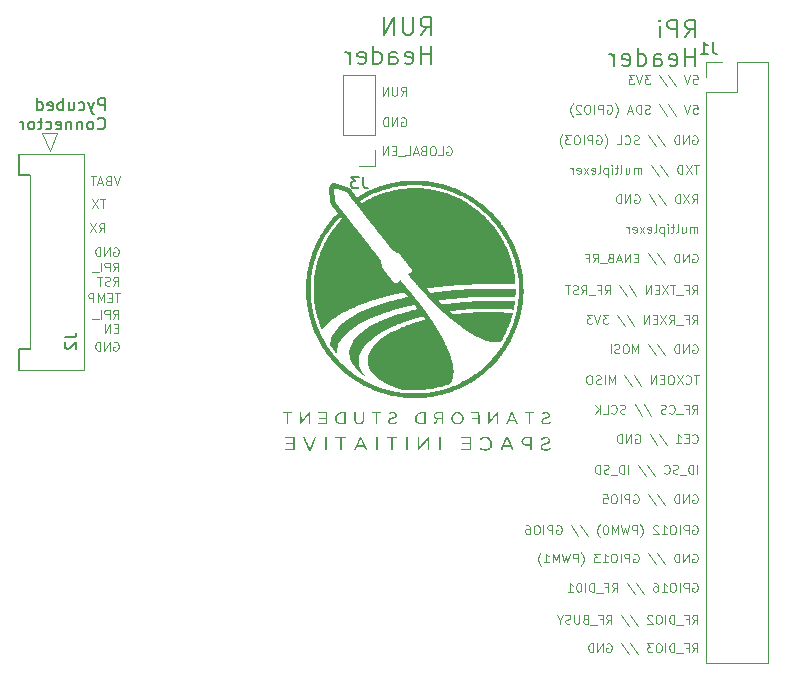
<source format=gbo>
%TF.GenerationSoftware,KiCad,Pcbnew,7.0.2-0*%
%TF.CreationDate,2023-11-14T22:29:05-08:00*%
%TF.ProjectId,RPi_interface,5250695f-696e-4746-9572-666163652e6b,1.0*%
%TF.SameCoordinates,Original*%
%TF.FileFunction,Legend,Bot*%
%TF.FilePolarity,Positive*%
%FSLAX46Y46*%
G04 Gerber Fmt 4.6, Leading zero omitted, Abs format (unit mm)*
G04 Created by KiCad (PCBNEW 7.0.2-0) date 2023-11-14 22:29:05*
%MOMM*%
%LPD*%
G01*
G04 APERTURE LIST*
%ADD10C,0.100000*%
%ADD11C,0.200000*%
%ADD12C,0.150000*%
%ADD13C,0.120000*%
%ADD14C,0.127000*%
%ADD15C,4.700000*%
%ADD16C,1.400000*%
%ADD17O,1.400000X1.400000*%
%ADD18C,2.050000*%
%ADD19C,2.250000*%
%ADD20R,1.700000X1.700000*%
%ADD21O,1.700000X1.700000*%
%ADD22R,1.308000X1.308000*%
%ADD23C,1.308000*%
G04 APERTURE END LIST*
D10*
X148146428Y-89933214D02*
X148146428Y-89183214D01*
X147789285Y-89933214D02*
X147789285Y-89183214D01*
X147789285Y-89183214D02*
X147610714Y-89183214D01*
X147610714Y-89183214D02*
X147503571Y-89218928D01*
X147503571Y-89218928D02*
X147432142Y-89290357D01*
X147432142Y-89290357D02*
X147396428Y-89361785D01*
X147396428Y-89361785D02*
X147360714Y-89504642D01*
X147360714Y-89504642D02*
X147360714Y-89611785D01*
X147360714Y-89611785D02*
X147396428Y-89754642D01*
X147396428Y-89754642D02*
X147432142Y-89826071D01*
X147432142Y-89826071D02*
X147503571Y-89897500D01*
X147503571Y-89897500D02*
X147610714Y-89933214D01*
X147610714Y-89933214D02*
X147789285Y-89933214D01*
X147217857Y-90004642D02*
X146646428Y-90004642D01*
X146503570Y-89897500D02*
X146396428Y-89933214D01*
X146396428Y-89933214D02*
X146217856Y-89933214D01*
X146217856Y-89933214D02*
X146146428Y-89897500D01*
X146146428Y-89897500D02*
X146110713Y-89861785D01*
X146110713Y-89861785D02*
X146074999Y-89790357D01*
X146074999Y-89790357D02*
X146074999Y-89718928D01*
X146074999Y-89718928D02*
X146110713Y-89647500D01*
X146110713Y-89647500D02*
X146146428Y-89611785D01*
X146146428Y-89611785D02*
X146217856Y-89576071D01*
X146217856Y-89576071D02*
X146360713Y-89540357D01*
X146360713Y-89540357D02*
X146432142Y-89504642D01*
X146432142Y-89504642D02*
X146467856Y-89468928D01*
X146467856Y-89468928D02*
X146503570Y-89397500D01*
X146503570Y-89397500D02*
X146503570Y-89326071D01*
X146503570Y-89326071D02*
X146467856Y-89254642D01*
X146467856Y-89254642D02*
X146432142Y-89218928D01*
X146432142Y-89218928D02*
X146360713Y-89183214D01*
X146360713Y-89183214D02*
X146182142Y-89183214D01*
X146182142Y-89183214D02*
X146074999Y-89218928D01*
X145324999Y-89861785D02*
X145360713Y-89897500D01*
X145360713Y-89897500D02*
X145467856Y-89933214D01*
X145467856Y-89933214D02*
X145539284Y-89933214D01*
X145539284Y-89933214D02*
X145646427Y-89897500D01*
X145646427Y-89897500D02*
X145717856Y-89826071D01*
X145717856Y-89826071D02*
X145753570Y-89754642D01*
X145753570Y-89754642D02*
X145789284Y-89611785D01*
X145789284Y-89611785D02*
X145789284Y-89504642D01*
X145789284Y-89504642D02*
X145753570Y-89361785D01*
X145753570Y-89361785D02*
X145717856Y-89290357D01*
X145717856Y-89290357D02*
X145646427Y-89218928D01*
X145646427Y-89218928D02*
X145539284Y-89183214D01*
X145539284Y-89183214D02*
X145467856Y-89183214D01*
X145467856Y-89183214D02*
X145360713Y-89218928D01*
X145360713Y-89218928D02*
X145324999Y-89254642D01*
X143896427Y-89147500D02*
X144539284Y-90111785D01*
X143110713Y-89147500D02*
X143753570Y-90111785D01*
X142289284Y-89933214D02*
X142289284Y-89183214D01*
X141932141Y-89933214D02*
X141932141Y-89183214D01*
X141932141Y-89183214D02*
X141753570Y-89183214D01*
X141753570Y-89183214D02*
X141646427Y-89218928D01*
X141646427Y-89218928D02*
X141574998Y-89290357D01*
X141574998Y-89290357D02*
X141539284Y-89361785D01*
X141539284Y-89361785D02*
X141503570Y-89504642D01*
X141503570Y-89504642D02*
X141503570Y-89611785D01*
X141503570Y-89611785D02*
X141539284Y-89754642D01*
X141539284Y-89754642D02*
X141574998Y-89826071D01*
X141574998Y-89826071D02*
X141646427Y-89897500D01*
X141646427Y-89897500D02*
X141753570Y-89933214D01*
X141753570Y-89933214D02*
X141932141Y-89933214D01*
X141360713Y-90004642D02*
X140789284Y-90004642D01*
X140646426Y-89897500D02*
X140539284Y-89933214D01*
X140539284Y-89933214D02*
X140360712Y-89933214D01*
X140360712Y-89933214D02*
X140289284Y-89897500D01*
X140289284Y-89897500D02*
X140253569Y-89861785D01*
X140253569Y-89861785D02*
X140217855Y-89790357D01*
X140217855Y-89790357D02*
X140217855Y-89718928D01*
X140217855Y-89718928D02*
X140253569Y-89647500D01*
X140253569Y-89647500D02*
X140289284Y-89611785D01*
X140289284Y-89611785D02*
X140360712Y-89576071D01*
X140360712Y-89576071D02*
X140503569Y-89540357D01*
X140503569Y-89540357D02*
X140574998Y-89504642D01*
X140574998Y-89504642D02*
X140610712Y-89468928D01*
X140610712Y-89468928D02*
X140646426Y-89397500D01*
X140646426Y-89397500D02*
X140646426Y-89326071D01*
X140646426Y-89326071D02*
X140610712Y-89254642D01*
X140610712Y-89254642D02*
X140574998Y-89218928D01*
X140574998Y-89218928D02*
X140503569Y-89183214D01*
X140503569Y-89183214D02*
X140324998Y-89183214D01*
X140324998Y-89183214D02*
X140217855Y-89218928D01*
X139896426Y-89933214D02*
X139896426Y-89183214D01*
X139896426Y-89183214D02*
X139717855Y-89183214D01*
X139717855Y-89183214D02*
X139610712Y-89218928D01*
X139610712Y-89218928D02*
X139539283Y-89290357D01*
X139539283Y-89290357D02*
X139503569Y-89361785D01*
X139503569Y-89361785D02*
X139467855Y-89504642D01*
X139467855Y-89504642D02*
X139467855Y-89611785D01*
X139467855Y-89611785D02*
X139503569Y-89754642D01*
X139503569Y-89754642D02*
X139539283Y-89826071D01*
X139539283Y-89826071D02*
X139610712Y-89897500D01*
X139610712Y-89897500D02*
X139717855Y-89933214D01*
X139717855Y-89933214D02*
X139896426Y-89933214D01*
X148253571Y-81583214D02*
X147825000Y-81583214D01*
X148039285Y-82333214D02*
X148039285Y-81583214D01*
X147146428Y-82261785D02*
X147182142Y-82297500D01*
X147182142Y-82297500D02*
X147289285Y-82333214D01*
X147289285Y-82333214D02*
X147360713Y-82333214D01*
X147360713Y-82333214D02*
X147467856Y-82297500D01*
X147467856Y-82297500D02*
X147539285Y-82226071D01*
X147539285Y-82226071D02*
X147574999Y-82154642D01*
X147574999Y-82154642D02*
X147610713Y-82011785D01*
X147610713Y-82011785D02*
X147610713Y-81904642D01*
X147610713Y-81904642D02*
X147574999Y-81761785D01*
X147574999Y-81761785D02*
X147539285Y-81690357D01*
X147539285Y-81690357D02*
X147467856Y-81618928D01*
X147467856Y-81618928D02*
X147360713Y-81583214D01*
X147360713Y-81583214D02*
X147289285Y-81583214D01*
X147289285Y-81583214D02*
X147182142Y-81618928D01*
X147182142Y-81618928D02*
X147146428Y-81654642D01*
X146896428Y-81583214D02*
X146396428Y-82333214D01*
X146396428Y-81583214D02*
X146896428Y-82333214D01*
X145967856Y-81583214D02*
X145824999Y-81583214D01*
X145824999Y-81583214D02*
X145753570Y-81618928D01*
X145753570Y-81618928D02*
X145682142Y-81690357D01*
X145682142Y-81690357D02*
X145646427Y-81833214D01*
X145646427Y-81833214D02*
X145646427Y-82083214D01*
X145646427Y-82083214D02*
X145682142Y-82226071D01*
X145682142Y-82226071D02*
X145753570Y-82297500D01*
X145753570Y-82297500D02*
X145824999Y-82333214D01*
X145824999Y-82333214D02*
X145967856Y-82333214D01*
X145967856Y-82333214D02*
X146039285Y-82297500D01*
X146039285Y-82297500D02*
X146110713Y-82226071D01*
X146110713Y-82226071D02*
X146146427Y-82083214D01*
X146146427Y-82083214D02*
X146146427Y-81833214D01*
X146146427Y-81833214D02*
X146110713Y-81690357D01*
X146110713Y-81690357D02*
X146039285Y-81618928D01*
X146039285Y-81618928D02*
X145967856Y-81583214D01*
X145324999Y-81940357D02*
X145074999Y-81940357D01*
X144967856Y-82333214D02*
X145324999Y-82333214D01*
X145324999Y-82333214D02*
X145324999Y-81583214D01*
X145324999Y-81583214D02*
X144967856Y-81583214D01*
X144646428Y-82333214D02*
X144646428Y-81583214D01*
X144646428Y-81583214D02*
X144217857Y-82333214D01*
X144217857Y-82333214D02*
X144217857Y-81583214D01*
X142753571Y-81547500D02*
X143396428Y-82511785D01*
X141967857Y-81547500D02*
X142610714Y-82511785D01*
X141146428Y-82333214D02*
X141146428Y-81583214D01*
X141146428Y-81583214D02*
X140896428Y-82118928D01*
X140896428Y-82118928D02*
X140646428Y-81583214D01*
X140646428Y-81583214D02*
X140646428Y-82333214D01*
X140289285Y-82333214D02*
X140289285Y-81583214D01*
X139967856Y-82297500D02*
X139860714Y-82333214D01*
X139860714Y-82333214D02*
X139682142Y-82333214D01*
X139682142Y-82333214D02*
X139610714Y-82297500D01*
X139610714Y-82297500D02*
X139574999Y-82261785D01*
X139574999Y-82261785D02*
X139539285Y-82190357D01*
X139539285Y-82190357D02*
X139539285Y-82118928D01*
X139539285Y-82118928D02*
X139574999Y-82047500D01*
X139574999Y-82047500D02*
X139610714Y-82011785D01*
X139610714Y-82011785D02*
X139682142Y-81976071D01*
X139682142Y-81976071D02*
X139824999Y-81940357D01*
X139824999Y-81940357D02*
X139896428Y-81904642D01*
X139896428Y-81904642D02*
X139932142Y-81868928D01*
X139932142Y-81868928D02*
X139967856Y-81797500D01*
X139967856Y-81797500D02*
X139967856Y-81726071D01*
X139967856Y-81726071D02*
X139932142Y-81654642D01*
X139932142Y-81654642D02*
X139896428Y-81618928D01*
X139896428Y-81618928D02*
X139824999Y-81583214D01*
X139824999Y-81583214D02*
X139646428Y-81583214D01*
X139646428Y-81583214D02*
X139539285Y-81618928D01*
X139074999Y-81583214D02*
X138932142Y-81583214D01*
X138932142Y-81583214D02*
X138860713Y-81618928D01*
X138860713Y-81618928D02*
X138789285Y-81690357D01*
X138789285Y-81690357D02*
X138753570Y-81833214D01*
X138753570Y-81833214D02*
X138753570Y-82083214D01*
X138753570Y-82083214D02*
X138789285Y-82226071D01*
X138789285Y-82226071D02*
X138860713Y-82297500D01*
X138860713Y-82297500D02*
X138932142Y-82333214D01*
X138932142Y-82333214D02*
X139074999Y-82333214D01*
X139074999Y-82333214D02*
X139146428Y-82297500D01*
X139146428Y-82297500D02*
X139217856Y-82226071D01*
X139217856Y-82226071D02*
X139253570Y-82083214D01*
X139253570Y-82083214D02*
X139253570Y-81833214D01*
X139253570Y-81833214D02*
X139217856Y-81690357D01*
X139217856Y-81690357D02*
X139146428Y-81618928D01*
X139146428Y-81618928D02*
X139074999Y-81583214D01*
X147717857Y-87261785D02*
X147753571Y-87297500D01*
X147753571Y-87297500D02*
X147860714Y-87333214D01*
X147860714Y-87333214D02*
X147932142Y-87333214D01*
X147932142Y-87333214D02*
X148039285Y-87297500D01*
X148039285Y-87297500D02*
X148110714Y-87226071D01*
X148110714Y-87226071D02*
X148146428Y-87154642D01*
X148146428Y-87154642D02*
X148182142Y-87011785D01*
X148182142Y-87011785D02*
X148182142Y-86904642D01*
X148182142Y-86904642D02*
X148146428Y-86761785D01*
X148146428Y-86761785D02*
X148110714Y-86690357D01*
X148110714Y-86690357D02*
X148039285Y-86618928D01*
X148039285Y-86618928D02*
X147932142Y-86583214D01*
X147932142Y-86583214D02*
X147860714Y-86583214D01*
X147860714Y-86583214D02*
X147753571Y-86618928D01*
X147753571Y-86618928D02*
X147717857Y-86654642D01*
X147396428Y-86940357D02*
X147146428Y-86940357D01*
X147039285Y-87333214D02*
X147396428Y-87333214D01*
X147396428Y-87333214D02*
X147396428Y-86583214D01*
X147396428Y-86583214D02*
X147039285Y-86583214D01*
X146325000Y-87333214D02*
X146753571Y-87333214D01*
X146539286Y-87333214D02*
X146539286Y-86583214D01*
X146539286Y-86583214D02*
X146610714Y-86690357D01*
X146610714Y-86690357D02*
X146682143Y-86761785D01*
X146682143Y-86761785D02*
X146753571Y-86797500D01*
X144896428Y-86547500D02*
X145539285Y-87511785D01*
X144110714Y-86547500D02*
X144753571Y-87511785D01*
X142896428Y-86618928D02*
X142967857Y-86583214D01*
X142967857Y-86583214D02*
X143074999Y-86583214D01*
X143074999Y-86583214D02*
X143182142Y-86618928D01*
X143182142Y-86618928D02*
X143253571Y-86690357D01*
X143253571Y-86690357D02*
X143289285Y-86761785D01*
X143289285Y-86761785D02*
X143324999Y-86904642D01*
X143324999Y-86904642D02*
X143324999Y-87011785D01*
X143324999Y-87011785D02*
X143289285Y-87154642D01*
X143289285Y-87154642D02*
X143253571Y-87226071D01*
X143253571Y-87226071D02*
X143182142Y-87297500D01*
X143182142Y-87297500D02*
X143074999Y-87333214D01*
X143074999Y-87333214D02*
X143003571Y-87333214D01*
X143003571Y-87333214D02*
X142896428Y-87297500D01*
X142896428Y-87297500D02*
X142860714Y-87261785D01*
X142860714Y-87261785D02*
X142860714Y-87011785D01*
X142860714Y-87011785D02*
X143003571Y-87011785D01*
X142539285Y-87333214D02*
X142539285Y-86583214D01*
X142539285Y-86583214D02*
X142110714Y-87333214D01*
X142110714Y-87333214D02*
X142110714Y-86583214D01*
X141753571Y-87333214D02*
X141753571Y-86583214D01*
X141753571Y-86583214D02*
X141575000Y-86583214D01*
X141575000Y-86583214D02*
X141467857Y-86618928D01*
X141467857Y-86618928D02*
X141396428Y-86690357D01*
X141396428Y-86690357D02*
X141360714Y-86761785D01*
X141360714Y-86761785D02*
X141325000Y-86904642D01*
X141325000Y-86904642D02*
X141325000Y-87011785D01*
X141325000Y-87011785D02*
X141360714Y-87154642D01*
X141360714Y-87154642D02*
X141396428Y-87226071D01*
X141396428Y-87226071D02*
X141467857Y-87297500D01*
X141467857Y-87297500D02*
X141575000Y-87333214D01*
X141575000Y-87333214D02*
X141753571Y-87333214D01*
X98692857Y-72793214D02*
X98942857Y-72436071D01*
X99121428Y-72793214D02*
X99121428Y-72043214D01*
X99121428Y-72043214D02*
X98835714Y-72043214D01*
X98835714Y-72043214D02*
X98764285Y-72078928D01*
X98764285Y-72078928D02*
X98728571Y-72114642D01*
X98728571Y-72114642D02*
X98692857Y-72186071D01*
X98692857Y-72186071D02*
X98692857Y-72293214D01*
X98692857Y-72293214D02*
X98728571Y-72364642D01*
X98728571Y-72364642D02*
X98764285Y-72400357D01*
X98764285Y-72400357D02*
X98835714Y-72436071D01*
X98835714Y-72436071D02*
X99121428Y-72436071D01*
X98371428Y-72793214D02*
X98371428Y-72043214D01*
X98371428Y-72043214D02*
X98085714Y-72043214D01*
X98085714Y-72043214D02*
X98014285Y-72078928D01*
X98014285Y-72078928D02*
X97978571Y-72114642D01*
X97978571Y-72114642D02*
X97942857Y-72186071D01*
X97942857Y-72186071D02*
X97942857Y-72293214D01*
X97942857Y-72293214D02*
X97978571Y-72364642D01*
X97978571Y-72364642D02*
X98014285Y-72400357D01*
X98014285Y-72400357D02*
X98085714Y-72436071D01*
X98085714Y-72436071D02*
X98371428Y-72436071D01*
X97621428Y-72793214D02*
X97621428Y-72043214D01*
X97442857Y-72864642D02*
X96871428Y-72864642D01*
X98692857Y-74008214D02*
X98942857Y-73651071D01*
X99121428Y-74008214D02*
X99121428Y-73258214D01*
X99121428Y-73258214D02*
X98835714Y-73258214D01*
X98835714Y-73258214D02*
X98764285Y-73293928D01*
X98764285Y-73293928D02*
X98728571Y-73329642D01*
X98728571Y-73329642D02*
X98692857Y-73401071D01*
X98692857Y-73401071D02*
X98692857Y-73508214D01*
X98692857Y-73508214D02*
X98728571Y-73579642D01*
X98728571Y-73579642D02*
X98764285Y-73615357D01*
X98764285Y-73615357D02*
X98835714Y-73651071D01*
X98835714Y-73651071D02*
X99121428Y-73651071D01*
X98407142Y-73972500D02*
X98300000Y-74008214D01*
X98300000Y-74008214D02*
X98121428Y-74008214D01*
X98121428Y-74008214D02*
X98050000Y-73972500D01*
X98050000Y-73972500D02*
X98014285Y-73936785D01*
X98014285Y-73936785D02*
X97978571Y-73865357D01*
X97978571Y-73865357D02*
X97978571Y-73793928D01*
X97978571Y-73793928D02*
X98014285Y-73722500D01*
X98014285Y-73722500D02*
X98050000Y-73686785D01*
X98050000Y-73686785D02*
X98121428Y-73651071D01*
X98121428Y-73651071D02*
X98264285Y-73615357D01*
X98264285Y-73615357D02*
X98335714Y-73579642D01*
X98335714Y-73579642D02*
X98371428Y-73543928D01*
X98371428Y-73543928D02*
X98407142Y-73472500D01*
X98407142Y-73472500D02*
X98407142Y-73401071D01*
X98407142Y-73401071D02*
X98371428Y-73329642D01*
X98371428Y-73329642D02*
X98335714Y-73293928D01*
X98335714Y-73293928D02*
X98264285Y-73258214D01*
X98264285Y-73258214D02*
X98085714Y-73258214D01*
X98085714Y-73258214D02*
X97978571Y-73293928D01*
X97764285Y-73258214D02*
X97335714Y-73258214D01*
X97549999Y-74008214D02*
X97549999Y-73258214D01*
D11*
X124710714Y-52786428D02*
X125210714Y-52072142D01*
X125567857Y-52786428D02*
X125567857Y-51286428D01*
X125567857Y-51286428D02*
X124996428Y-51286428D01*
X124996428Y-51286428D02*
X124853571Y-51357857D01*
X124853571Y-51357857D02*
X124782142Y-51429285D01*
X124782142Y-51429285D02*
X124710714Y-51572142D01*
X124710714Y-51572142D02*
X124710714Y-51786428D01*
X124710714Y-51786428D02*
X124782142Y-51929285D01*
X124782142Y-51929285D02*
X124853571Y-52000714D01*
X124853571Y-52000714D02*
X124996428Y-52072142D01*
X124996428Y-52072142D02*
X125567857Y-52072142D01*
X124067857Y-51286428D02*
X124067857Y-52500714D01*
X124067857Y-52500714D02*
X123996428Y-52643571D01*
X123996428Y-52643571D02*
X123925000Y-52715000D01*
X123925000Y-52715000D02*
X123782142Y-52786428D01*
X123782142Y-52786428D02*
X123496428Y-52786428D01*
X123496428Y-52786428D02*
X123353571Y-52715000D01*
X123353571Y-52715000D02*
X123282142Y-52643571D01*
X123282142Y-52643571D02*
X123210714Y-52500714D01*
X123210714Y-52500714D02*
X123210714Y-51286428D01*
X122496428Y-52786428D02*
X122496428Y-51286428D01*
X122496428Y-51286428D02*
X121639285Y-52786428D01*
X121639285Y-52786428D02*
X121639285Y-51286428D01*
X125567857Y-55216428D02*
X125567857Y-53716428D01*
X125567857Y-54430714D02*
X124710714Y-54430714D01*
X124710714Y-55216428D02*
X124710714Y-53716428D01*
X123424999Y-55145000D02*
X123567856Y-55216428D01*
X123567856Y-55216428D02*
X123853571Y-55216428D01*
X123853571Y-55216428D02*
X123996428Y-55145000D01*
X123996428Y-55145000D02*
X124067856Y-55002142D01*
X124067856Y-55002142D02*
X124067856Y-54430714D01*
X124067856Y-54430714D02*
X123996428Y-54287857D01*
X123996428Y-54287857D02*
X123853571Y-54216428D01*
X123853571Y-54216428D02*
X123567856Y-54216428D01*
X123567856Y-54216428D02*
X123424999Y-54287857D01*
X123424999Y-54287857D02*
X123353571Y-54430714D01*
X123353571Y-54430714D02*
X123353571Y-54573571D01*
X123353571Y-54573571D02*
X124067856Y-54716428D01*
X122067857Y-55216428D02*
X122067857Y-54430714D01*
X122067857Y-54430714D02*
X122139285Y-54287857D01*
X122139285Y-54287857D02*
X122282142Y-54216428D01*
X122282142Y-54216428D02*
X122567857Y-54216428D01*
X122567857Y-54216428D02*
X122710714Y-54287857D01*
X122067857Y-55145000D02*
X122210714Y-55216428D01*
X122210714Y-55216428D02*
X122567857Y-55216428D01*
X122567857Y-55216428D02*
X122710714Y-55145000D01*
X122710714Y-55145000D02*
X122782142Y-55002142D01*
X122782142Y-55002142D02*
X122782142Y-54859285D01*
X122782142Y-54859285D02*
X122710714Y-54716428D01*
X122710714Y-54716428D02*
X122567857Y-54645000D01*
X122567857Y-54645000D02*
X122210714Y-54645000D01*
X122210714Y-54645000D02*
X122067857Y-54573571D01*
X120710714Y-55216428D02*
X120710714Y-53716428D01*
X120710714Y-55145000D02*
X120853571Y-55216428D01*
X120853571Y-55216428D02*
X121139285Y-55216428D01*
X121139285Y-55216428D02*
X121282142Y-55145000D01*
X121282142Y-55145000D02*
X121353571Y-55073571D01*
X121353571Y-55073571D02*
X121424999Y-54930714D01*
X121424999Y-54930714D02*
X121424999Y-54502142D01*
X121424999Y-54502142D02*
X121353571Y-54359285D01*
X121353571Y-54359285D02*
X121282142Y-54287857D01*
X121282142Y-54287857D02*
X121139285Y-54216428D01*
X121139285Y-54216428D02*
X120853571Y-54216428D01*
X120853571Y-54216428D02*
X120710714Y-54287857D01*
X119424999Y-55145000D02*
X119567856Y-55216428D01*
X119567856Y-55216428D02*
X119853571Y-55216428D01*
X119853571Y-55216428D02*
X119996428Y-55145000D01*
X119996428Y-55145000D02*
X120067856Y-55002142D01*
X120067856Y-55002142D02*
X120067856Y-54430714D01*
X120067856Y-54430714D02*
X119996428Y-54287857D01*
X119996428Y-54287857D02*
X119853571Y-54216428D01*
X119853571Y-54216428D02*
X119567856Y-54216428D01*
X119567856Y-54216428D02*
X119424999Y-54287857D01*
X119424999Y-54287857D02*
X119353571Y-54430714D01*
X119353571Y-54430714D02*
X119353571Y-54573571D01*
X119353571Y-54573571D02*
X120067856Y-54716428D01*
X118710714Y-55216428D02*
X118710714Y-54216428D01*
X118710714Y-54502142D02*
X118639285Y-54359285D01*
X118639285Y-54359285D02*
X118567857Y-54287857D01*
X118567857Y-54287857D02*
X118424999Y-54216428D01*
X118424999Y-54216428D02*
X118282142Y-54216428D01*
D10*
X147753571Y-61318928D02*
X147825000Y-61283214D01*
X147825000Y-61283214D02*
X147932142Y-61283214D01*
X147932142Y-61283214D02*
X148039285Y-61318928D01*
X148039285Y-61318928D02*
X148110714Y-61390357D01*
X148110714Y-61390357D02*
X148146428Y-61461785D01*
X148146428Y-61461785D02*
X148182142Y-61604642D01*
X148182142Y-61604642D02*
X148182142Y-61711785D01*
X148182142Y-61711785D02*
X148146428Y-61854642D01*
X148146428Y-61854642D02*
X148110714Y-61926071D01*
X148110714Y-61926071D02*
X148039285Y-61997500D01*
X148039285Y-61997500D02*
X147932142Y-62033214D01*
X147932142Y-62033214D02*
X147860714Y-62033214D01*
X147860714Y-62033214D02*
X147753571Y-61997500D01*
X147753571Y-61997500D02*
X147717857Y-61961785D01*
X147717857Y-61961785D02*
X147717857Y-61711785D01*
X147717857Y-61711785D02*
X147860714Y-61711785D01*
X147396428Y-62033214D02*
X147396428Y-61283214D01*
X147396428Y-61283214D02*
X146967857Y-62033214D01*
X146967857Y-62033214D02*
X146967857Y-61283214D01*
X146610714Y-62033214D02*
X146610714Y-61283214D01*
X146610714Y-61283214D02*
X146432143Y-61283214D01*
X146432143Y-61283214D02*
X146325000Y-61318928D01*
X146325000Y-61318928D02*
X146253571Y-61390357D01*
X146253571Y-61390357D02*
X146217857Y-61461785D01*
X146217857Y-61461785D02*
X146182143Y-61604642D01*
X146182143Y-61604642D02*
X146182143Y-61711785D01*
X146182143Y-61711785D02*
X146217857Y-61854642D01*
X146217857Y-61854642D02*
X146253571Y-61926071D01*
X146253571Y-61926071D02*
X146325000Y-61997500D01*
X146325000Y-61997500D02*
X146432143Y-62033214D01*
X146432143Y-62033214D02*
X146610714Y-62033214D01*
X144753571Y-61247500D02*
X145396428Y-62211785D01*
X143967857Y-61247500D02*
X144610714Y-62211785D01*
X143182142Y-61997500D02*
X143075000Y-62033214D01*
X143075000Y-62033214D02*
X142896428Y-62033214D01*
X142896428Y-62033214D02*
X142825000Y-61997500D01*
X142825000Y-61997500D02*
X142789285Y-61961785D01*
X142789285Y-61961785D02*
X142753571Y-61890357D01*
X142753571Y-61890357D02*
X142753571Y-61818928D01*
X142753571Y-61818928D02*
X142789285Y-61747500D01*
X142789285Y-61747500D02*
X142825000Y-61711785D01*
X142825000Y-61711785D02*
X142896428Y-61676071D01*
X142896428Y-61676071D02*
X143039285Y-61640357D01*
X143039285Y-61640357D02*
X143110714Y-61604642D01*
X143110714Y-61604642D02*
X143146428Y-61568928D01*
X143146428Y-61568928D02*
X143182142Y-61497500D01*
X143182142Y-61497500D02*
X143182142Y-61426071D01*
X143182142Y-61426071D02*
X143146428Y-61354642D01*
X143146428Y-61354642D02*
X143110714Y-61318928D01*
X143110714Y-61318928D02*
X143039285Y-61283214D01*
X143039285Y-61283214D02*
X142860714Y-61283214D01*
X142860714Y-61283214D02*
X142753571Y-61318928D01*
X142003571Y-61961785D02*
X142039285Y-61997500D01*
X142039285Y-61997500D02*
X142146428Y-62033214D01*
X142146428Y-62033214D02*
X142217856Y-62033214D01*
X142217856Y-62033214D02*
X142324999Y-61997500D01*
X142324999Y-61997500D02*
X142396428Y-61926071D01*
X142396428Y-61926071D02*
X142432142Y-61854642D01*
X142432142Y-61854642D02*
X142467856Y-61711785D01*
X142467856Y-61711785D02*
X142467856Y-61604642D01*
X142467856Y-61604642D02*
X142432142Y-61461785D01*
X142432142Y-61461785D02*
X142396428Y-61390357D01*
X142396428Y-61390357D02*
X142324999Y-61318928D01*
X142324999Y-61318928D02*
X142217856Y-61283214D01*
X142217856Y-61283214D02*
X142146428Y-61283214D01*
X142146428Y-61283214D02*
X142039285Y-61318928D01*
X142039285Y-61318928D02*
X142003571Y-61354642D01*
X141324999Y-62033214D02*
X141682142Y-62033214D01*
X141682142Y-62033214D02*
X141682142Y-61283214D01*
X140289284Y-62318928D02*
X140324999Y-62283214D01*
X140324999Y-62283214D02*
X140396427Y-62176071D01*
X140396427Y-62176071D02*
X140432142Y-62104642D01*
X140432142Y-62104642D02*
X140467856Y-61997500D01*
X140467856Y-61997500D02*
X140503570Y-61818928D01*
X140503570Y-61818928D02*
X140503570Y-61676071D01*
X140503570Y-61676071D02*
X140467856Y-61497500D01*
X140467856Y-61497500D02*
X140432142Y-61390357D01*
X140432142Y-61390357D02*
X140396427Y-61318928D01*
X140396427Y-61318928D02*
X140324999Y-61211785D01*
X140324999Y-61211785D02*
X140289284Y-61176071D01*
X139610713Y-61318928D02*
X139682142Y-61283214D01*
X139682142Y-61283214D02*
X139789284Y-61283214D01*
X139789284Y-61283214D02*
X139896427Y-61318928D01*
X139896427Y-61318928D02*
X139967856Y-61390357D01*
X139967856Y-61390357D02*
X140003570Y-61461785D01*
X140003570Y-61461785D02*
X140039284Y-61604642D01*
X140039284Y-61604642D02*
X140039284Y-61711785D01*
X140039284Y-61711785D02*
X140003570Y-61854642D01*
X140003570Y-61854642D02*
X139967856Y-61926071D01*
X139967856Y-61926071D02*
X139896427Y-61997500D01*
X139896427Y-61997500D02*
X139789284Y-62033214D01*
X139789284Y-62033214D02*
X139717856Y-62033214D01*
X139717856Y-62033214D02*
X139610713Y-61997500D01*
X139610713Y-61997500D02*
X139574999Y-61961785D01*
X139574999Y-61961785D02*
X139574999Y-61711785D01*
X139574999Y-61711785D02*
X139717856Y-61711785D01*
X139253570Y-62033214D02*
X139253570Y-61283214D01*
X139253570Y-61283214D02*
X138967856Y-61283214D01*
X138967856Y-61283214D02*
X138896427Y-61318928D01*
X138896427Y-61318928D02*
X138860713Y-61354642D01*
X138860713Y-61354642D02*
X138824999Y-61426071D01*
X138824999Y-61426071D02*
X138824999Y-61533214D01*
X138824999Y-61533214D02*
X138860713Y-61604642D01*
X138860713Y-61604642D02*
X138896427Y-61640357D01*
X138896427Y-61640357D02*
X138967856Y-61676071D01*
X138967856Y-61676071D02*
X139253570Y-61676071D01*
X138503570Y-62033214D02*
X138503570Y-61283214D01*
X138003570Y-61283214D02*
X137860713Y-61283214D01*
X137860713Y-61283214D02*
X137789284Y-61318928D01*
X137789284Y-61318928D02*
X137717856Y-61390357D01*
X137717856Y-61390357D02*
X137682141Y-61533214D01*
X137682141Y-61533214D02*
X137682141Y-61783214D01*
X137682141Y-61783214D02*
X137717856Y-61926071D01*
X137717856Y-61926071D02*
X137789284Y-61997500D01*
X137789284Y-61997500D02*
X137860713Y-62033214D01*
X137860713Y-62033214D02*
X138003570Y-62033214D01*
X138003570Y-62033214D02*
X138074999Y-61997500D01*
X138074999Y-61997500D02*
X138146427Y-61926071D01*
X138146427Y-61926071D02*
X138182141Y-61783214D01*
X138182141Y-61783214D02*
X138182141Y-61533214D01*
X138182141Y-61533214D02*
X138146427Y-61390357D01*
X138146427Y-61390357D02*
X138074999Y-61318928D01*
X138074999Y-61318928D02*
X138003570Y-61283214D01*
X137432142Y-61283214D02*
X136967856Y-61283214D01*
X136967856Y-61283214D02*
X137217856Y-61568928D01*
X137217856Y-61568928D02*
X137110713Y-61568928D01*
X137110713Y-61568928D02*
X137039285Y-61604642D01*
X137039285Y-61604642D02*
X137003570Y-61640357D01*
X137003570Y-61640357D02*
X136967856Y-61711785D01*
X136967856Y-61711785D02*
X136967856Y-61890357D01*
X136967856Y-61890357D02*
X137003570Y-61961785D01*
X137003570Y-61961785D02*
X137039285Y-61997500D01*
X137039285Y-61997500D02*
X137110713Y-62033214D01*
X137110713Y-62033214D02*
X137324999Y-62033214D01*
X137324999Y-62033214D02*
X137396427Y-61997500D01*
X137396427Y-61997500D02*
X137432142Y-61961785D01*
X136717856Y-62318928D02*
X136682141Y-62283214D01*
X136682141Y-62283214D02*
X136610713Y-62176071D01*
X136610713Y-62176071D02*
X136574999Y-62104642D01*
X136574999Y-62104642D02*
X136539284Y-61997500D01*
X136539284Y-61997500D02*
X136503570Y-61818928D01*
X136503570Y-61818928D02*
X136503570Y-61676071D01*
X136503570Y-61676071D02*
X136539284Y-61497500D01*
X136539284Y-61497500D02*
X136574999Y-61390357D01*
X136574999Y-61390357D02*
X136610713Y-61318928D01*
X136610713Y-61318928D02*
X136682141Y-61211785D01*
X136682141Y-61211785D02*
X136717856Y-61176071D01*
X147753571Y-79018928D02*
X147825000Y-78983214D01*
X147825000Y-78983214D02*
X147932142Y-78983214D01*
X147932142Y-78983214D02*
X148039285Y-79018928D01*
X148039285Y-79018928D02*
X148110714Y-79090357D01*
X148110714Y-79090357D02*
X148146428Y-79161785D01*
X148146428Y-79161785D02*
X148182142Y-79304642D01*
X148182142Y-79304642D02*
X148182142Y-79411785D01*
X148182142Y-79411785D02*
X148146428Y-79554642D01*
X148146428Y-79554642D02*
X148110714Y-79626071D01*
X148110714Y-79626071D02*
X148039285Y-79697500D01*
X148039285Y-79697500D02*
X147932142Y-79733214D01*
X147932142Y-79733214D02*
X147860714Y-79733214D01*
X147860714Y-79733214D02*
X147753571Y-79697500D01*
X147753571Y-79697500D02*
X147717857Y-79661785D01*
X147717857Y-79661785D02*
X147717857Y-79411785D01*
X147717857Y-79411785D02*
X147860714Y-79411785D01*
X147396428Y-79733214D02*
X147396428Y-78983214D01*
X147396428Y-78983214D02*
X146967857Y-79733214D01*
X146967857Y-79733214D02*
X146967857Y-78983214D01*
X146610714Y-79733214D02*
X146610714Y-78983214D01*
X146610714Y-78983214D02*
X146432143Y-78983214D01*
X146432143Y-78983214D02*
X146325000Y-79018928D01*
X146325000Y-79018928D02*
X146253571Y-79090357D01*
X146253571Y-79090357D02*
X146217857Y-79161785D01*
X146217857Y-79161785D02*
X146182143Y-79304642D01*
X146182143Y-79304642D02*
X146182143Y-79411785D01*
X146182143Y-79411785D02*
X146217857Y-79554642D01*
X146217857Y-79554642D02*
X146253571Y-79626071D01*
X146253571Y-79626071D02*
X146325000Y-79697500D01*
X146325000Y-79697500D02*
X146432143Y-79733214D01*
X146432143Y-79733214D02*
X146610714Y-79733214D01*
X144753571Y-78947500D02*
X145396428Y-79911785D01*
X143967857Y-78947500D02*
X144610714Y-79911785D01*
X143146428Y-79733214D02*
X143146428Y-78983214D01*
X143146428Y-78983214D02*
X142896428Y-79518928D01*
X142896428Y-79518928D02*
X142646428Y-78983214D01*
X142646428Y-78983214D02*
X142646428Y-79733214D01*
X142146428Y-78983214D02*
X142003571Y-78983214D01*
X142003571Y-78983214D02*
X141932142Y-79018928D01*
X141932142Y-79018928D02*
X141860714Y-79090357D01*
X141860714Y-79090357D02*
X141824999Y-79233214D01*
X141824999Y-79233214D02*
X141824999Y-79483214D01*
X141824999Y-79483214D02*
X141860714Y-79626071D01*
X141860714Y-79626071D02*
X141932142Y-79697500D01*
X141932142Y-79697500D02*
X142003571Y-79733214D01*
X142003571Y-79733214D02*
X142146428Y-79733214D01*
X142146428Y-79733214D02*
X142217857Y-79697500D01*
X142217857Y-79697500D02*
X142289285Y-79626071D01*
X142289285Y-79626071D02*
X142324999Y-79483214D01*
X142324999Y-79483214D02*
X142324999Y-79233214D01*
X142324999Y-79233214D02*
X142289285Y-79090357D01*
X142289285Y-79090357D02*
X142217857Y-79018928D01*
X142217857Y-79018928D02*
X142146428Y-78983214D01*
X141539285Y-79697500D02*
X141432143Y-79733214D01*
X141432143Y-79733214D02*
X141253571Y-79733214D01*
X141253571Y-79733214D02*
X141182143Y-79697500D01*
X141182143Y-79697500D02*
X141146428Y-79661785D01*
X141146428Y-79661785D02*
X141110714Y-79590357D01*
X141110714Y-79590357D02*
X141110714Y-79518928D01*
X141110714Y-79518928D02*
X141146428Y-79447500D01*
X141146428Y-79447500D02*
X141182143Y-79411785D01*
X141182143Y-79411785D02*
X141253571Y-79376071D01*
X141253571Y-79376071D02*
X141396428Y-79340357D01*
X141396428Y-79340357D02*
X141467857Y-79304642D01*
X141467857Y-79304642D02*
X141503571Y-79268928D01*
X141503571Y-79268928D02*
X141539285Y-79197500D01*
X141539285Y-79197500D02*
X141539285Y-79126071D01*
X141539285Y-79126071D02*
X141503571Y-79054642D01*
X141503571Y-79054642D02*
X141467857Y-79018928D01*
X141467857Y-79018928D02*
X141396428Y-78983214D01*
X141396428Y-78983214D02*
X141217857Y-78983214D01*
X141217857Y-78983214D02*
X141110714Y-79018928D01*
X140789285Y-79733214D02*
X140789285Y-78983214D01*
X147753571Y-94318928D02*
X147825000Y-94283214D01*
X147825000Y-94283214D02*
X147932142Y-94283214D01*
X147932142Y-94283214D02*
X148039285Y-94318928D01*
X148039285Y-94318928D02*
X148110714Y-94390357D01*
X148110714Y-94390357D02*
X148146428Y-94461785D01*
X148146428Y-94461785D02*
X148182142Y-94604642D01*
X148182142Y-94604642D02*
X148182142Y-94711785D01*
X148182142Y-94711785D02*
X148146428Y-94854642D01*
X148146428Y-94854642D02*
X148110714Y-94926071D01*
X148110714Y-94926071D02*
X148039285Y-94997500D01*
X148039285Y-94997500D02*
X147932142Y-95033214D01*
X147932142Y-95033214D02*
X147860714Y-95033214D01*
X147860714Y-95033214D02*
X147753571Y-94997500D01*
X147753571Y-94997500D02*
X147717857Y-94961785D01*
X147717857Y-94961785D02*
X147717857Y-94711785D01*
X147717857Y-94711785D02*
X147860714Y-94711785D01*
X147396428Y-95033214D02*
X147396428Y-94283214D01*
X147396428Y-94283214D02*
X147110714Y-94283214D01*
X147110714Y-94283214D02*
X147039285Y-94318928D01*
X147039285Y-94318928D02*
X147003571Y-94354642D01*
X147003571Y-94354642D02*
X146967857Y-94426071D01*
X146967857Y-94426071D02*
X146967857Y-94533214D01*
X146967857Y-94533214D02*
X147003571Y-94604642D01*
X147003571Y-94604642D02*
X147039285Y-94640357D01*
X147039285Y-94640357D02*
X147110714Y-94676071D01*
X147110714Y-94676071D02*
X147396428Y-94676071D01*
X146646428Y-95033214D02*
X146646428Y-94283214D01*
X146146428Y-94283214D02*
X146003571Y-94283214D01*
X146003571Y-94283214D02*
X145932142Y-94318928D01*
X145932142Y-94318928D02*
X145860714Y-94390357D01*
X145860714Y-94390357D02*
X145824999Y-94533214D01*
X145824999Y-94533214D02*
X145824999Y-94783214D01*
X145824999Y-94783214D02*
X145860714Y-94926071D01*
X145860714Y-94926071D02*
X145932142Y-94997500D01*
X145932142Y-94997500D02*
X146003571Y-95033214D01*
X146003571Y-95033214D02*
X146146428Y-95033214D01*
X146146428Y-95033214D02*
X146217857Y-94997500D01*
X146217857Y-94997500D02*
X146289285Y-94926071D01*
X146289285Y-94926071D02*
X146324999Y-94783214D01*
X146324999Y-94783214D02*
X146324999Y-94533214D01*
X146324999Y-94533214D02*
X146289285Y-94390357D01*
X146289285Y-94390357D02*
X146217857Y-94318928D01*
X146217857Y-94318928D02*
X146146428Y-94283214D01*
X145110714Y-95033214D02*
X145539285Y-95033214D01*
X145325000Y-95033214D02*
X145325000Y-94283214D01*
X145325000Y-94283214D02*
X145396428Y-94390357D01*
X145396428Y-94390357D02*
X145467857Y-94461785D01*
X145467857Y-94461785D02*
X145539285Y-94497500D01*
X144824999Y-94354642D02*
X144789285Y-94318928D01*
X144789285Y-94318928D02*
X144717857Y-94283214D01*
X144717857Y-94283214D02*
X144539285Y-94283214D01*
X144539285Y-94283214D02*
X144467857Y-94318928D01*
X144467857Y-94318928D02*
X144432142Y-94354642D01*
X144432142Y-94354642D02*
X144396428Y-94426071D01*
X144396428Y-94426071D02*
X144396428Y-94497500D01*
X144396428Y-94497500D02*
X144432142Y-94604642D01*
X144432142Y-94604642D02*
X144860714Y-95033214D01*
X144860714Y-95033214D02*
X144396428Y-95033214D01*
X143289284Y-95318928D02*
X143324999Y-95283214D01*
X143324999Y-95283214D02*
X143396427Y-95176071D01*
X143396427Y-95176071D02*
X143432142Y-95104642D01*
X143432142Y-95104642D02*
X143467856Y-94997500D01*
X143467856Y-94997500D02*
X143503570Y-94818928D01*
X143503570Y-94818928D02*
X143503570Y-94676071D01*
X143503570Y-94676071D02*
X143467856Y-94497500D01*
X143467856Y-94497500D02*
X143432142Y-94390357D01*
X143432142Y-94390357D02*
X143396427Y-94318928D01*
X143396427Y-94318928D02*
X143324999Y-94211785D01*
X143324999Y-94211785D02*
X143289284Y-94176071D01*
X143003570Y-95033214D02*
X143003570Y-94283214D01*
X143003570Y-94283214D02*
X142717856Y-94283214D01*
X142717856Y-94283214D02*
X142646427Y-94318928D01*
X142646427Y-94318928D02*
X142610713Y-94354642D01*
X142610713Y-94354642D02*
X142574999Y-94426071D01*
X142574999Y-94426071D02*
X142574999Y-94533214D01*
X142574999Y-94533214D02*
X142610713Y-94604642D01*
X142610713Y-94604642D02*
X142646427Y-94640357D01*
X142646427Y-94640357D02*
X142717856Y-94676071D01*
X142717856Y-94676071D02*
X143003570Y-94676071D01*
X142324999Y-94283214D02*
X142146427Y-95033214D01*
X142146427Y-95033214D02*
X142003570Y-94497500D01*
X142003570Y-94497500D02*
X141860713Y-95033214D01*
X141860713Y-95033214D02*
X141682142Y-94283214D01*
X141396427Y-95033214D02*
X141396427Y-94283214D01*
X141396427Y-94283214D02*
X141146427Y-94818928D01*
X141146427Y-94818928D02*
X140896427Y-94283214D01*
X140896427Y-94283214D02*
X140896427Y-95033214D01*
X140396427Y-94283214D02*
X140324998Y-94283214D01*
X140324998Y-94283214D02*
X140253570Y-94318928D01*
X140253570Y-94318928D02*
X140217856Y-94354642D01*
X140217856Y-94354642D02*
X140182141Y-94426071D01*
X140182141Y-94426071D02*
X140146427Y-94568928D01*
X140146427Y-94568928D02*
X140146427Y-94747500D01*
X140146427Y-94747500D02*
X140182141Y-94890357D01*
X140182141Y-94890357D02*
X140217856Y-94961785D01*
X140217856Y-94961785D02*
X140253570Y-94997500D01*
X140253570Y-94997500D02*
X140324998Y-95033214D01*
X140324998Y-95033214D02*
X140396427Y-95033214D01*
X140396427Y-95033214D02*
X140467856Y-94997500D01*
X140467856Y-94997500D02*
X140503570Y-94961785D01*
X140503570Y-94961785D02*
X140539284Y-94890357D01*
X140539284Y-94890357D02*
X140574998Y-94747500D01*
X140574998Y-94747500D02*
X140574998Y-94568928D01*
X140574998Y-94568928D02*
X140539284Y-94426071D01*
X140539284Y-94426071D02*
X140503570Y-94354642D01*
X140503570Y-94354642D02*
X140467856Y-94318928D01*
X140467856Y-94318928D02*
X140396427Y-94283214D01*
X139896427Y-95318928D02*
X139860712Y-95283214D01*
X139860712Y-95283214D02*
X139789284Y-95176071D01*
X139789284Y-95176071D02*
X139753570Y-95104642D01*
X139753570Y-95104642D02*
X139717855Y-94997500D01*
X139717855Y-94997500D02*
X139682141Y-94818928D01*
X139682141Y-94818928D02*
X139682141Y-94676071D01*
X139682141Y-94676071D02*
X139717855Y-94497500D01*
X139717855Y-94497500D02*
X139753570Y-94390357D01*
X139753570Y-94390357D02*
X139789284Y-94318928D01*
X139789284Y-94318928D02*
X139860712Y-94211785D01*
X139860712Y-94211785D02*
X139896427Y-94176071D01*
X138217855Y-94247500D02*
X138860712Y-95211785D01*
X137432141Y-94247500D02*
X138074998Y-95211785D01*
X136217855Y-94318928D02*
X136289284Y-94283214D01*
X136289284Y-94283214D02*
X136396426Y-94283214D01*
X136396426Y-94283214D02*
X136503569Y-94318928D01*
X136503569Y-94318928D02*
X136574998Y-94390357D01*
X136574998Y-94390357D02*
X136610712Y-94461785D01*
X136610712Y-94461785D02*
X136646426Y-94604642D01*
X136646426Y-94604642D02*
X136646426Y-94711785D01*
X136646426Y-94711785D02*
X136610712Y-94854642D01*
X136610712Y-94854642D02*
X136574998Y-94926071D01*
X136574998Y-94926071D02*
X136503569Y-94997500D01*
X136503569Y-94997500D02*
X136396426Y-95033214D01*
X136396426Y-95033214D02*
X136324998Y-95033214D01*
X136324998Y-95033214D02*
X136217855Y-94997500D01*
X136217855Y-94997500D02*
X136182141Y-94961785D01*
X136182141Y-94961785D02*
X136182141Y-94711785D01*
X136182141Y-94711785D02*
X136324998Y-94711785D01*
X135860712Y-95033214D02*
X135860712Y-94283214D01*
X135860712Y-94283214D02*
X135574998Y-94283214D01*
X135574998Y-94283214D02*
X135503569Y-94318928D01*
X135503569Y-94318928D02*
X135467855Y-94354642D01*
X135467855Y-94354642D02*
X135432141Y-94426071D01*
X135432141Y-94426071D02*
X135432141Y-94533214D01*
X135432141Y-94533214D02*
X135467855Y-94604642D01*
X135467855Y-94604642D02*
X135503569Y-94640357D01*
X135503569Y-94640357D02*
X135574998Y-94676071D01*
X135574998Y-94676071D02*
X135860712Y-94676071D01*
X135110712Y-95033214D02*
X135110712Y-94283214D01*
X134610712Y-94283214D02*
X134467855Y-94283214D01*
X134467855Y-94283214D02*
X134396426Y-94318928D01*
X134396426Y-94318928D02*
X134324998Y-94390357D01*
X134324998Y-94390357D02*
X134289283Y-94533214D01*
X134289283Y-94533214D02*
X134289283Y-94783214D01*
X134289283Y-94783214D02*
X134324998Y-94926071D01*
X134324998Y-94926071D02*
X134396426Y-94997500D01*
X134396426Y-94997500D02*
X134467855Y-95033214D01*
X134467855Y-95033214D02*
X134610712Y-95033214D01*
X134610712Y-95033214D02*
X134682141Y-94997500D01*
X134682141Y-94997500D02*
X134753569Y-94926071D01*
X134753569Y-94926071D02*
X134789283Y-94783214D01*
X134789283Y-94783214D02*
X134789283Y-94533214D01*
X134789283Y-94533214D02*
X134753569Y-94390357D01*
X134753569Y-94390357D02*
X134682141Y-94318928D01*
X134682141Y-94318928D02*
X134610712Y-94283214D01*
X133646427Y-94283214D02*
X133789284Y-94283214D01*
X133789284Y-94283214D02*
X133860712Y-94318928D01*
X133860712Y-94318928D02*
X133896427Y-94354642D01*
X133896427Y-94354642D02*
X133967855Y-94461785D01*
X133967855Y-94461785D02*
X134003569Y-94604642D01*
X134003569Y-94604642D02*
X134003569Y-94890357D01*
X134003569Y-94890357D02*
X133967855Y-94961785D01*
X133967855Y-94961785D02*
X133932141Y-94997500D01*
X133932141Y-94997500D02*
X133860712Y-95033214D01*
X133860712Y-95033214D02*
X133717855Y-95033214D01*
X133717855Y-95033214D02*
X133646427Y-94997500D01*
X133646427Y-94997500D02*
X133610712Y-94961785D01*
X133610712Y-94961785D02*
X133574998Y-94890357D01*
X133574998Y-94890357D02*
X133574998Y-94711785D01*
X133574998Y-94711785D02*
X133610712Y-94640357D01*
X133610712Y-94640357D02*
X133646427Y-94604642D01*
X133646427Y-94604642D02*
X133717855Y-94568928D01*
X133717855Y-94568928D02*
X133860712Y-94568928D01*
X133860712Y-94568928D02*
X133932141Y-94604642D01*
X133932141Y-94604642D02*
X133967855Y-94640357D01*
X133967855Y-94640357D02*
X134003569Y-94711785D01*
X147717857Y-102633214D02*
X147967857Y-102276071D01*
X148146428Y-102633214D02*
X148146428Y-101883214D01*
X148146428Y-101883214D02*
X147860714Y-101883214D01*
X147860714Y-101883214D02*
X147789285Y-101918928D01*
X147789285Y-101918928D02*
X147753571Y-101954642D01*
X147753571Y-101954642D02*
X147717857Y-102026071D01*
X147717857Y-102026071D02*
X147717857Y-102133214D01*
X147717857Y-102133214D02*
X147753571Y-102204642D01*
X147753571Y-102204642D02*
X147789285Y-102240357D01*
X147789285Y-102240357D02*
X147860714Y-102276071D01*
X147860714Y-102276071D02*
X148146428Y-102276071D01*
X147146428Y-102240357D02*
X147396428Y-102240357D01*
X147396428Y-102633214D02*
X147396428Y-101883214D01*
X147396428Y-101883214D02*
X147039285Y-101883214D01*
X146932143Y-102704642D02*
X146360714Y-102704642D01*
X146182142Y-102633214D02*
X146182142Y-101883214D01*
X146182142Y-101883214D02*
X146003571Y-101883214D01*
X146003571Y-101883214D02*
X145896428Y-101918928D01*
X145896428Y-101918928D02*
X145824999Y-101990357D01*
X145824999Y-101990357D02*
X145789285Y-102061785D01*
X145789285Y-102061785D02*
X145753571Y-102204642D01*
X145753571Y-102204642D02*
X145753571Y-102311785D01*
X145753571Y-102311785D02*
X145789285Y-102454642D01*
X145789285Y-102454642D02*
X145824999Y-102526071D01*
X145824999Y-102526071D02*
X145896428Y-102597500D01*
X145896428Y-102597500D02*
X146003571Y-102633214D01*
X146003571Y-102633214D02*
X146182142Y-102633214D01*
X145432142Y-102633214D02*
X145432142Y-101883214D01*
X144932142Y-101883214D02*
X144789285Y-101883214D01*
X144789285Y-101883214D02*
X144717856Y-101918928D01*
X144717856Y-101918928D02*
X144646428Y-101990357D01*
X144646428Y-101990357D02*
X144610713Y-102133214D01*
X144610713Y-102133214D02*
X144610713Y-102383214D01*
X144610713Y-102383214D02*
X144646428Y-102526071D01*
X144646428Y-102526071D02*
X144717856Y-102597500D01*
X144717856Y-102597500D02*
X144789285Y-102633214D01*
X144789285Y-102633214D02*
X144932142Y-102633214D01*
X144932142Y-102633214D02*
X145003571Y-102597500D01*
X145003571Y-102597500D02*
X145074999Y-102526071D01*
X145074999Y-102526071D02*
X145110713Y-102383214D01*
X145110713Y-102383214D02*
X145110713Y-102133214D01*
X145110713Y-102133214D02*
X145074999Y-101990357D01*
X145074999Y-101990357D02*
X145003571Y-101918928D01*
X145003571Y-101918928D02*
X144932142Y-101883214D01*
X144324999Y-101954642D02*
X144289285Y-101918928D01*
X144289285Y-101918928D02*
X144217857Y-101883214D01*
X144217857Y-101883214D02*
X144039285Y-101883214D01*
X144039285Y-101883214D02*
X143967857Y-101918928D01*
X143967857Y-101918928D02*
X143932142Y-101954642D01*
X143932142Y-101954642D02*
X143896428Y-102026071D01*
X143896428Y-102026071D02*
X143896428Y-102097500D01*
X143896428Y-102097500D02*
X143932142Y-102204642D01*
X143932142Y-102204642D02*
X144360714Y-102633214D01*
X144360714Y-102633214D02*
X143896428Y-102633214D01*
X142467856Y-101847500D02*
X143110713Y-102811785D01*
X141682142Y-101847500D02*
X142324999Y-102811785D01*
X140432142Y-102633214D02*
X140682142Y-102276071D01*
X140860713Y-102633214D02*
X140860713Y-101883214D01*
X140860713Y-101883214D02*
X140574999Y-101883214D01*
X140574999Y-101883214D02*
X140503570Y-101918928D01*
X140503570Y-101918928D02*
X140467856Y-101954642D01*
X140467856Y-101954642D02*
X140432142Y-102026071D01*
X140432142Y-102026071D02*
X140432142Y-102133214D01*
X140432142Y-102133214D02*
X140467856Y-102204642D01*
X140467856Y-102204642D02*
X140503570Y-102240357D01*
X140503570Y-102240357D02*
X140574999Y-102276071D01*
X140574999Y-102276071D02*
X140860713Y-102276071D01*
X139860713Y-102240357D02*
X140110713Y-102240357D01*
X140110713Y-102633214D02*
X140110713Y-101883214D01*
X140110713Y-101883214D02*
X139753570Y-101883214D01*
X139646428Y-102704642D02*
X139074999Y-102704642D01*
X138646427Y-102240357D02*
X138539284Y-102276071D01*
X138539284Y-102276071D02*
X138503570Y-102311785D01*
X138503570Y-102311785D02*
X138467856Y-102383214D01*
X138467856Y-102383214D02*
X138467856Y-102490357D01*
X138467856Y-102490357D02*
X138503570Y-102561785D01*
X138503570Y-102561785D02*
X138539284Y-102597500D01*
X138539284Y-102597500D02*
X138610713Y-102633214D01*
X138610713Y-102633214D02*
X138896427Y-102633214D01*
X138896427Y-102633214D02*
X138896427Y-101883214D01*
X138896427Y-101883214D02*
X138646427Y-101883214D01*
X138646427Y-101883214D02*
X138574999Y-101918928D01*
X138574999Y-101918928D02*
X138539284Y-101954642D01*
X138539284Y-101954642D02*
X138503570Y-102026071D01*
X138503570Y-102026071D02*
X138503570Y-102097500D01*
X138503570Y-102097500D02*
X138539284Y-102168928D01*
X138539284Y-102168928D02*
X138574999Y-102204642D01*
X138574999Y-102204642D02*
X138646427Y-102240357D01*
X138646427Y-102240357D02*
X138896427Y-102240357D01*
X138146427Y-101883214D02*
X138146427Y-102490357D01*
X138146427Y-102490357D02*
X138110713Y-102561785D01*
X138110713Y-102561785D02*
X138074999Y-102597500D01*
X138074999Y-102597500D02*
X138003570Y-102633214D01*
X138003570Y-102633214D02*
X137860713Y-102633214D01*
X137860713Y-102633214D02*
X137789284Y-102597500D01*
X137789284Y-102597500D02*
X137753570Y-102561785D01*
X137753570Y-102561785D02*
X137717856Y-102490357D01*
X137717856Y-102490357D02*
X137717856Y-101883214D01*
X137396427Y-102597500D02*
X137289285Y-102633214D01*
X137289285Y-102633214D02*
X137110713Y-102633214D01*
X137110713Y-102633214D02*
X137039285Y-102597500D01*
X137039285Y-102597500D02*
X137003570Y-102561785D01*
X137003570Y-102561785D02*
X136967856Y-102490357D01*
X136967856Y-102490357D02*
X136967856Y-102418928D01*
X136967856Y-102418928D02*
X137003570Y-102347500D01*
X137003570Y-102347500D02*
X137039285Y-102311785D01*
X137039285Y-102311785D02*
X137110713Y-102276071D01*
X137110713Y-102276071D02*
X137253570Y-102240357D01*
X137253570Y-102240357D02*
X137324999Y-102204642D01*
X137324999Y-102204642D02*
X137360713Y-102168928D01*
X137360713Y-102168928D02*
X137396427Y-102097500D01*
X137396427Y-102097500D02*
X137396427Y-102026071D01*
X137396427Y-102026071D02*
X137360713Y-101954642D01*
X137360713Y-101954642D02*
X137324999Y-101918928D01*
X137324999Y-101918928D02*
X137253570Y-101883214D01*
X137253570Y-101883214D02*
X137074999Y-101883214D01*
X137074999Y-101883214D02*
X136967856Y-101918928D01*
X136503570Y-102276071D02*
X136503570Y-102633214D01*
X136753570Y-101883214D02*
X136503570Y-102276071D01*
X136503570Y-102276071D02*
X136253570Y-101883214D01*
X99228571Y-74658214D02*
X98800000Y-74658214D01*
X99014285Y-75408214D02*
X99014285Y-74658214D01*
X98549999Y-75015357D02*
X98299999Y-75015357D01*
X98192856Y-75408214D02*
X98549999Y-75408214D01*
X98549999Y-75408214D02*
X98549999Y-74658214D01*
X98549999Y-74658214D02*
X98192856Y-74658214D01*
X97871428Y-75408214D02*
X97871428Y-74658214D01*
X97871428Y-74658214D02*
X97621428Y-75193928D01*
X97621428Y-75193928D02*
X97371428Y-74658214D01*
X97371428Y-74658214D02*
X97371428Y-75408214D01*
X97014285Y-75408214D02*
X97014285Y-74658214D01*
X97014285Y-74658214D02*
X96728571Y-74658214D01*
X96728571Y-74658214D02*
X96657142Y-74693928D01*
X96657142Y-74693928D02*
X96621428Y-74729642D01*
X96621428Y-74729642D02*
X96585714Y-74801071D01*
X96585714Y-74801071D02*
X96585714Y-74908214D01*
X96585714Y-74908214D02*
X96621428Y-74979642D01*
X96621428Y-74979642D02*
X96657142Y-75015357D01*
X96657142Y-75015357D02*
X96728571Y-75051071D01*
X96728571Y-75051071D02*
X97014285Y-75051071D01*
X147789285Y-56183214D02*
X148146428Y-56183214D01*
X148146428Y-56183214D02*
X148182142Y-56540357D01*
X148182142Y-56540357D02*
X148146428Y-56504642D01*
X148146428Y-56504642D02*
X148075000Y-56468928D01*
X148075000Y-56468928D02*
X147896428Y-56468928D01*
X147896428Y-56468928D02*
X147825000Y-56504642D01*
X147825000Y-56504642D02*
X147789285Y-56540357D01*
X147789285Y-56540357D02*
X147753571Y-56611785D01*
X147753571Y-56611785D02*
X147753571Y-56790357D01*
X147753571Y-56790357D02*
X147789285Y-56861785D01*
X147789285Y-56861785D02*
X147825000Y-56897500D01*
X147825000Y-56897500D02*
X147896428Y-56933214D01*
X147896428Y-56933214D02*
X148075000Y-56933214D01*
X148075000Y-56933214D02*
X148146428Y-56897500D01*
X148146428Y-56897500D02*
X148182142Y-56861785D01*
X147539285Y-56183214D02*
X147289285Y-56933214D01*
X147289285Y-56933214D02*
X147039285Y-56183214D01*
X145682142Y-56147500D02*
X146324999Y-57111785D01*
X144896428Y-56147500D02*
X145539285Y-57111785D01*
X144146428Y-56183214D02*
X143682142Y-56183214D01*
X143682142Y-56183214D02*
X143932142Y-56468928D01*
X143932142Y-56468928D02*
X143824999Y-56468928D01*
X143824999Y-56468928D02*
X143753571Y-56504642D01*
X143753571Y-56504642D02*
X143717856Y-56540357D01*
X143717856Y-56540357D02*
X143682142Y-56611785D01*
X143682142Y-56611785D02*
X143682142Y-56790357D01*
X143682142Y-56790357D02*
X143717856Y-56861785D01*
X143717856Y-56861785D02*
X143753571Y-56897500D01*
X143753571Y-56897500D02*
X143824999Y-56933214D01*
X143824999Y-56933214D02*
X144039285Y-56933214D01*
X144039285Y-56933214D02*
X144110713Y-56897500D01*
X144110713Y-56897500D02*
X144146428Y-56861785D01*
X143467856Y-56183214D02*
X143217856Y-56933214D01*
X143217856Y-56933214D02*
X142967856Y-56183214D01*
X142789285Y-56183214D02*
X142324999Y-56183214D01*
X142324999Y-56183214D02*
X142574999Y-56468928D01*
X142574999Y-56468928D02*
X142467856Y-56468928D01*
X142467856Y-56468928D02*
X142396428Y-56504642D01*
X142396428Y-56504642D02*
X142360713Y-56540357D01*
X142360713Y-56540357D02*
X142324999Y-56611785D01*
X142324999Y-56611785D02*
X142324999Y-56790357D01*
X142324999Y-56790357D02*
X142360713Y-56861785D01*
X142360713Y-56861785D02*
X142396428Y-56897500D01*
X142396428Y-56897500D02*
X142467856Y-56933214D01*
X142467856Y-56933214D02*
X142682142Y-56933214D01*
X142682142Y-56933214D02*
X142753570Y-56897500D01*
X142753570Y-56897500D02*
X142789285Y-56861785D01*
X123078571Y-59793928D02*
X123150000Y-59758214D01*
X123150000Y-59758214D02*
X123257142Y-59758214D01*
X123257142Y-59758214D02*
X123364285Y-59793928D01*
X123364285Y-59793928D02*
X123435714Y-59865357D01*
X123435714Y-59865357D02*
X123471428Y-59936785D01*
X123471428Y-59936785D02*
X123507142Y-60079642D01*
X123507142Y-60079642D02*
X123507142Y-60186785D01*
X123507142Y-60186785D02*
X123471428Y-60329642D01*
X123471428Y-60329642D02*
X123435714Y-60401071D01*
X123435714Y-60401071D02*
X123364285Y-60472500D01*
X123364285Y-60472500D02*
X123257142Y-60508214D01*
X123257142Y-60508214D02*
X123185714Y-60508214D01*
X123185714Y-60508214D02*
X123078571Y-60472500D01*
X123078571Y-60472500D02*
X123042857Y-60436785D01*
X123042857Y-60436785D02*
X123042857Y-60186785D01*
X123042857Y-60186785D02*
X123185714Y-60186785D01*
X122721428Y-60508214D02*
X122721428Y-59758214D01*
X122721428Y-59758214D02*
X122292857Y-60508214D01*
X122292857Y-60508214D02*
X122292857Y-59758214D01*
X121935714Y-60508214D02*
X121935714Y-59758214D01*
X121935714Y-59758214D02*
X121757143Y-59758214D01*
X121757143Y-59758214D02*
X121650000Y-59793928D01*
X121650000Y-59793928D02*
X121578571Y-59865357D01*
X121578571Y-59865357D02*
X121542857Y-59936785D01*
X121542857Y-59936785D02*
X121507143Y-60079642D01*
X121507143Y-60079642D02*
X121507143Y-60186785D01*
X121507143Y-60186785D02*
X121542857Y-60329642D01*
X121542857Y-60329642D02*
X121578571Y-60401071D01*
X121578571Y-60401071D02*
X121650000Y-60472500D01*
X121650000Y-60472500D02*
X121757143Y-60508214D01*
X121757143Y-60508214D02*
X121935714Y-60508214D01*
X147753571Y-91718928D02*
X147825000Y-91683214D01*
X147825000Y-91683214D02*
X147932142Y-91683214D01*
X147932142Y-91683214D02*
X148039285Y-91718928D01*
X148039285Y-91718928D02*
X148110714Y-91790357D01*
X148110714Y-91790357D02*
X148146428Y-91861785D01*
X148146428Y-91861785D02*
X148182142Y-92004642D01*
X148182142Y-92004642D02*
X148182142Y-92111785D01*
X148182142Y-92111785D02*
X148146428Y-92254642D01*
X148146428Y-92254642D02*
X148110714Y-92326071D01*
X148110714Y-92326071D02*
X148039285Y-92397500D01*
X148039285Y-92397500D02*
X147932142Y-92433214D01*
X147932142Y-92433214D02*
X147860714Y-92433214D01*
X147860714Y-92433214D02*
X147753571Y-92397500D01*
X147753571Y-92397500D02*
X147717857Y-92361785D01*
X147717857Y-92361785D02*
X147717857Y-92111785D01*
X147717857Y-92111785D02*
X147860714Y-92111785D01*
X147396428Y-92433214D02*
X147396428Y-91683214D01*
X147396428Y-91683214D02*
X146967857Y-92433214D01*
X146967857Y-92433214D02*
X146967857Y-91683214D01*
X146610714Y-92433214D02*
X146610714Y-91683214D01*
X146610714Y-91683214D02*
X146432143Y-91683214D01*
X146432143Y-91683214D02*
X146325000Y-91718928D01*
X146325000Y-91718928D02*
X146253571Y-91790357D01*
X146253571Y-91790357D02*
X146217857Y-91861785D01*
X146217857Y-91861785D02*
X146182143Y-92004642D01*
X146182143Y-92004642D02*
X146182143Y-92111785D01*
X146182143Y-92111785D02*
X146217857Y-92254642D01*
X146217857Y-92254642D02*
X146253571Y-92326071D01*
X146253571Y-92326071D02*
X146325000Y-92397500D01*
X146325000Y-92397500D02*
X146432143Y-92433214D01*
X146432143Y-92433214D02*
X146610714Y-92433214D01*
X144753571Y-91647500D02*
X145396428Y-92611785D01*
X143967857Y-91647500D02*
X144610714Y-92611785D01*
X142753571Y-91718928D02*
X142825000Y-91683214D01*
X142825000Y-91683214D02*
X142932142Y-91683214D01*
X142932142Y-91683214D02*
X143039285Y-91718928D01*
X143039285Y-91718928D02*
X143110714Y-91790357D01*
X143110714Y-91790357D02*
X143146428Y-91861785D01*
X143146428Y-91861785D02*
X143182142Y-92004642D01*
X143182142Y-92004642D02*
X143182142Y-92111785D01*
X143182142Y-92111785D02*
X143146428Y-92254642D01*
X143146428Y-92254642D02*
X143110714Y-92326071D01*
X143110714Y-92326071D02*
X143039285Y-92397500D01*
X143039285Y-92397500D02*
X142932142Y-92433214D01*
X142932142Y-92433214D02*
X142860714Y-92433214D01*
X142860714Y-92433214D02*
X142753571Y-92397500D01*
X142753571Y-92397500D02*
X142717857Y-92361785D01*
X142717857Y-92361785D02*
X142717857Y-92111785D01*
X142717857Y-92111785D02*
X142860714Y-92111785D01*
X142396428Y-92433214D02*
X142396428Y-91683214D01*
X142396428Y-91683214D02*
X142110714Y-91683214D01*
X142110714Y-91683214D02*
X142039285Y-91718928D01*
X142039285Y-91718928D02*
X142003571Y-91754642D01*
X142003571Y-91754642D02*
X141967857Y-91826071D01*
X141967857Y-91826071D02*
X141967857Y-91933214D01*
X141967857Y-91933214D02*
X142003571Y-92004642D01*
X142003571Y-92004642D02*
X142039285Y-92040357D01*
X142039285Y-92040357D02*
X142110714Y-92076071D01*
X142110714Y-92076071D02*
X142396428Y-92076071D01*
X141646428Y-92433214D02*
X141646428Y-91683214D01*
X141146428Y-91683214D02*
X141003571Y-91683214D01*
X141003571Y-91683214D02*
X140932142Y-91718928D01*
X140932142Y-91718928D02*
X140860714Y-91790357D01*
X140860714Y-91790357D02*
X140824999Y-91933214D01*
X140824999Y-91933214D02*
X140824999Y-92183214D01*
X140824999Y-92183214D02*
X140860714Y-92326071D01*
X140860714Y-92326071D02*
X140932142Y-92397500D01*
X140932142Y-92397500D02*
X141003571Y-92433214D01*
X141003571Y-92433214D02*
X141146428Y-92433214D01*
X141146428Y-92433214D02*
X141217857Y-92397500D01*
X141217857Y-92397500D02*
X141289285Y-92326071D01*
X141289285Y-92326071D02*
X141324999Y-92183214D01*
X141324999Y-92183214D02*
X141324999Y-91933214D01*
X141324999Y-91933214D02*
X141289285Y-91790357D01*
X141289285Y-91790357D02*
X141217857Y-91718928D01*
X141217857Y-91718928D02*
X141146428Y-91683214D01*
X140146428Y-91683214D02*
X140503571Y-91683214D01*
X140503571Y-91683214D02*
X140539285Y-92040357D01*
X140539285Y-92040357D02*
X140503571Y-92004642D01*
X140503571Y-92004642D02*
X140432143Y-91968928D01*
X140432143Y-91968928D02*
X140253571Y-91968928D01*
X140253571Y-91968928D02*
X140182143Y-92004642D01*
X140182143Y-92004642D02*
X140146428Y-92040357D01*
X140146428Y-92040357D02*
X140110714Y-92111785D01*
X140110714Y-92111785D02*
X140110714Y-92290357D01*
X140110714Y-92290357D02*
X140146428Y-92361785D01*
X140146428Y-92361785D02*
X140182143Y-92397500D01*
X140182143Y-92397500D02*
X140253571Y-92433214D01*
X140253571Y-92433214D02*
X140432143Y-92433214D01*
X140432143Y-92433214D02*
X140503571Y-92397500D01*
X140503571Y-92397500D02*
X140539285Y-92361785D01*
X98728571Y-70793928D02*
X98800000Y-70758214D01*
X98800000Y-70758214D02*
X98907142Y-70758214D01*
X98907142Y-70758214D02*
X99014285Y-70793928D01*
X99014285Y-70793928D02*
X99085714Y-70865357D01*
X99085714Y-70865357D02*
X99121428Y-70936785D01*
X99121428Y-70936785D02*
X99157142Y-71079642D01*
X99157142Y-71079642D02*
X99157142Y-71186785D01*
X99157142Y-71186785D02*
X99121428Y-71329642D01*
X99121428Y-71329642D02*
X99085714Y-71401071D01*
X99085714Y-71401071D02*
X99014285Y-71472500D01*
X99014285Y-71472500D02*
X98907142Y-71508214D01*
X98907142Y-71508214D02*
X98835714Y-71508214D01*
X98835714Y-71508214D02*
X98728571Y-71472500D01*
X98728571Y-71472500D02*
X98692857Y-71436785D01*
X98692857Y-71436785D02*
X98692857Y-71186785D01*
X98692857Y-71186785D02*
X98835714Y-71186785D01*
X98371428Y-71508214D02*
X98371428Y-70758214D01*
X98371428Y-70758214D02*
X97942857Y-71508214D01*
X97942857Y-71508214D02*
X97942857Y-70758214D01*
X97585714Y-71508214D02*
X97585714Y-70758214D01*
X97585714Y-70758214D02*
X97407143Y-70758214D01*
X97407143Y-70758214D02*
X97300000Y-70793928D01*
X97300000Y-70793928D02*
X97228571Y-70865357D01*
X97228571Y-70865357D02*
X97192857Y-70936785D01*
X97192857Y-70936785D02*
X97157143Y-71079642D01*
X97157143Y-71079642D02*
X97157143Y-71186785D01*
X97157143Y-71186785D02*
X97192857Y-71329642D01*
X97192857Y-71329642D02*
X97228571Y-71401071D01*
X97228571Y-71401071D02*
X97300000Y-71472500D01*
X97300000Y-71472500D02*
X97407143Y-71508214D01*
X97407143Y-71508214D02*
X97585714Y-71508214D01*
D11*
X147085714Y-52986428D02*
X147585714Y-52272142D01*
X147942857Y-52986428D02*
X147942857Y-51486428D01*
X147942857Y-51486428D02*
X147371428Y-51486428D01*
X147371428Y-51486428D02*
X147228571Y-51557857D01*
X147228571Y-51557857D02*
X147157142Y-51629285D01*
X147157142Y-51629285D02*
X147085714Y-51772142D01*
X147085714Y-51772142D02*
X147085714Y-51986428D01*
X147085714Y-51986428D02*
X147157142Y-52129285D01*
X147157142Y-52129285D02*
X147228571Y-52200714D01*
X147228571Y-52200714D02*
X147371428Y-52272142D01*
X147371428Y-52272142D02*
X147942857Y-52272142D01*
X146442857Y-52986428D02*
X146442857Y-51486428D01*
X146442857Y-51486428D02*
X145871428Y-51486428D01*
X145871428Y-51486428D02*
X145728571Y-51557857D01*
X145728571Y-51557857D02*
X145657142Y-51629285D01*
X145657142Y-51629285D02*
X145585714Y-51772142D01*
X145585714Y-51772142D02*
X145585714Y-51986428D01*
X145585714Y-51986428D02*
X145657142Y-52129285D01*
X145657142Y-52129285D02*
X145728571Y-52200714D01*
X145728571Y-52200714D02*
X145871428Y-52272142D01*
X145871428Y-52272142D02*
X146442857Y-52272142D01*
X144942857Y-52986428D02*
X144942857Y-51986428D01*
X144942857Y-51486428D02*
X145014285Y-51557857D01*
X145014285Y-51557857D02*
X144942857Y-51629285D01*
X144942857Y-51629285D02*
X144871428Y-51557857D01*
X144871428Y-51557857D02*
X144942857Y-51486428D01*
X144942857Y-51486428D02*
X144942857Y-51629285D01*
X147942857Y-55416428D02*
X147942857Y-53916428D01*
X147942857Y-54630714D02*
X147085714Y-54630714D01*
X147085714Y-55416428D02*
X147085714Y-53916428D01*
X145799999Y-55345000D02*
X145942856Y-55416428D01*
X145942856Y-55416428D02*
X146228571Y-55416428D01*
X146228571Y-55416428D02*
X146371428Y-55345000D01*
X146371428Y-55345000D02*
X146442856Y-55202142D01*
X146442856Y-55202142D02*
X146442856Y-54630714D01*
X146442856Y-54630714D02*
X146371428Y-54487857D01*
X146371428Y-54487857D02*
X146228571Y-54416428D01*
X146228571Y-54416428D02*
X145942856Y-54416428D01*
X145942856Y-54416428D02*
X145799999Y-54487857D01*
X145799999Y-54487857D02*
X145728571Y-54630714D01*
X145728571Y-54630714D02*
X145728571Y-54773571D01*
X145728571Y-54773571D02*
X146442856Y-54916428D01*
X144442857Y-55416428D02*
X144442857Y-54630714D01*
X144442857Y-54630714D02*
X144514285Y-54487857D01*
X144514285Y-54487857D02*
X144657142Y-54416428D01*
X144657142Y-54416428D02*
X144942857Y-54416428D01*
X144942857Y-54416428D02*
X145085714Y-54487857D01*
X144442857Y-55345000D02*
X144585714Y-55416428D01*
X144585714Y-55416428D02*
X144942857Y-55416428D01*
X144942857Y-55416428D02*
X145085714Y-55345000D01*
X145085714Y-55345000D02*
X145157142Y-55202142D01*
X145157142Y-55202142D02*
X145157142Y-55059285D01*
X145157142Y-55059285D02*
X145085714Y-54916428D01*
X145085714Y-54916428D02*
X144942857Y-54845000D01*
X144942857Y-54845000D02*
X144585714Y-54845000D01*
X144585714Y-54845000D02*
X144442857Y-54773571D01*
X143085714Y-55416428D02*
X143085714Y-53916428D01*
X143085714Y-55345000D02*
X143228571Y-55416428D01*
X143228571Y-55416428D02*
X143514285Y-55416428D01*
X143514285Y-55416428D02*
X143657142Y-55345000D01*
X143657142Y-55345000D02*
X143728571Y-55273571D01*
X143728571Y-55273571D02*
X143799999Y-55130714D01*
X143799999Y-55130714D02*
X143799999Y-54702142D01*
X143799999Y-54702142D02*
X143728571Y-54559285D01*
X143728571Y-54559285D02*
X143657142Y-54487857D01*
X143657142Y-54487857D02*
X143514285Y-54416428D01*
X143514285Y-54416428D02*
X143228571Y-54416428D01*
X143228571Y-54416428D02*
X143085714Y-54487857D01*
X141799999Y-55345000D02*
X141942856Y-55416428D01*
X141942856Y-55416428D02*
X142228571Y-55416428D01*
X142228571Y-55416428D02*
X142371428Y-55345000D01*
X142371428Y-55345000D02*
X142442856Y-55202142D01*
X142442856Y-55202142D02*
X142442856Y-54630714D01*
X142442856Y-54630714D02*
X142371428Y-54487857D01*
X142371428Y-54487857D02*
X142228571Y-54416428D01*
X142228571Y-54416428D02*
X141942856Y-54416428D01*
X141942856Y-54416428D02*
X141799999Y-54487857D01*
X141799999Y-54487857D02*
X141728571Y-54630714D01*
X141728571Y-54630714D02*
X141728571Y-54773571D01*
X141728571Y-54773571D02*
X142442856Y-54916428D01*
X141085714Y-55416428D02*
X141085714Y-54416428D01*
X141085714Y-54702142D02*
X141014285Y-54559285D01*
X141014285Y-54559285D02*
X140942857Y-54487857D01*
X140942857Y-54487857D02*
X140799999Y-54416428D01*
X140799999Y-54416428D02*
X140657142Y-54416428D01*
D10*
X147753571Y-99218928D02*
X147825000Y-99183214D01*
X147825000Y-99183214D02*
X147932142Y-99183214D01*
X147932142Y-99183214D02*
X148039285Y-99218928D01*
X148039285Y-99218928D02*
X148110714Y-99290357D01*
X148110714Y-99290357D02*
X148146428Y-99361785D01*
X148146428Y-99361785D02*
X148182142Y-99504642D01*
X148182142Y-99504642D02*
X148182142Y-99611785D01*
X148182142Y-99611785D02*
X148146428Y-99754642D01*
X148146428Y-99754642D02*
X148110714Y-99826071D01*
X148110714Y-99826071D02*
X148039285Y-99897500D01*
X148039285Y-99897500D02*
X147932142Y-99933214D01*
X147932142Y-99933214D02*
X147860714Y-99933214D01*
X147860714Y-99933214D02*
X147753571Y-99897500D01*
X147753571Y-99897500D02*
X147717857Y-99861785D01*
X147717857Y-99861785D02*
X147717857Y-99611785D01*
X147717857Y-99611785D02*
X147860714Y-99611785D01*
X147396428Y-99933214D02*
X147396428Y-99183214D01*
X147396428Y-99183214D02*
X147110714Y-99183214D01*
X147110714Y-99183214D02*
X147039285Y-99218928D01*
X147039285Y-99218928D02*
X147003571Y-99254642D01*
X147003571Y-99254642D02*
X146967857Y-99326071D01*
X146967857Y-99326071D02*
X146967857Y-99433214D01*
X146967857Y-99433214D02*
X147003571Y-99504642D01*
X147003571Y-99504642D02*
X147039285Y-99540357D01*
X147039285Y-99540357D02*
X147110714Y-99576071D01*
X147110714Y-99576071D02*
X147396428Y-99576071D01*
X146646428Y-99933214D02*
X146646428Y-99183214D01*
X146146428Y-99183214D02*
X146003571Y-99183214D01*
X146003571Y-99183214D02*
X145932142Y-99218928D01*
X145932142Y-99218928D02*
X145860714Y-99290357D01*
X145860714Y-99290357D02*
X145824999Y-99433214D01*
X145824999Y-99433214D02*
X145824999Y-99683214D01*
X145824999Y-99683214D02*
X145860714Y-99826071D01*
X145860714Y-99826071D02*
X145932142Y-99897500D01*
X145932142Y-99897500D02*
X146003571Y-99933214D01*
X146003571Y-99933214D02*
X146146428Y-99933214D01*
X146146428Y-99933214D02*
X146217857Y-99897500D01*
X146217857Y-99897500D02*
X146289285Y-99826071D01*
X146289285Y-99826071D02*
X146324999Y-99683214D01*
X146324999Y-99683214D02*
X146324999Y-99433214D01*
X146324999Y-99433214D02*
X146289285Y-99290357D01*
X146289285Y-99290357D02*
X146217857Y-99218928D01*
X146217857Y-99218928D02*
X146146428Y-99183214D01*
X145110714Y-99933214D02*
X145539285Y-99933214D01*
X145325000Y-99933214D02*
X145325000Y-99183214D01*
X145325000Y-99183214D02*
X145396428Y-99290357D01*
X145396428Y-99290357D02*
X145467857Y-99361785D01*
X145467857Y-99361785D02*
X145539285Y-99397500D01*
X144467857Y-99183214D02*
X144610714Y-99183214D01*
X144610714Y-99183214D02*
X144682142Y-99218928D01*
X144682142Y-99218928D02*
X144717857Y-99254642D01*
X144717857Y-99254642D02*
X144789285Y-99361785D01*
X144789285Y-99361785D02*
X144824999Y-99504642D01*
X144824999Y-99504642D02*
X144824999Y-99790357D01*
X144824999Y-99790357D02*
X144789285Y-99861785D01*
X144789285Y-99861785D02*
X144753571Y-99897500D01*
X144753571Y-99897500D02*
X144682142Y-99933214D01*
X144682142Y-99933214D02*
X144539285Y-99933214D01*
X144539285Y-99933214D02*
X144467857Y-99897500D01*
X144467857Y-99897500D02*
X144432142Y-99861785D01*
X144432142Y-99861785D02*
X144396428Y-99790357D01*
X144396428Y-99790357D02*
X144396428Y-99611785D01*
X144396428Y-99611785D02*
X144432142Y-99540357D01*
X144432142Y-99540357D02*
X144467857Y-99504642D01*
X144467857Y-99504642D02*
X144539285Y-99468928D01*
X144539285Y-99468928D02*
X144682142Y-99468928D01*
X144682142Y-99468928D02*
X144753571Y-99504642D01*
X144753571Y-99504642D02*
X144789285Y-99540357D01*
X144789285Y-99540357D02*
X144824999Y-99611785D01*
X142967856Y-99147500D02*
X143610713Y-100111785D01*
X142182142Y-99147500D02*
X142824999Y-100111785D01*
X140932142Y-99933214D02*
X141182142Y-99576071D01*
X141360713Y-99933214D02*
X141360713Y-99183214D01*
X141360713Y-99183214D02*
X141074999Y-99183214D01*
X141074999Y-99183214D02*
X141003570Y-99218928D01*
X141003570Y-99218928D02*
X140967856Y-99254642D01*
X140967856Y-99254642D02*
X140932142Y-99326071D01*
X140932142Y-99326071D02*
X140932142Y-99433214D01*
X140932142Y-99433214D02*
X140967856Y-99504642D01*
X140967856Y-99504642D02*
X141003570Y-99540357D01*
X141003570Y-99540357D02*
X141074999Y-99576071D01*
X141074999Y-99576071D02*
X141360713Y-99576071D01*
X140360713Y-99540357D02*
X140610713Y-99540357D01*
X140610713Y-99933214D02*
X140610713Y-99183214D01*
X140610713Y-99183214D02*
X140253570Y-99183214D01*
X140146428Y-100004642D02*
X139574999Y-100004642D01*
X139396427Y-99933214D02*
X139396427Y-99183214D01*
X139396427Y-99183214D02*
X139217856Y-99183214D01*
X139217856Y-99183214D02*
X139110713Y-99218928D01*
X139110713Y-99218928D02*
X139039284Y-99290357D01*
X139039284Y-99290357D02*
X139003570Y-99361785D01*
X139003570Y-99361785D02*
X138967856Y-99504642D01*
X138967856Y-99504642D02*
X138967856Y-99611785D01*
X138967856Y-99611785D02*
X139003570Y-99754642D01*
X139003570Y-99754642D02*
X139039284Y-99826071D01*
X139039284Y-99826071D02*
X139110713Y-99897500D01*
X139110713Y-99897500D02*
X139217856Y-99933214D01*
X139217856Y-99933214D02*
X139396427Y-99933214D01*
X138646427Y-99933214D02*
X138646427Y-99183214D01*
X138146427Y-99183214D02*
X138074998Y-99183214D01*
X138074998Y-99183214D02*
X138003570Y-99218928D01*
X138003570Y-99218928D02*
X137967856Y-99254642D01*
X137967856Y-99254642D02*
X137932141Y-99326071D01*
X137932141Y-99326071D02*
X137896427Y-99468928D01*
X137896427Y-99468928D02*
X137896427Y-99647500D01*
X137896427Y-99647500D02*
X137932141Y-99790357D01*
X137932141Y-99790357D02*
X137967856Y-99861785D01*
X137967856Y-99861785D02*
X138003570Y-99897500D01*
X138003570Y-99897500D02*
X138074998Y-99933214D01*
X138074998Y-99933214D02*
X138146427Y-99933214D01*
X138146427Y-99933214D02*
X138217856Y-99897500D01*
X138217856Y-99897500D02*
X138253570Y-99861785D01*
X138253570Y-99861785D02*
X138289284Y-99790357D01*
X138289284Y-99790357D02*
X138324998Y-99647500D01*
X138324998Y-99647500D02*
X138324998Y-99468928D01*
X138324998Y-99468928D02*
X138289284Y-99326071D01*
X138289284Y-99326071D02*
X138253570Y-99254642D01*
X138253570Y-99254642D02*
X138217856Y-99218928D01*
X138217856Y-99218928D02*
X138146427Y-99183214D01*
X137182141Y-99933214D02*
X137610712Y-99933214D01*
X137396427Y-99933214D02*
X137396427Y-99183214D01*
X137396427Y-99183214D02*
X137467855Y-99290357D01*
X137467855Y-99290357D02*
X137539284Y-99361785D01*
X137539284Y-99361785D02*
X137610712Y-99397500D01*
D12*
X97961904Y-59157619D02*
X97961904Y-58157619D01*
X97961904Y-58157619D02*
X97580952Y-58157619D01*
X97580952Y-58157619D02*
X97485714Y-58205238D01*
X97485714Y-58205238D02*
X97438095Y-58252857D01*
X97438095Y-58252857D02*
X97390476Y-58348095D01*
X97390476Y-58348095D02*
X97390476Y-58490952D01*
X97390476Y-58490952D02*
X97438095Y-58586190D01*
X97438095Y-58586190D02*
X97485714Y-58633809D01*
X97485714Y-58633809D02*
X97580952Y-58681428D01*
X97580952Y-58681428D02*
X97961904Y-58681428D01*
X97057142Y-58490952D02*
X96819047Y-59157619D01*
X96580952Y-58490952D02*
X96819047Y-59157619D01*
X96819047Y-59157619D02*
X96914285Y-59395714D01*
X96914285Y-59395714D02*
X96961904Y-59443333D01*
X96961904Y-59443333D02*
X97057142Y-59490952D01*
X95771428Y-59110000D02*
X95866666Y-59157619D01*
X95866666Y-59157619D02*
X96057142Y-59157619D01*
X96057142Y-59157619D02*
X96152380Y-59110000D01*
X96152380Y-59110000D02*
X96199999Y-59062380D01*
X96199999Y-59062380D02*
X96247618Y-58967142D01*
X96247618Y-58967142D02*
X96247618Y-58681428D01*
X96247618Y-58681428D02*
X96199999Y-58586190D01*
X96199999Y-58586190D02*
X96152380Y-58538571D01*
X96152380Y-58538571D02*
X96057142Y-58490952D01*
X96057142Y-58490952D02*
X95866666Y-58490952D01*
X95866666Y-58490952D02*
X95771428Y-58538571D01*
X94914285Y-58490952D02*
X94914285Y-59157619D01*
X95342856Y-58490952D02*
X95342856Y-59014761D01*
X95342856Y-59014761D02*
X95295237Y-59110000D01*
X95295237Y-59110000D02*
X95199999Y-59157619D01*
X95199999Y-59157619D02*
X95057142Y-59157619D01*
X95057142Y-59157619D02*
X94961904Y-59110000D01*
X94961904Y-59110000D02*
X94914285Y-59062380D01*
X94438094Y-59157619D02*
X94438094Y-58157619D01*
X94438094Y-58538571D02*
X94342856Y-58490952D01*
X94342856Y-58490952D02*
X94152380Y-58490952D01*
X94152380Y-58490952D02*
X94057142Y-58538571D01*
X94057142Y-58538571D02*
X94009523Y-58586190D01*
X94009523Y-58586190D02*
X93961904Y-58681428D01*
X93961904Y-58681428D02*
X93961904Y-58967142D01*
X93961904Y-58967142D02*
X94009523Y-59062380D01*
X94009523Y-59062380D02*
X94057142Y-59110000D01*
X94057142Y-59110000D02*
X94152380Y-59157619D01*
X94152380Y-59157619D02*
X94342856Y-59157619D01*
X94342856Y-59157619D02*
X94438094Y-59110000D01*
X93152380Y-59110000D02*
X93247618Y-59157619D01*
X93247618Y-59157619D02*
X93438094Y-59157619D01*
X93438094Y-59157619D02*
X93533332Y-59110000D01*
X93533332Y-59110000D02*
X93580951Y-59014761D01*
X93580951Y-59014761D02*
X93580951Y-58633809D01*
X93580951Y-58633809D02*
X93533332Y-58538571D01*
X93533332Y-58538571D02*
X93438094Y-58490952D01*
X93438094Y-58490952D02*
X93247618Y-58490952D01*
X93247618Y-58490952D02*
X93152380Y-58538571D01*
X93152380Y-58538571D02*
X93104761Y-58633809D01*
X93104761Y-58633809D02*
X93104761Y-58729047D01*
X93104761Y-58729047D02*
X93580951Y-58824285D01*
X92247618Y-59157619D02*
X92247618Y-58157619D01*
X92247618Y-59110000D02*
X92342856Y-59157619D01*
X92342856Y-59157619D02*
X92533332Y-59157619D01*
X92533332Y-59157619D02*
X92628570Y-59110000D01*
X92628570Y-59110000D02*
X92676189Y-59062380D01*
X92676189Y-59062380D02*
X92723808Y-58967142D01*
X92723808Y-58967142D02*
X92723808Y-58681428D01*
X92723808Y-58681428D02*
X92676189Y-58586190D01*
X92676189Y-58586190D02*
X92628570Y-58538571D01*
X92628570Y-58538571D02*
X92533332Y-58490952D01*
X92533332Y-58490952D02*
X92342856Y-58490952D01*
X92342856Y-58490952D02*
X92247618Y-58538571D01*
X97390476Y-60682380D02*
X97438095Y-60730000D01*
X97438095Y-60730000D02*
X97580952Y-60777619D01*
X97580952Y-60777619D02*
X97676190Y-60777619D01*
X97676190Y-60777619D02*
X97819047Y-60730000D01*
X97819047Y-60730000D02*
X97914285Y-60634761D01*
X97914285Y-60634761D02*
X97961904Y-60539523D01*
X97961904Y-60539523D02*
X98009523Y-60349047D01*
X98009523Y-60349047D02*
X98009523Y-60206190D01*
X98009523Y-60206190D02*
X97961904Y-60015714D01*
X97961904Y-60015714D02*
X97914285Y-59920476D01*
X97914285Y-59920476D02*
X97819047Y-59825238D01*
X97819047Y-59825238D02*
X97676190Y-59777619D01*
X97676190Y-59777619D02*
X97580952Y-59777619D01*
X97580952Y-59777619D02*
X97438095Y-59825238D01*
X97438095Y-59825238D02*
X97390476Y-59872857D01*
X96819047Y-60777619D02*
X96914285Y-60730000D01*
X96914285Y-60730000D02*
X96961904Y-60682380D01*
X96961904Y-60682380D02*
X97009523Y-60587142D01*
X97009523Y-60587142D02*
X97009523Y-60301428D01*
X97009523Y-60301428D02*
X96961904Y-60206190D01*
X96961904Y-60206190D02*
X96914285Y-60158571D01*
X96914285Y-60158571D02*
X96819047Y-60110952D01*
X96819047Y-60110952D02*
X96676190Y-60110952D01*
X96676190Y-60110952D02*
X96580952Y-60158571D01*
X96580952Y-60158571D02*
X96533333Y-60206190D01*
X96533333Y-60206190D02*
X96485714Y-60301428D01*
X96485714Y-60301428D02*
X96485714Y-60587142D01*
X96485714Y-60587142D02*
X96533333Y-60682380D01*
X96533333Y-60682380D02*
X96580952Y-60730000D01*
X96580952Y-60730000D02*
X96676190Y-60777619D01*
X96676190Y-60777619D02*
X96819047Y-60777619D01*
X96057142Y-60110952D02*
X96057142Y-60777619D01*
X96057142Y-60206190D02*
X96009523Y-60158571D01*
X96009523Y-60158571D02*
X95914285Y-60110952D01*
X95914285Y-60110952D02*
X95771428Y-60110952D01*
X95771428Y-60110952D02*
X95676190Y-60158571D01*
X95676190Y-60158571D02*
X95628571Y-60253809D01*
X95628571Y-60253809D02*
X95628571Y-60777619D01*
X95152380Y-60110952D02*
X95152380Y-60777619D01*
X95152380Y-60206190D02*
X95104761Y-60158571D01*
X95104761Y-60158571D02*
X95009523Y-60110952D01*
X95009523Y-60110952D02*
X94866666Y-60110952D01*
X94866666Y-60110952D02*
X94771428Y-60158571D01*
X94771428Y-60158571D02*
X94723809Y-60253809D01*
X94723809Y-60253809D02*
X94723809Y-60777619D01*
X93866666Y-60730000D02*
X93961904Y-60777619D01*
X93961904Y-60777619D02*
X94152380Y-60777619D01*
X94152380Y-60777619D02*
X94247618Y-60730000D01*
X94247618Y-60730000D02*
X94295237Y-60634761D01*
X94295237Y-60634761D02*
X94295237Y-60253809D01*
X94295237Y-60253809D02*
X94247618Y-60158571D01*
X94247618Y-60158571D02*
X94152380Y-60110952D01*
X94152380Y-60110952D02*
X93961904Y-60110952D01*
X93961904Y-60110952D02*
X93866666Y-60158571D01*
X93866666Y-60158571D02*
X93819047Y-60253809D01*
X93819047Y-60253809D02*
X93819047Y-60349047D01*
X93819047Y-60349047D02*
X94295237Y-60444285D01*
X92961904Y-60730000D02*
X93057142Y-60777619D01*
X93057142Y-60777619D02*
X93247618Y-60777619D01*
X93247618Y-60777619D02*
X93342856Y-60730000D01*
X93342856Y-60730000D02*
X93390475Y-60682380D01*
X93390475Y-60682380D02*
X93438094Y-60587142D01*
X93438094Y-60587142D02*
X93438094Y-60301428D01*
X93438094Y-60301428D02*
X93390475Y-60206190D01*
X93390475Y-60206190D02*
X93342856Y-60158571D01*
X93342856Y-60158571D02*
X93247618Y-60110952D01*
X93247618Y-60110952D02*
X93057142Y-60110952D01*
X93057142Y-60110952D02*
X92961904Y-60158571D01*
X92676189Y-60110952D02*
X92295237Y-60110952D01*
X92533332Y-59777619D02*
X92533332Y-60634761D01*
X92533332Y-60634761D02*
X92485713Y-60730000D01*
X92485713Y-60730000D02*
X92390475Y-60777619D01*
X92390475Y-60777619D02*
X92295237Y-60777619D01*
X91819046Y-60777619D02*
X91914284Y-60730000D01*
X91914284Y-60730000D02*
X91961903Y-60682380D01*
X91961903Y-60682380D02*
X92009522Y-60587142D01*
X92009522Y-60587142D02*
X92009522Y-60301428D01*
X92009522Y-60301428D02*
X91961903Y-60206190D01*
X91961903Y-60206190D02*
X91914284Y-60158571D01*
X91914284Y-60158571D02*
X91819046Y-60110952D01*
X91819046Y-60110952D02*
X91676189Y-60110952D01*
X91676189Y-60110952D02*
X91580951Y-60158571D01*
X91580951Y-60158571D02*
X91533332Y-60206190D01*
X91533332Y-60206190D02*
X91485713Y-60301428D01*
X91485713Y-60301428D02*
X91485713Y-60587142D01*
X91485713Y-60587142D02*
X91533332Y-60682380D01*
X91533332Y-60682380D02*
X91580951Y-60730000D01*
X91580951Y-60730000D02*
X91676189Y-60777619D01*
X91676189Y-60777619D02*
X91819046Y-60777619D01*
X91057141Y-60777619D02*
X91057141Y-60110952D01*
X91057141Y-60301428D02*
X91009522Y-60206190D01*
X91009522Y-60206190D02*
X90961903Y-60158571D01*
X90961903Y-60158571D02*
X90866665Y-60110952D01*
X90866665Y-60110952D02*
X90771427Y-60110952D01*
D10*
X123042857Y-57908214D02*
X123292857Y-57551071D01*
X123471428Y-57908214D02*
X123471428Y-57158214D01*
X123471428Y-57158214D02*
X123185714Y-57158214D01*
X123185714Y-57158214D02*
X123114285Y-57193928D01*
X123114285Y-57193928D02*
X123078571Y-57229642D01*
X123078571Y-57229642D02*
X123042857Y-57301071D01*
X123042857Y-57301071D02*
X123042857Y-57408214D01*
X123042857Y-57408214D02*
X123078571Y-57479642D01*
X123078571Y-57479642D02*
X123114285Y-57515357D01*
X123114285Y-57515357D02*
X123185714Y-57551071D01*
X123185714Y-57551071D02*
X123471428Y-57551071D01*
X122721428Y-57158214D02*
X122721428Y-57765357D01*
X122721428Y-57765357D02*
X122685714Y-57836785D01*
X122685714Y-57836785D02*
X122650000Y-57872500D01*
X122650000Y-57872500D02*
X122578571Y-57908214D01*
X122578571Y-57908214D02*
X122435714Y-57908214D01*
X122435714Y-57908214D02*
X122364285Y-57872500D01*
X122364285Y-57872500D02*
X122328571Y-57836785D01*
X122328571Y-57836785D02*
X122292857Y-57765357D01*
X122292857Y-57765357D02*
X122292857Y-57158214D01*
X121935714Y-57908214D02*
X121935714Y-57158214D01*
X121935714Y-57158214D02*
X121507143Y-57908214D01*
X121507143Y-57908214D02*
X121507143Y-57158214D01*
X147717857Y-84833214D02*
X147967857Y-84476071D01*
X148146428Y-84833214D02*
X148146428Y-84083214D01*
X148146428Y-84083214D02*
X147860714Y-84083214D01*
X147860714Y-84083214D02*
X147789285Y-84118928D01*
X147789285Y-84118928D02*
X147753571Y-84154642D01*
X147753571Y-84154642D02*
X147717857Y-84226071D01*
X147717857Y-84226071D02*
X147717857Y-84333214D01*
X147717857Y-84333214D02*
X147753571Y-84404642D01*
X147753571Y-84404642D02*
X147789285Y-84440357D01*
X147789285Y-84440357D02*
X147860714Y-84476071D01*
X147860714Y-84476071D02*
X148146428Y-84476071D01*
X147146428Y-84440357D02*
X147396428Y-84440357D01*
X147396428Y-84833214D02*
X147396428Y-84083214D01*
X147396428Y-84083214D02*
X147039285Y-84083214D01*
X146932143Y-84904642D02*
X146360714Y-84904642D01*
X145753571Y-84761785D02*
X145789285Y-84797500D01*
X145789285Y-84797500D02*
X145896428Y-84833214D01*
X145896428Y-84833214D02*
X145967856Y-84833214D01*
X145967856Y-84833214D02*
X146074999Y-84797500D01*
X146074999Y-84797500D02*
X146146428Y-84726071D01*
X146146428Y-84726071D02*
X146182142Y-84654642D01*
X146182142Y-84654642D02*
X146217856Y-84511785D01*
X146217856Y-84511785D02*
X146217856Y-84404642D01*
X146217856Y-84404642D02*
X146182142Y-84261785D01*
X146182142Y-84261785D02*
X146146428Y-84190357D01*
X146146428Y-84190357D02*
X146074999Y-84118928D01*
X146074999Y-84118928D02*
X145967856Y-84083214D01*
X145967856Y-84083214D02*
X145896428Y-84083214D01*
X145896428Y-84083214D02*
X145789285Y-84118928D01*
X145789285Y-84118928D02*
X145753571Y-84154642D01*
X145467856Y-84797500D02*
X145360714Y-84833214D01*
X145360714Y-84833214D02*
X145182142Y-84833214D01*
X145182142Y-84833214D02*
X145110714Y-84797500D01*
X145110714Y-84797500D02*
X145074999Y-84761785D01*
X145074999Y-84761785D02*
X145039285Y-84690357D01*
X145039285Y-84690357D02*
X145039285Y-84618928D01*
X145039285Y-84618928D02*
X145074999Y-84547500D01*
X145074999Y-84547500D02*
X145110714Y-84511785D01*
X145110714Y-84511785D02*
X145182142Y-84476071D01*
X145182142Y-84476071D02*
X145324999Y-84440357D01*
X145324999Y-84440357D02*
X145396428Y-84404642D01*
X145396428Y-84404642D02*
X145432142Y-84368928D01*
X145432142Y-84368928D02*
X145467856Y-84297500D01*
X145467856Y-84297500D02*
X145467856Y-84226071D01*
X145467856Y-84226071D02*
X145432142Y-84154642D01*
X145432142Y-84154642D02*
X145396428Y-84118928D01*
X145396428Y-84118928D02*
X145324999Y-84083214D01*
X145324999Y-84083214D02*
X145146428Y-84083214D01*
X145146428Y-84083214D02*
X145039285Y-84118928D01*
X143610713Y-84047500D02*
X144253570Y-85011785D01*
X142824999Y-84047500D02*
X143467856Y-85011785D01*
X142039284Y-84797500D02*
X141932142Y-84833214D01*
X141932142Y-84833214D02*
X141753570Y-84833214D01*
X141753570Y-84833214D02*
X141682142Y-84797500D01*
X141682142Y-84797500D02*
X141646427Y-84761785D01*
X141646427Y-84761785D02*
X141610713Y-84690357D01*
X141610713Y-84690357D02*
X141610713Y-84618928D01*
X141610713Y-84618928D02*
X141646427Y-84547500D01*
X141646427Y-84547500D02*
X141682142Y-84511785D01*
X141682142Y-84511785D02*
X141753570Y-84476071D01*
X141753570Y-84476071D02*
X141896427Y-84440357D01*
X141896427Y-84440357D02*
X141967856Y-84404642D01*
X141967856Y-84404642D02*
X142003570Y-84368928D01*
X142003570Y-84368928D02*
X142039284Y-84297500D01*
X142039284Y-84297500D02*
X142039284Y-84226071D01*
X142039284Y-84226071D02*
X142003570Y-84154642D01*
X142003570Y-84154642D02*
X141967856Y-84118928D01*
X141967856Y-84118928D02*
X141896427Y-84083214D01*
X141896427Y-84083214D02*
X141717856Y-84083214D01*
X141717856Y-84083214D02*
X141610713Y-84118928D01*
X140860713Y-84761785D02*
X140896427Y-84797500D01*
X140896427Y-84797500D02*
X141003570Y-84833214D01*
X141003570Y-84833214D02*
X141074998Y-84833214D01*
X141074998Y-84833214D02*
X141182141Y-84797500D01*
X141182141Y-84797500D02*
X141253570Y-84726071D01*
X141253570Y-84726071D02*
X141289284Y-84654642D01*
X141289284Y-84654642D02*
X141324998Y-84511785D01*
X141324998Y-84511785D02*
X141324998Y-84404642D01*
X141324998Y-84404642D02*
X141289284Y-84261785D01*
X141289284Y-84261785D02*
X141253570Y-84190357D01*
X141253570Y-84190357D02*
X141182141Y-84118928D01*
X141182141Y-84118928D02*
X141074998Y-84083214D01*
X141074998Y-84083214D02*
X141003570Y-84083214D01*
X141003570Y-84083214D02*
X140896427Y-84118928D01*
X140896427Y-84118928D02*
X140860713Y-84154642D01*
X140182141Y-84833214D02*
X140539284Y-84833214D01*
X140539284Y-84833214D02*
X140539284Y-84083214D01*
X139932141Y-84833214D02*
X139932141Y-84083214D01*
X139503570Y-84833214D02*
X139824998Y-84404642D01*
X139503570Y-84083214D02*
X139932141Y-84511785D01*
X147717857Y-77233214D02*
X147967857Y-76876071D01*
X148146428Y-77233214D02*
X148146428Y-76483214D01*
X148146428Y-76483214D02*
X147860714Y-76483214D01*
X147860714Y-76483214D02*
X147789285Y-76518928D01*
X147789285Y-76518928D02*
X147753571Y-76554642D01*
X147753571Y-76554642D02*
X147717857Y-76626071D01*
X147717857Y-76626071D02*
X147717857Y-76733214D01*
X147717857Y-76733214D02*
X147753571Y-76804642D01*
X147753571Y-76804642D02*
X147789285Y-76840357D01*
X147789285Y-76840357D02*
X147860714Y-76876071D01*
X147860714Y-76876071D02*
X148146428Y-76876071D01*
X147146428Y-76840357D02*
X147396428Y-76840357D01*
X147396428Y-77233214D02*
X147396428Y-76483214D01*
X147396428Y-76483214D02*
X147039285Y-76483214D01*
X146932143Y-77304642D02*
X146360714Y-77304642D01*
X145753571Y-77233214D02*
X146003571Y-76876071D01*
X146182142Y-77233214D02*
X146182142Y-76483214D01*
X146182142Y-76483214D02*
X145896428Y-76483214D01*
X145896428Y-76483214D02*
X145824999Y-76518928D01*
X145824999Y-76518928D02*
X145789285Y-76554642D01*
X145789285Y-76554642D02*
X145753571Y-76626071D01*
X145753571Y-76626071D02*
X145753571Y-76733214D01*
X145753571Y-76733214D02*
X145789285Y-76804642D01*
X145789285Y-76804642D02*
X145824999Y-76840357D01*
X145824999Y-76840357D02*
X145896428Y-76876071D01*
X145896428Y-76876071D02*
X146182142Y-76876071D01*
X145503571Y-76483214D02*
X145003571Y-77233214D01*
X145003571Y-76483214D02*
X145503571Y-77233214D01*
X144717856Y-76840357D02*
X144467856Y-76840357D01*
X144360713Y-77233214D02*
X144717856Y-77233214D01*
X144717856Y-77233214D02*
X144717856Y-76483214D01*
X144717856Y-76483214D02*
X144360713Y-76483214D01*
X144039285Y-77233214D02*
X144039285Y-76483214D01*
X144039285Y-76483214D02*
X143610714Y-77233214D01*
X143610714Y-77233214D02*
X143610714Y-76483214D01*
X142146428Y-76447500D02*
X142789285Y-77411785D01*
X141360714Y-76447500D02*
X142003571Y-77411785D01*
X140610714Y-76483214D02*
X140146428Y-76483214D01*
X140146428Y-76483214D02*
X140396428Y-76768928D01*
X140396428Y-76768928D02*
X140289285Y-76768928D01*
X140289285Y-76768928D02*
X140217857Y-76804642D01*
X140217857Y-76804642D02*
X140182142Y-76840357D01*
X140182142Y-76840357D02*
X140146428Y-76911785D01*
X140146428Y-76911785D02*
X140146428Y-77090357D01*
X140146428Y-77090357D02*
X140182142Y-77161785D01*
X140182142Y-77161785D02*
X140217857Y-77197500D01*
X140217857Y-77197500D02*
X140289285Y-77233214D01*
X140289285Y-77233214D02*
X140503571Y-77233214D01*
X140503571Y-77233214D02*
X140574999Y-77197500D01*
X140574999Y-77197500D02*
X140610714Y-77161785D01*
X139932142Y-76483214D02*
X139682142Y-77233214D01*
X139682142Y-77233214D02*
X139432142Y-76483214D01*
X139253571Y-76483214D02*
X138789285Y-76483214D01*
X138789285Y-76483214D02*
X139039285Y-76768928D01*
X139039285Y-76768928D02*
X138932142Y-76768928D01*
X138932142Y-76768928D02*
X138860714Y-76804642D01*
X138860714Y-76804642D02*
X138824999Y-76840357D01*
X138824999Y-76840357D02*
X138789285Y-76911785D01*
X138789285Y-76911785D02*
X138789285Y-77090357D01*
X138789285Y-77090357D02*
X138824999Y-77161785D01*
X138824999Y-77161785D02*
X138860714Y-77197500D01*
X138860714Y-77197500D02*
X138932142Y-77233214D01*
X138932142Y-77233214D02*
X139146428Y-77233214D01*
X139146428Y-77233214D02*
X139217856Y-77197500D01*
X139217856Y-77197500D02*
X139253571Y-77161785D01*
X148253571Y-63783214D02*
X147825000Y-63783214D01*
X148039285Y-64533214D02*
X148039285Y-63783214D01*
X147646428Y-63783214D02*
X147146428Y-64533214D01*
X147146428Y-63783214D02*
X147646428Y-64533214D01*
X146860713Y-64533214D02*
X146860713Y-63783214D01*
X146860713Y-63783214D02*
X146682142Y-63783214D01*
X146682142Y-63783214D02*
X146574999Y-63818928D01*
X146574999Y-63818928D02*
X146503570Y-63890357D01*
X146503570Y-63890357D02*
X146467856Y-63961785D01*
X146467856Y-63961785D02*
X146432142Y-64104642D01*
X146432142Y-64104642D02*
X146432142Y-64211785D01*
X146432142Y-64211785D02*
X146467856Y-64354642D01*
X146467856Y-64354642D02*
X146503570Y-64426071D01*
X146503570Y-64426071D02*
X146574999Y-64497500D01*
X146574999Y-64497500D02*
X146682142Y-64533214D01*
X146682142Y-64533214D02*
X146860713Y-64533214D01*
X145003570Y-63747500D02*
X145646427Y-64711785D01*
X144217856Y-63747500D02*
X144860713Y-64711785D01*
X143396427Y-64533214D02*
X143396427Y-64033214D01*
X143396427Y-64104642D02*
X143360713Y-64068928D01*
X143360713Y-64068928D02*
X143289284Y-64033214D01*
X143289284Y-64033214D02*
X143182141Y-64033214D01*
X143182141Y-64033214D02*
X143110713Y-64068928D01*
X143110713Y-64068928D02*
X143074999Y-64140357D01*
X143074999Y-64140357D02*
X143074999Y-64533214D01*
X143074999Y-64140357D02*
X143039284Y-64068928D01*
X143039284Y-64068928D02*
X142967856Y-64033214D01*
X142967856Y-64033214D02*
X142860713Y-64033214D01*
X142860713Y-64033214D02*
X142789284Y-64068928D01*
X142789284Y-64068928D02*
X142753570Y-64140357D01*
X142753570Y-64140357D02*
X142753570Y-64533214D01*
X142074999Y-64033214D02*
X142074999Y-64533214D01*
X142396427Y-64033214D02*
X142396427Y-64426071D01*
X142396427Y-64426071D02*
X142360713Y-64497500D01*
X142360713Y-64497500D02*
X142289284Y-64533214D01*
X142289284Y-64533214D02*
X142182141Y-64533214D01*
X142182141Y-64533214D02*
X142110713Y-64497500D01*
X142110713Y-64497500D02*
X142074999Y-64461785D01*
X141610713Y-64533214D02*
X141682142Y-64497500D01*
X141682142Y-64497500D02*
X141717856Y-64426071D01*
X141717856Y-64426071D02*
X141717856Y-63783214D01*
X141432142Y-64033214D02*
X141146428Y-64033214D01*
X141324999Y-63783214D02*
X141324999Y-64426071D01*
X141324999Y-64426071D02*
X141289285Y-64497500D01*
X141289285Y-64497500D02*
X141217856Y-64533214D01*
X141217856Y-64533214D02*
X141146428Y-64533214D01*
X140896428Y-64533214D02*
X140896428Y-64033214D01*
X140896428Y-63783214D02*
X140932142Y-63818928D01*
X140932142Y-63818928D02*
X140896428Y-63854642D01*
X140896428Y-63854642D02*
X140860714Y-63818928D01*
X140860714Y-63818928D02*
X140896428Y-63783214D01*
X140896428Y-63783214D02*
X140896428Y-63854642D01*
X140539285Y-64033214D02*
X140539285Y-64783214D01*
X140539285Y-64068928D02*
X140467857Y-64033214D01*
X140467857Y-64033214D02*
X140324999Y-64033214D01*
X140324999Y-64033214D02*
X140253571Y-64068928D01*
X140253571Y-64068928D02*
X140217857Y-64104642D01*
X140217857Y-64104642D02*
X140182142Y-64176071D01*
X140182142Y-64176071D02*
X140182142Y-64390357D01*
X140182142Y-64390357D02*
X140217857Y-64461785D01*
X140217857Y-64461785D02*
X140253571Y-64497500D01*
X140253571Y-64497500D02*
X140324999Y-64533214D01*
X140324999Y-64533214D02*
X140467857Y-64533214D01*
X140467857Y-64533214D02*
X140539285Y-64497500D01*
X139753571Y-64533214D02*
X139825000Y-64497500D01*
X139825000Y-64497500D02*
X139860714Y-64426071D01*
X139860714Y-64426071D02*
X139860714Y-63783214D01*
X139182143Y-64497500D02*
X139253571Y-64533214D01*
X139253571Y-64533214D02*
X139396429Y-64533214D01*
X139396429Y-64533214D02*
X139467857Y-64497500D01*
X139467857Y-64497500D02*
X139503571Y-64426071D01*
X139503571Y-64426071D02*
X139503571Y-64140357D01*
X139503571Y-64140357D02*
X139467857Y-64068928D01*
X139467857Y-64068928D02*
X139396429Y-64033214D01*
X139396429Y-64033214D02*
X139253571Y-64033214D01*
X139253571Y-64033214D02*
X139182143Y-64068928D01*
X139182143Y-64068928D02*
X139146429Y-64140357D01*
X139146429Y-64140357D02*
X139146429Y-64211785D01*
X139146429Y-64211785D02*
X139503571Y-64283214D01*
X138896429Y-64533214D02*
X138503572Y-64033214D01*
X138896429Y-64033214D02*
X138503572Y-64533214D01*
X137932143Y-64497500D02*
X138003571Y-64533214D01*
X138003571Y-64533214D02*
X138146429Y-64533214D01*
X138146429Y-64533214D02*
X138217857Y-64497500D01*
X138217857Y-64497500D02*
X138253571Y-64426071D01*
X138253571Y-64426071D02*
X138253571Y-64140357D01*
X138253571Y-64140357D02*
X138217857Y-64068928D01*
X138217857Y-64068928D02*
X138146429Y-64033214D01*
X138146429Y-64033214D02*
X138003571Y-64033214D01*
X138003571Y-64033214D02*
X137932143Y-64068928D01*
X137932143Y-64068928D02*
X137896429Y-64140357D01*
X137896429Y-64140357D02*
X137896429Y-64211785D01*
X137896429Y-64211785D02*
X138253571Y-64283214D01*
X137575000Y-64533214D02*
X137575000Y-64033214D01*
X137575000Y-64176071D02*
X137539286Y-64104642D01*
X137539286Y-64104642D02*
X137503572Y-64068928D01*
X137503572Y-64068928D02*
X137432143Y-64033214D01*
X137432143Y-64033214D02*
X137360714Y-64033214D01*
X97492857Y-69483214D02*
X97742857Y-69126071D01*
X97921428Y-69483214D02*
X97921428Y-68733214D01*
X97921428Y-68733214D02*
X97635714Y-68733214D01*
X97635714Y-68733214D02*
X97564285Y-68768928D01*
X97564285Y-68768928D02*
X97528571Y-68804642D01*
X97528571Y-68804642D02*
X97492857Y-68876071D01*
X97492857Y-68876071D02*
X97492857Y-68983214D01*
X97492857Y-68983214D02*
X97528571Y-69054642D01*
X97528571Y-69054642D02*
X97564285Y-69090357D01*
X97564285Y-69090357D02*
X97635714Y-69126071D01*
X97635714Y-69126071D02*
X97921428Y-69126071D01*
X97242857Y-68733214D02*
X96742857Y-69483214D01*
X96742857Y-68733214D02*
X97242857Y-69483214D01*
X126928571Y-62253928D02*
X127000000Y-62218214D01*
X127000000Y-62218214D02*
X127107142Y-62218214D01*
X127107142Y-62218214D02*
X127214285Y-62253928D01*
X127214285Y-62253928D02*
X127285714Y-62325357D01*
X127285714Y-62325357D02*
X127321428Y-62396785D01*
X127321428Y-62396785D02*
X127357142Y-62539642D01*
X127357142Y-62539642D02*
X127357142Y-62646785D01*
X127357142Y-62646785D02*
X127321428Y-62789642D01*
X127321428Y-62789642D02*
X127285714Y-62861071D01*
X127285714Y-62861071D02*
X127214285Y-62932500D01*
X127214285Y-62932500D02*
X127107142Y-62968214D01*
X127107142Y-62968214D02*
X127035714Y-62968214D01*
X127035714Y-62968214D02*
X126928571Y-62932500D01*
X126928571Y-62932500D02*
X126892857Y-62896785D01*
X126892857Y-62896785D02*
X126892857Y-62646785D01*
X126892857Y-62646785D02*
X127035714Y-62646785D01*
X126214285Y-62968214D02*
X126571428Y-62968214D01*
X126571428Y-62968214D02*
X126571428Y-62218214D01*
X125821428Y-62218214D02*
X125678571Y-62218214D01*
X125678571Y-62218214D02*
X125607142Y-62253928D01*
X125607142Y-62253928D02*
X125535714Y-62325357D01*
X125535714Y-62325357D02*
X125499999Y-62468214D01*
X125499999Y-62468214D02*
X125499999Y-62718214D01*
X125499999Y-62718214D02*
X125535714Y-62861071D01*
X125535714Y-62861071D02*
X125607142Y-62932500D01*
X125607142Y-62932500D02*
X125678571Y-62968214D01*
X125678571Y-62968214D02*
X125821428Y-62968214D01*
X125821428Y-62968214D02*
X125892857Y-62932500D01*
X125892857Y-62932500D02*
X125964285Y-62861071D01*
X125964285Y-62861071D02*
X125999999Y-62718214D01*
X125999999Y-62718214D02*
X125999999Y-62468214D01*
X125999999Y-62468214D02*
X125964285Y-62325357D01*
X125964285Y-62325357D02*
X125892857Y-62253928D01*
X125892857Y-62253928D02*
X125821428Y-62218214D01*
X124928571Y-62575357D02*
X124821428Y-62611071D01*
X124821428Y-62611071D02*
X124785714Y-62646785D01*
X124785714Y-62646785D02*
X124750000Y-62718214D01*
X124750000Y-62718214D02*
X124750000Y-62825357D01*
X124750000Y-62825357D02*
X124785714Y-62896785D01*
X124785714Y-62896785D02*
X124821428Y-62932500D01*
X124821428Y-62932500D02*
X124892857Y-62968214D01*
X124892857Y-62968214D02*
X125178571Y-62968214D01*
X125178571Y-62968214D02*
X125178571Y-62218214D01*
X125178571Y-62218214D02*
X124928571Y-62218214D01*
X124928571Y-62218214D02*
X124857143Y-62253928D01*
X124857143Y-62253928D02*
X124821428Y-62289642D01*
X124821428Y-62289642D02*
X124785714Y-62361071D01*
X124785714Y-62361071D02*
X124785714Y-62432500D01*
X124785714Y-62432500D02*
X124821428Y-62503928D01*
X124821428Y-62503928D02*
X124857143Y-62539642D01*
X124857143Y-62539642D02*
X124928571Y-62575357D01*
X124928571Y-62575357D02*
X125178571Y-62575357D01*
X124464285Y-62753928D02*
X124107143Y-62753928D01*
X124535714Y-62968214D02*
X124285714Y-62218214D01*
X124285714Y-62218214D02*
X124035714Y-62968214D01*
X123428571Y-62968214D02*
X123785714Y-62968214D01*
X123785714Y-62968214D02*
X123785714Y-62218214D01*
X123357143Y-63039642D02*
X122785714Y-63039642D01*
X122607142Y-62575357D02*
X122357142Y-62575357D01*
X122249999Y-62968214D02*
X122607142Y-62968214D01*
X122607142Y-62968214D02*
X122607142Y-62218214D01*
X122607142Y-62218214D02*
X122249999Y-62218214D01*
X121928571Y-62968214D02*
X121928571Y-62218214D01*
X121928571Y-62218214D02*
X121500000Y-62968214D01*
X121500000Y-62968214D02*
X121500000Y-62218214D01*
X147789285Y-58683214D02*
X148146428Y-58683214D01*
X148146428Y-58683214D02*
X148182142Y-59040357D01*
X148182142Y-59040357D02*
X148146428Y-59004642D01*
X148146428Y-59004642D02*
X148075000Y-58968928D01*
X148075000Y-58968928D02*
X147896428Y-58968928D01*
X147896428Y-58968928D02*
X147825000Y-59004642D01*
X147825000Y-59004642D02*
X147789285Y-59040357D01*
X147789285Y-59040357D02*
X147753571Y-59111785D01*
X147753571Y-59111785D02*
X147753571Y-59290357D01*
X147753571Y-59290357D02*
X147789285Y-59361785D01*
X147789285Y-59361785D02*
X147825000Y-59397500D01*
X147825000Y-59397500D02*
X147896428Y-59433214D01*
X147896428Y-59433214D02*
X148075000Y-59433214D01*
X148075000Y-59433214D02*
X148146428Y-59397500D01*
X148146428Y-59397500D02*
X148182142Y-59361785D01*
X147539285Y-58683214D02*
X147289285Y-59433214D01*
X147289285Y-59433214D02*
X147039285Y-58683214D01*
X145682142Y-58647500D02*
X146324999Y-59611785D01*
X144896428Y-58647500D02*
X145539285Y-59611785D01*
X144110713Y-59397500D02*
X144003571Y-59433214D01*
X144003571Y-59433214D02*
X143824999Y-59433214D01*
X143824999Y-59433214D02*
X143753571Y-59397500D01*
X143753571Y-59397500D02*
X143717856Y-59361785D01*
X143717856Y-59361785D02*
X143682142Y-59290357D01*
X143682142Y-59290357D02*
X143682142Y-59218928D01*
X143682142Y-59218928D02*
X143717856Y-59147500D01*
X143717856Y-59147500D02*
X143753571Y-59111785D01*
X143753571Y-59111785D02*
X143824999Y-59076071D01*
X143824999Y-59076071D02*
X143967856Y-59040357D01*
X143967856Y-59040357D02*
X144039285Y-59004642D01*
X144039285Y-59004642D02*
X144074999Y-58968928D01*
X144074999Y-58968928D02*
X144110713Y-58897500D01*
X144110713Y-58897500D02*
X144110713Y-58826071D01*
X144110713Y-58826071D02*
X144074999Y-58754642D01*
X144074999Y-58754642D02*
X144039285Y-58718928D01*
X144039285Y-58718928D02*
X143967856Y-58683214D01*
X143967856Y-58683214D02*
X143789285Y-58683214D01*
X143789285Y-58683214D02*
X143682142Y-58718928D01*
X143360713Y-59433214D02*
X143360713Y-58683214D01*
X143360713Y-58683214D02*
X143182142Y-58683214D01*
X143182142Y-58683214D02*
X143074999Y-58718928D01*
X143074999Y-58718928D02*
X143003570Y-58790357D01*
X143003570Y-58790357D02*
X142967856Y-58861785D01*
X142967856Y-58861785D02*
X142932142Y-59004642D01*
X142932142Y-59004642D02*
X142932142Y-59111785D01*
X142932142Y-59111785D02*
X142967856Y-59254642D01*
X142967856Y-59254642D02*
X143003570Y-59326071D01*
X143003570Y-59326071D02*
X143074999Y-59397500D01*
X143074999Y-59397500D02*
X143182142Y-59433214D01*
X143182142Y-59433214D02*
X143360713Y-59433214D01*
X142646427Y-59218928D02*
X142289285Y-59218928D01*
X142717856Y-59433214D02*
X142467856Y-58683214D01*
X142467856Y-58683214D02*
X142217856Y-59433214D01*
X141182141Y-59718928D02*
X141217856Y-59683214D01*
X141217856Y-59683214D02*
X141289284Y-59576071D01*
X141289284Y-59576071D02*
X141324999Y-59504642D01*
X141324999Y-59504642D02*
X141360713Y-59397500D01*
X141360713Y-59397500D02*
X141396427Y-59218928D01*
X141396427Y-59218928D02*
X141396427Y-59076071D01*
X141396427Y-59076071D02*
X141360713Y-58897500D01*
X141360713Y-58897500D02*
X141324999Y-58790357D01*
X141324999Y-58790357D02*
X141289284Y-58718928D01*
X141289284Y-58718928D02*
X141217856Y-58611785D01*
X141217856Y-58611785D02*
X141182141Y-58576071D01*
X140503570Y-58718928D02*
X140574999Y-58683214D01*
X140574999Y-58683214D02*
X140682141Y-58683214D01*
X140682141Y-58683214D02*
X140789284Y-58718928D01*
X140789284Y-58718928D02*
X140860713Y-58790357D01*
X140860713Y-58790357D02*
X140896427Y-58861785D01*
X140896427Y-58861785D02*
X140932141Y-59004642D01*
X140932141Y-59004642D02*
X140932141Y-59111785D01*
X140932141Y-59111785D02*
X140896427Y-59254642D01*
X140896427Y-59254642D02*
X140860713Y-59326071D01*
X140860713Y-59326071D02*
X140789284Y-59397500D01*
X140789284Y-59397500D02*
X140682141Y-59433214D01*
X140682141Y-59433214D02*
X140610713Y-59433214D01*
X140610713Y-59433214D02*
X140503570Y-59397500D01*
X140503570Y-59397500D02*
X140467856Y-59361785D01*
X140467856Y-59361785D02*
X140467856Y-59111785D01*
X140467856Y-59111785D02*
X140610713Y-59111785D01*
X140146427Y-59433214D02*
X140146427Y-58683214D01*
X140146427Y-58683214D02*
X139860713Y-58683214D01*
X139860713Y-58683214D02*
X139789284Y-58718928D01*
X139789284Y-58718928D02*
X139753570Y-58754642D01*
X139753570Y-58754642D02*
X139717856Y-58826071D01*
X139717856Y-58826071D02*
X139717856Y-58933214D01*
X139717856Y-58933214D02*
X139753570Y-59004642D01*
X139753570Y-59004642D02*
X139789284Y-59040357D01*
X139789284Y-59040357D02*
X139860713Y-59076071D01*
X139860713Y-59076071D02*
X140146427Y-59076071D01*
X139396427Y-59433214D02*
X139396427Y-58683214D01*
X138896427Y-58683214D02*
X138753570Y-58683214D01*
X138753570Y-58683214D02*
X138682141Y-58718928D01*
X138682141Y-58718928D02*
X138610713Y-58790357D01*
X138610713Y-58790357D02*
X138574998Y-58933214D01*
X138574998Y-58933214D02*
X138574998Y-59183214D01*
X138574998Y-59183214D02*
X138610713Y-59326071D01*
X138610713Y-59326071D02*
X138682141Y-59397500D01*
X138682141Y-59397500D02*
X138753570Y-59433214D01*
X138753570Y-59433214D02*
X138896427Y-59433214D01*
X138896427Y-59433214D02*
X138967856Y-59397500D01*
X138967856Y-59397500D02*
X139039284Y-59326071D01*
X139039284Y-59326071D02*
X139074998Y-59183214D01*
X139074998Y-59183214D02*
X139074998Y-58933214D01*
X139074998Y-58933214D02*
X139039284Y-58790357D01*
X139039284Y-58790357D02*
X138967856Y-58718928D01*
X138967856Y-58718928D02*
X138896427Y-58683214D01*
X138289284Y-58754642D02*
X138253570Y-58718928D01*
X138253570Y-58718928D02*
X138182142Y-58683214D01*
X138182142Y-58683214D02*
X138003570Y-58683214D01*
X138003570Y-58683214D02*
X137932142Y-58718928D01*
X137932142Y-58718928D02*
X137896427Y-58754642D01*
X137896427Y-58754642D02*
X137860713Y-58826071D01*
X137860713Y-58826071D02*
X137860713Y-58897500D01*
X137860713Y-58897500D02*
X137896427Y-59004642D01*
X137896427Y-59004642D02*
X138324999Y-59433214D01*
X138324999Y-59433214D02*
X137860713Y-59433214D01*
X137610713Y-59718928D02*
X137574998Y-59683214D01*
X137574998Y-59683214D02*
X137503570Y-59576071D01*
X137503570Y-59576071D02*
X137467856Y-59504642D01*
X137467856Y-59504642D02*
X137432141Y-59397500D01*
X137432141Y-59397500D02*
X137396427Y-59218928D01*
X137396427Y-59218928D02*
X137396427Y-59076071D01*
X137396427Y-59076071D02*
X137432141Y-58897500D01*
X137432141Y-58897500D02*
X137467856Y-58790357D01*
X137467856Y-58790357D02*
X137503570Y-58718928D01*
X137503570Y-58718928D02*
X137574998Y-58611785D01*
X137574998Y-58611785D02*
X137610713Y-58576071D01*
X98728571Y-78793928D02*
X98800000Y-78758214D01*
X98800000Y-78758214D02*
X98907142Y-78758214D01*
X98907142Y-78758214D02*
X99014285Y-78793928D01*
X99014285Y-78793928D02*
X99085714Y-78865357D01*
X99085714Y-78865357D02*
X99121428Y-78936785D01*
X99121428Y-78936785D02*
X99157142Y-79079642D01*
X99157142Y-79079642D02*
X99157142Y-79186785D01*
X99157142Y-79186785D02*
X99121428Y-79329642D01*
X99121428Y-79329642D02*
X99085714Y-79401071D01*
X99085714Y-79401071D02*
X99014285Y-79472500D01*
X99014285Y-79472500D02*
X98907142Y-79508214D01*
X98907142Y-79508214D02*
X98835714Y-79508214D01*
X98835714Y-79508214D02*
X98728571Y-79472500D01*
X98728571Y-79472500D02*
X98692857Y-79436785D01*
X98692857Y-79436785D02*
X98692857Y-79186785D01*
X98692857Y-79186785D02*
X98835714Y-79186785D01*
X98371428Y-79508214D02*
X98371428Y-78758214D01*
X98371428Y-78758214D02*
X97942857Y-79508214D01*
X97942857Y-79508214D02*
X97942857Y-78758214D01*
X97585714Y-79508214D02*
X97585714Y-78758214D01*
X97585714Y-78758214D02*
X97407143Y-78758214D01*
X97407143Y-78758214D02*
X97300000Y-78793928D01*
X97300000Y-78793928D02*
X97228571Y-78865357D01*
X97228571Y-78865357D02*
X97192857Y-78936785D01*
X97192857Y-78936785D02*
X97157143Y-79079642D01*
X97157143Y-79079642D02*
X97157143Y-79186785D01*
X97157143Y-79186785D02*
X97192857Y-79329642D01*
X97192857Y-79329642D02*
X97228571Y-79401071D01*
X97228571Y-79401071D02*
X97300000Y-79472500D01*
X97300000Y-79472500D02*
X97407143Y-79508214D01*
X97407143Y-79508214D02*
X97585714Y-79508214D01*
X99228571Y-64758214D02*
X98978571Y-65508214D01*
X98978571Y-65508214D02*
X98728571Y-64758214D01*
X98228571Y-65115357D02*
X98121428Y-65151071D01*
X98121428Y-65151071D02*
X98085714Y-65186785D01*
X98085714Y-65186785D02*
X98050000Y-65258214D01*
X98050000Y-65258214D02*
X98050000Y-65365357D01*
X98050000Y-65365357D02*
X98085714Y-65436785D01*
X98085714Y-65436785D02*
X98121428Y-65472500D01*
X98121428Y-65472500D02*
X98192857Y-65508214D01*
X98192857Y-65508214D02*
X98478571Y-65508214D01*
X98478571Y-65508214D02*
X98478571Y-64758214D01*
X98478571Y-64758214D02*
X98228571Y-64758214D01*
X98228571Y-64758214D02*
X98157143Y-64793928D01*
X98157143Y-64793928D02*
X98121428Y-64829642D01*
X98121428Y-64829642D02*
X98085714Y-64901071D01*
X98085714Y-64901071D02*
X98085714Y-64972500D01*
X98085714Y-64972500D02*
X98121428Y-65043928D01*
X98121428Y-65043928D02*
X98157143Y-65079642D01*
X98157143Y-65079642D02*
X98228571Y-65115357D01*
X98228571Y-65115357D02*
X98478571Y-65115357D01*
X97764285Y-65293928D02*
X97407143Y-65293928D01*
X97835714Y-65508214D02*
X97585714Y-64758214D01*
X97585714Y-64758214D02*
X97335714Y-65508214D01*
X97192857Y-64758214D02*
X96764286Y-64758214D01*
X96978571Y-65508214D02*
X96978571Y-64758214D01*
X147717857Y-67033214D02*
X147967857Y-66676071D01*
X148146428Y-67033214D02*
X148146428Y-66283214D01*
X148146428Y-66283214D02*
X147860714Y-66283214D01*
X147860714Y-66283214D02*
X147789285Y-66318928D01*
X147789285Y-66318928D02*
X147753571Y-66354642D01*
X147753571Y-66354642D02*
X147717857Y-66426071D01*
X147717857Y-66426071D02*
X147717857Y-66533214D01*
X147717857Y-66533214D02*
X147753571Y-66604642D01*
X147753571Y-66604642D02*
X147789285Y-66640357D01*
X147789285Y-66640357D02*
X147860714Y-66676071D01*
X147860714Y-66676071D02*
X148146428Y-66676071D01*
X147467857Y-66283214D02*
X146967857Y-67033214D01*
X146967857Y-66283214D02*
X147467857Y-67033214D01*
X146682142Y-67033214D02*
X146682142Y-66283214D01*
X146682142Y-66283214D02*
X146503571Y-66283214D01*
X146503571Y-66283214D02*
X146396428Y-66318928D01*
X146396428Y-66318928D02*
X146324999Y-66390357D01*
X146324999Y-66390357D02*
X146289285Y-66461785D01*
X146289285Y-66461785D02*
X146253571Y-66604642D01*
X146253571Y-66604642D02*
X146253571Y-66711785D01*
X146253571Y-66711785D02*
X146289285Y-66854642D01*
X146289285Y-66854642D02*
X146324999Y-66926071D01*
X146324999Y-66926071D02*
X146396428Y-66997500D01*
X146396428Y-66997500D02*
X146503571Y-67033214D01*
X146503571Y-67033214D02*
X146682142Y-67033214D01*
X144824999Y-66247500D02*
X145467856Y-67211785D01*
X144039285Y-66247500D02*
X144682142Y-67211785D01*
X142824999Y-66318928D02*
X142896428Y-66283214D01*
X142896428Y-66283214D02*
X143003570Y-66283214D01*
X143003570Y-66283214D02*
X143110713Y-66318928D01*
X143110713Y-66318928D02*
X143182142Y-66390357D01*
X143182142Y-66390357D02*
X143217856Y-66461785D01*
X143217856Y-66461785D02*
X143253570Y-66604642D01*
X143253570Y-66604642D02*
X143253570Y-66711785D01*
X143253570Y-66711785D02*
X143217856Y-66854642D01*
X143217856Y-66854642D02*
X143182142Y-66926071D01*
X143182142Y-66926071D02*
X143110713Y-66997500D01*
X143110713Y-66997500D02*
X143003570Y-67033214D01*
X143003570Y-67033214D02*
X142932142Y-67033214D01*
X142932142Y-67033214D02*
X142824999Y-66997500D01*
X142824999Y-66997500D02*
X142789285Y-66961785D01*
X142789285Y-66961785D02*
X142789285Y-66711785D01*
X142789285Y-66711785D02*
X142932142Y-66711785D01*
X142467856Y-67033214D02*
X142467856Y-66283214D01*
X142467856Y-66283214D02*
X142039285Y-67033214D01*
X142039285Y-67033214D02*
X142039285Y-66283214D01*
X141682142Y-67033214D02*
X141682142Y-66283214D01*
X141682142Y-66283214D02*
X141503571Y-66283214D01*
X141503571Y-66283214D02*
X141396428Y-66318928D01*
X141396428Y-66318928D02*
X141324999Y-66390357D01*
X141324999Y-66390357D02*
X141289285Y-66461785D01*
X141289285Y-66461785D02*
X141253571Y-66604642D01*
X141253571Y-66604642D02*
X141253571Y-66711785D01*
X141253571Y-66711785D02*
X141289285Y-66854642D01*
X141289285Y-66854642D02*
X141324999Y-66926071D01*
X141324999Y-66926071D02*
X141396428Y-66997500D01*
X141396428Y-66997500D02*
X141503571Y-67033214D01*
X141503571Y-67033214D02*
X141682142Y-67033214D01*
X147753571Y-96718928D02*
X147825000Y-96683214D01*
X147825000Y-96683214D02*
X147932142Y-96683214D01*
X147932142Y-96683214D02*
X148039285Y-96718928D01*
X148039285Y-96718928D02*
X148110714Y-96790357D01*
X148110714Y-96790357D02*
X148146428Y-96861785D01*
X148146428Y-96861785D02*
X148182142Y-97004642D01*
X148182142Y-97004642D02*
X148182142Y-97111785D01*
X148182142Y-97111785D02*
X148146428Y-97254642D01*
X148146428Y-97254642D02*
X148110714Y-97326071D01*
X148110714Y-97326071D02*
X148039285Y-97397500D01*
X148039285Y-97397500D02*
X147932142Y-97433214D01*
X147932142Y-97433214D02*
X147860714Y-97433214D01*
X147860714Y-97433214D02*
X147753571Y-97397500D01*
X147753571Y-97397500D02*
X147717857Y-97361785D01*
X147717857Y-97361785D02*
X147717857Y-97111785D01*
X147717857Y-97111785D02*
X147860714Y-97111785D01*
X147396428Y-97433214D02*
X147396428Y-96683214D01*
X147396428Y-96683214D02*
X146967857Y-97433214D01*
X146967857Y-97433214D02*
X146967857Y-96683214D01*
X146610714Y-97433214D02*
X146610714Y-96683214D01*
X146610714Y-96683214D02*
X146432143Y-96683214D01*
X146432143Y-96683214D02*
X146325000Y-96718928D01*
X146325000Y-96718928D02*
X146253571Y-96790357D01*
X146253571Y-96790357D02*
X146217857Y-96861785D01*
X146217857Y-96861785D02*
X146182143Y-97004642D01*
X146182143Y-97004642D02*
X146182143Y-97111785D01*
X146182143Y-97111785D02*
X146217857Y-97254642D01*
X146217857Y-97254642D02*
X146253571Y-97326071D01*
X146253571Y-97326071D02*
X146325000Y-97397500D01*
X146325000Y-97397500D02*
X146432143Y-97433214D01*
X146432143Y-97433214D02*
X146610714Y-97433214D01*
X144753571Y-96647500D02*
X145396428Y-97611785D01*
X143967857Y-96647500D02*
X144610714Y-97611785D01*
X142753571Y-96718928D02*
X142825000Y-96683214D01*
X142825000Y-96683214D02*
X142932142Y-96683214D01*
X142932142Y-96683214D02*
X143039285Y-96718928D01*
X143039285Y-96718928D02*
X143110714Y-96790357D01*
X143110714Y-96790357D02*
X143146428Y-96861785D01*
X143146428Y-96861785D02*
X143182142Y-97004642D01*
X143182142Y-97004642D02*
X143182142Y-97111785D01*
X143182142Y-97111785D02*
X143146428Y-97254642D01*
X143146428Y-97254642D02*
X143110714Y-97326071D01*
X143110714Y-97326071D02*
X143039285Y-97397500D01*
X143039285Y-97397500D02*
X142932142Y-97433214D01*
X142932142Y-97433214D02*
X142860714Y-97433214D01*
X142860714Y-97433214D02*
X142753571Y-97397500D01*
X142753571Y-97397500D02*
X142717857Y-97361785D01*
X142717857Y-97361785D02*
X142717857Y-97111785D01*
X142717857Y-97111785D02*
X142860714Y-97111785D01*
X142396428Y-97433214D02*
X142396428Y-96683214D01*
X142396428Y-96683214D02*
X142110714Y-96683214D01*
X142110714Y-96683214D02*
X142039285Y-96718928D01*
X142039285Y-96718928D02*
X142003571Y-96754642D01*
X142003571Y-96754642D02*
X141967857Y-96826071D01*
X141967857Y-96826071D02*
X141967857Y-96933214D01*
X141967857Y-96933214D02*
X142003571Y-97004642D01*
X142003571Y-97004642D02*
X142039285Y-97040357D01*
X142039285Y-97040357D02*
X142110714Y-97076071D01*
X142110714Y-97076071D02*
X142396428Y-97076071D01*
X141646428Y-97433214D02*
X141646428Y-96683214D01*
X141146428Y-96683214D02*
X141003571Y-96683214D01*
X141003571Y-96683214D02*
X140932142Y-96718928D01*
X140932142Y-96718928D02*
X140860714Y-96790357D01*
X140860714Y-96790357D02*
X140824999Y-96933214D01*
X140824999Y-96933214D02*
X140824999Y-97183214D01*
X140824999Y-97183214D02*
X140860714Y-97326071D01*
X140860714Y-97326071D02*
X140932142Y-97397500D01*
X140932142Y-97397500D02*
X141003571Y-97433214D01*
X141003571Y-97433214D02*
X141146428Y-97433214D01*
X141146428Y-97433214D02*
X141217857Y-97397500D01*
X141217857Y-97397500D02*
X141289285Y-97326071D01*
X141289285Y-97326071D02*
X141324999Y-97183214D01*
X141324999Y-97183214D02*
X141324999Y-96933214D01*
X141324999Y-96933214D02*
X141289285Y-96790357D01*
X141289285Y-96790357D02*
X141217857Y-96718928D01*
X141217857Y-96718928D02*
X141146428Y-96683214D01*
X140110714Y-97433214D02*
X140539285Y-97433214D01*
X140325000Y-97433214D02*
X140325000Y-96683214D01*
X140325000Y-96683214D02*
X140396428Y-96790357D01*
X140396428Y-96790357D02*
X140467857Y-96861785D01*
X140467857Y-96861785D02*
X140539285Y-96897500D01*
X139860714Y-96683214D02*
X139396428Y-96683214D01*
X139396428Y-96683214D02*
X139646428Y-96968928D01*
X139646428Y-96968928D02*
X139539285Y-96968928D01*
X139539285Y-96968928D02*
X139467857Y-97004642D01*
X139467857Y-97004642D02*
X139432142Y-97040357D01*
X139432142Y-97040357D02*
X139396428Y-97111785D01*
X139396428Y-97111785D02*
X139396428Y-97290357D01*
X139396428Y-97290357D02*
X139432142Y-97361785D01*
X139432142Y-97361785D02*
X139467857Y-97397500D01*
X139467857Y-97397500D02*
X139539285Y-97433214D01*
X139539285Y-97433214D02*
X139753571Y-97433214D01*
X139753571Y-97433214D02*
X139824999Y-97397500D01*
X139824999Y-97397500D02*
X139860714Y-97361785D01*
X138289284Y-97718928D02*
X138324999Y-97683214D01*
X138324999Y-97683214D02*
X138396427Y-97576071D01*
X138396427Y-97576071D02*
X138432142Y-97504642D01*
X138432142Y-97504642D02*
X138467856Y-97397500D01*
X138467856Y-97397500D02*
X138503570Y-97218928D01*
X138503570Y-97218928D02*
X138503570Y-97076071D01*
X138503570Y-97076071D02*
X138467856Y-96897500D01*
X138467856Y-96897500D02*
X138432142Y-96790357D01*
X138432142Y-96790357D02*
X138396427Y-96718928D01*
X138396427Y-96718928D02*
X138324999Y-96611785D01*
X138324999Y-96611785D02*
X138289284Y-96576071D01*
X138003570Y-97433214D02*
X138003570Y-96683214D01*
X138003570Y-96683214D02*
X137717856Y-96683214D01*
X137717856Y-96683214D02*
X137646427Y-96718928D01*
X137646427Y-96718928D02*
X137610713Y-96754642D01*
X137610713Y-96754642D02*
X137574999Y-96826071D01*
X137574999Y-96826071D02*
X137574999Y-96933214D01*
X137574999Y-96933214D02*
X137610713Y-97004642D01*
X137610713Y-97004642D02*
X137646427Y-97040357D01*
X137646427Y-97040357D02*
X137717856Y-97076071D01*
X137717856Y-97076071D02*
X138003570Y-97076071D01*
X137324999Y-96683214D02*
X137146427Y-97433214D01*
X137146427Y-97433214D02*
X137003570Y-96897500D01*
X137003570Y-96897500D02*
X136860713Y-97433214D01*
X136860713Y-97433214D02*
X136682142Y-96683214D01*
X136396427Y-97433214D02*
X136396427Y-96683214D01*
X136396427Y-96683214D02*
X136146427Y-97218928D01*
X136146427Y-97218928D02*
X135896427Y-96683214D01*
X135896427Y-96683214D02*
X135896427Y-97433214D01*
X135146427Y-97433214D02*
X135574998Y-97433214D01*
X135360713Y-97433214D02*
X135360713Y-96683214D01*
X135360713Y-96683214D02*
X135432141Y-96790357D01*
X135432141Y-96790357D02*
X135503570Y-96861785D01*
X135503570Y-96861785D02*
X135574998Y-96897500D01*
X134896427Y-97718928D02*
X134860712Y-97683214D01*
X134860712Y-97683214D02*
X134789284Y-97576071D01*
X134789284Y-97576071D02*
X134753570Y-97504642D01*
X134753570Y-97504642D02*
X134717855Y-97397500D01*
X134717855Y-97397500D02*
X134682141Y-97218928D01*
X134682141Y-97218928D02*
X134682141Y-97076071D01*
X134682141Y-97076071D02*
X134717855Y-96897500D01*
X134717855Y-96897500D02*
X134753570Y-96790357D01*
X134753570Y-96790357D02*
X134789284Y-96718928D01*
X134789284Y-96718928D02*
X134860712Y-96611785D01*
X134860712Y-96611785D02*
X134896427Y-96576071D01*
X147753571Y-71318928D02*
X147825000Y-71283214D01*
X147825000Y-71283214D02*
X147932142Y-71283214D01*
X147932142Y-71283214D02*
X148039285Y-71318928D01*
X148039285Y-71318928D02*
X148110714Y-71390357D01*
X148110714Y-71390357D02*
X148146428Y-71461785D01*
X148146428Y-71461785D02*
X148182142Y-71604642D01*
X148182142Y-71604642D02*
X148182142Y-71711785D01*
X148182142Y-71711785D02*
X148146428Y-71854642D01*
X148146428Y-71854642D02*
X148110714Y-71926071D01*
X148110714Y-71926071D02*
X148039285Y-71997500D01*
X148039285Y-71997500D02*
X147932142Y-72033214D01*
X147932142Y-72033214D02*
X147860714Y-72033214D01*
X147860714Y-72033214D02*
X147753571Y-71997500D01*
X147753571Y-71997500D02*
X147717857Y-71961785D01*
X147717857Y-71961785D02*
X147717857Y-71711785D01*
X147717857Y-71711785D02*
X147860714Y-71711785D01*
X147396428Y-72033214D02*
X147396428Y-71283214D01*
X147396428Y-71283214D02*
X146967857Y-72033214D01*
X146967857Y-72033214D02*
X146967857Y-71283214D01*
X146610714Y-72033214D02*
X146610714Y-71283214D01*
X146610714Y-71283214D02*
X146432143Y-71283214D01*
X146432143Y-71283214D02*
X146325000Y-71318928D01*
X146325000Y-71318928D02*
X146253571Y-71390357D01*
X146253571Y-71390357D02*
X146217857Y-71461785D01*
X146217857Y-71461785D02*
X146182143Y-71604642D01*
X146182143Y-71604642D02*
X146182143Y-71711785D01*
X146182143Y-71711785D02*
X146217857Y-71854642D01*
X146217857Y-71854642D02*
X146253571Y-71926071D01*
X146253571Y-71926071D02*
X146325000Y-71997500D01*
X146325000Y-71997500D02*
X146432143Y-72033214D01*
X146432143Y-72033214D02*
X146610714Y-72033214D01*
X144753571Y-71247500D02*
X145396428Y-72211785D01*
X143967857Y-71247500D02*
X144610714Y-72211785D01*
X143146428Y-71640357D02*
X142896428Y-71640357D01*
X142789285Y-72033214D02*
X143146428Y-72033214D01*
X143146428Y-72033214D02*
X143146428Y-71283214D01*
X143146428Y-71283214D02*
X142789285Y-71283214D01*
X142467857Y-72033214D02*
X142467857Y-71283214D01*
X142467857Y-71283214D02*
X142039286Y-72033214D01*
X142039286Y-72033214D02*
X142039286Y-71283214D01*
X141717857Y-71818928D02*
X141360715Y-71818928D01*
X141789286Y-72033214D02*
X141539286Y-71283214D01*
X141539286Y-71283214D02*
X141289286Y-72033214D01*
X140789286Y-71640357D02*
X140682143Y-71676071D01*
X140682143Y-71676071D02*
X140646429Y-71711785D01*
X140646429Y-71711785D02*
X140610715Y-71783214D01*
X140610715Y-71783214D02*
X140610715Y-71890357D01*
X140610715Y-71890357D02*
X140646429Y-71961785D01*
X140646429Y-71961785D02*
X140682143Y-71997500D01*
X140682143Y-71997500D02*
X140753572Y-72033214D01*
X140753572Y-72033214D02*
X141039286Y-72033214D01*
X141039286Y-72033214D02*
X141039286Y-71283214D01*
X141039286Y-71283214D02*
X140789286Y-71283214D01*
X140789286Y-71283214D02*
X140717858Y-71318928D01*
X140717858Y-71318928D02*
X140682143Y-71354642D01*
X140682143Y-71354642D02*
X140646429Y-71426071D01*
X140646429Y-71426071D02*
X140646429Y-71497500D01*
X140646429Y-71497500D02*
X140682143Y-71568928D01*
X140682143Y-71568928D02*
X140717858Y-71604642D01*
X140717858Y-71604642D02*
X140789286Y-71640357D01*
X140789286Y-71640357D02*
X141039286Y-71640357D01*
X140467858Y-72104642D02*
X139896429Y-72104642D01*
X139289286Y-72033214D02*
X139539286Y-71676071D01*
X139717857Y-72033214D02*
X139717857Y-71283214D01*
X139717857Y-71283214D02*
X139432143Y-71283214D01*
X139432143Y-71283214D02*
X139360714Y-71318928D01*
X139360714Y-71318928D02*
X139325000Y-71354642D01*
X139325000Y-71354642D02*
X139289286Y-71426071D01*
X139289286Y-71426071D02*
X139289286Y-71533214D01*
X139289286Y-71533214D02*
X139325000Y-71604642D01*
X139325000Y-71604642D02*
X139360714Y-71640357D01*
X139360714Y-71640357D02*
X139432143Y-71676071D01*
X139432143Y-71676071D02*
X139717857Y-71676071D01*
X138717857Y-71640357D02*
X138967857Y-71640357D01*
X138967857Y-72033214D02*
X138967857Y-71283214D01*
X138967857Y-71283214D02*
X138610714Y-71283214D01*
X147717857Y-105033214D02*
X147967857Y-104676071D01*
X148146428Y-105033214D02*
X148146428Y-104283214D01*
X148146428Y-104283214D02*
X147860714Y-104283214D01*
X147860714Y-104283214D02*
X147789285Y-104318928D01*
X147789285Y-104318928D02*
X147753571Y-104354642D01*
X147753571Y-104354642D02*
X147717857Y-104426071D01*
X147717857Y-104426071D02*
X147717857Y-104533214D01*
X147717857Y-104533214D02*
X147753571Y-104604642D01*
X147753571Y-104604642D02*
X147789285Y-104640357D01*
X147789285Y-104640357D02*
X147860714Y-104676071D01*
X147860714Y-104676071D02*
X148146428Y-104676071D01*
X147146428Y-104640357D02*
X147396428Y-104640357D01*
X147396428Y-105033214D02*
X147396428Y-104283214D01*
X147396428Y-104283214D02*
X147039285Y-104283214D01*
X146932143Y-105104642D02*
X146360714Y-105104642D01*
X146182142Y-105033214D02*
X146182142Y-104283214D01*
X146182142Y-104283214D02*
X146003571Y-104283214D01*
X146003571Y-104283214D02*
X145896428Y-104318928D01*
X145896428Y-104318928D02*
X145824999Y-104390357D01*
X145824999Y-104390357D02*
X145789285Y-104461785D01*
X145789285Y-104461785D02*
X145753571Y-104604642D01*
X145753571Y-104604642D02*
X145753571Y-104711785D01*
X145753571Y-104711785D02*
X145789285Y-104854642D01*
X145789285Y-104854642D02*
X145824999Y-104926071D01*
X145824999Y-104926071D02*
X145896428Y-104997500D01*
X145896428Y-104997500D02*
X146003571Y-105033214D01*
X146003571Y-105033214D02*
X146182142Y-105033214D01*
X145432142Y-105033214D02*
X145432142Y-104283214D01*
X144932142Y-104283214D02*
X144789285Y-104283214D01*
X144789285Y-104283214D02*
X144717856Y-104318928D01*
X144717856Y-104318928D02*
X144646428Y-104390357D01*
X144646428Y-104390357D02*
X144610713Y-104533214D01*
X144610713Y-104533214D02*
X144610713Y-104783214D01*
X144610713Y-104783214D02*
X144646428Y-104926071D01*
X144646428Y-104926071D02*
X144717856Y-104997500D01*
X144717856Y-104997500D02*
X144789285Y-105033214D01*
X144789285Y-105033214D02*
X144932142Y-105033214D01*
X144932142Y-105033214D02*
X145003571Y-104997500D01*
X145003571Y-104997500D02*
X145074999Y-104926071D01*
X145074999Y-104926071D02*
X145110713Y-104783214D01*
X145110713Y-104783214D02*
X145110713Y-104533214D01*
X145110713Y-104533214D02*
X145074999Y-104390357D01*
X145074999Y-104390357D02*
X145003571Y-104318928D01*
X145003571Y-104318928D02*
X144932142Y-104283214D01*
X144360714Y-104283214D02*
X143896428Y-104283214D01*
X143896428Y-104283214D02*
X144146428Y-104568928D01*
X144146428Y-104568928D02*
X144039285Y-104568928D01*
X144039285Y-104568928D02*
X143967857Y-104604642D01*
X143967857Y-104604642D02*
X143932142Y-104640357D01*
X143932142Y-104640357D02*
X143896428Y-104711785D01*
X143896428Y-104711785D02*
X143896428Y-104890357D01*
X143896428Y-104890357D02*
X143932142Y-104961785D01*
X143932142Y-104961785D02*
X143967857Y-104997500D01*
X143967857Y-104997500D02*
X144039285Y-105033214D01*
X144039285Y-105033214D02*
X144253571Y-105033214D01*
X144253571Y-105033214D02*
X144324999Y-104997500D01*
X144324999Y-104997500D02*
X144360714Y-104961785D01*
X142467856Y-104247500D02*
X143110713Y-105211785D01*
X141682142Y-104247500D02*
X142324999Y-105211785D01*
X140467856Y-104318928D02*
X140539285Y-104283214D01*
X140539285Y-104283214D02*
X140646427Y-104283214D01*
X140646427Y-104283214D02*
X140753570Y-104318928D01*
X140753570Y-104318928D02*
X140824999Y-104390357D01*
X140824999Y-104390357D02*
X140860713Y-104461785D01*
X140860713Y-104461785D02*
X140896427Y-104604642D01*
X140896427Y-104604642D02*
X140896427Y-104711785D01*
X140896427Y-104711785D02*
X140860713Y-104854642D01*
X140860713Y-104854642D02*
X140824999Y-104926071D01*
X140824999Y-104926071D02*
X140753570Y-104997500D01*
X140753570Y-104997500D02*
X140646427Y-105033214D01*
X140646427Y-105033214D02*
X140574999Y-105033214D01*
X140574999Y-105033214D02*
X140467856Y-104997500D01*
X140467856Y-104997500D02*
X140432142Y-104961785D01*
X140432142Y-104961785D02*
X140432142Y-104711785D01*
X140432142Y-104711785D02*
X140574999Y-104711785D01*
X140110713Y-105033214D02*
X140110713Y-104283214D01*
X140110713Y-104283214D02*
X139682142Y-105033214D01*
X139682142Y-105033214D02*
X139682142Y-104283214D01*
X139324999Y-105033214D02*
X139324999Y-104283214D01*
X139324999Y-104283214D02*
X139146428Y-104283214D01*
X139146428Y-104283214D02*
X139039285Y-104318928D01*
X139039285Y-104318928D02*
X138967856Y-104390357D01*
X138967856Y-104390357D02*
X138932142Y-104461785D01*
X138932142Y-104461785D02*
X138896428Y-104604642D01*
X138896428Y-104604642D02*
X138896428Y-104711785D01*
X138896428Y-104711785D02*
X138932142Y-104854642D01*
X138932142Y-104854642D02*
X138967856Y-104926071D01*
X138967856Y-104926071D02*
X139039285Y-104997500D01*
X139039285Y-104997500D02*
X139146428Y-105033214D01*
X139146428Y-105033214D02*
X139324999Y-105033214D01*
X98692857Y-76793214D02*
X98942857Y-76436071D01*
X99121428Y-76793214D02*
X99121428Y-76043214D01*
X99121428Y-76043214D02*
X98835714Y-76043214D01*
X98835714Y-76043214D02*
X98764285Y-76078928D01*
X98764285Y-76078928D02*
X98728571Y-76114642D01*
X98728571Y-76114642D02*
X98692857Y-76186071D01*
X98692857Y-76186071D02*
X98692857Y-76293214D01*
X98692857Y-76293214D02*
X98728571Y-76364642D01*
X98728571Y-76364642D02*
X98764285Y-76400357D01*
X98764285Y-76400357D02*
X98835714Y-76436071D01*
X98835714Y-76436071D02*
X99121428Y-76436071D01*
X98371428Y-76793214D02*
X98371428Y-76043214D01*
X98371428Y-76043214D02*
X98085714Y-76043214D01*
X98085714Y-76043214D02*
X98014285Y-76078928D01*
X98014285Y-76078928D02*
X97978571Y-76114642D01*
X97978571Y-76114642D02*
X97942857Y-76186071D01*
X97942857Y-76186071D02*
X97942857Y-76293214D01*
X97942857Y-76293214D02*
X97978571Y-76364642D01*
X97978571Y-76364642D02*
X98014285Y-76400357D01*
X98014285Y-76400357D02*
X98085714Y-76436071D01*
X98085714Y-76436071D02*
X98371428Y-76436071D01*
X97621428Y-76793214D02*
X97621428Y-76043214D01*
X97442857Y-76864642D02*
X96871428Y-76864642D01*
X99121428Y-77615357D02*
X98871428Y-77615357D01*
X98764285Y-78008214D02*
X99121428Y-78008214D01*
X99121428Y-78008214D02*
X99121428Y-77258214D01*
X99121428Y-77258214D02*
X98764285Y-77258214D01*
X98442857Y-78008214D02*
X98442857Y-77258214D01*
X98442857Y-77258214D02*
X98014286Y-78008214D01*
X98014286Y-78008214D02*
X98014286Y-77258214D01*
X147717857Y-74733214D02*
X147967857Y-74376071D01*
X148146428Y-74733214D02*
X148146428Y-73983214D01*
X148146428Y-73983214D02*
X147860714Y-73983214D01*
X147860714Y-73983214D02*
X147789285Y-74018928D01*
X147789285Y-74018928D02*
X147753571Y-74054642D01*
X147753571Y-74054642D02*
X147717857Y-74126071D01*
X147717857Y-74126071D02*
X147717857Y-74233214D01*
X147717857Y-74233214D02*
X147753571Y-74304642D01*
X147753571Y-74304642D02*
X147789285Y-74340357D01*
X147789285Y-74340357D02*
X147860714Y-74376071D01*
X147860714Y-74376071D02*
X148146428Y-74376071D01*
X147146428Y-74340357D02*
X147396428Y-74340357D01*
X147396428Y-74733214D02*
X147396428Y-73983214D01*
X147396428Y-73983214D02*
X147039285Y-73983214D01*
X146932143Y-74804642D02*
X146360714Y-74804642D01*
X146289285Y-73983214D02*
X145860714Y-73983214D01*
X146074999Y-74733214D02*
X146074999Y-73983214D01*
X145682142Y-73983214D02*
X145182142Y-74733214D01*
X145182142Y-73983214D02*
X145682142Y-74733214D01*
X144896427Y-74340357D02*
X144646427Y-74340357D01*
X144539284Y-74733214D02*
X144896427Y-74733214D01*
X144896427Y-74733214D02*
X144896427Y-73983214D01*
X144896427Y-73983214D02*
X144539284Y-73983214D01*
X144217856Y-74733214D02*
X144217856Y-73983214D01*
X144217856Y-73983214D02*
X143789285Y-74733214D01*
X143789285Y-74733214D02*
X143789285Y-73983214D01*
X142324999Y-73947500D02*
X142967856Y-74911785D01*
X141539285Y-73947500D02*
X142182142Y-74911785D01*
X140289285Y-74733214D02*
X140539285Y-74376071D01*
X140717856Y-74733214D02*
X140717856Y-73983214D01*
X140717856Y-73983214D02*
X140432142Y-73983214D01*
X140432142Y-73983214D02*
X140360713Y-74018928D01*
X140360713Y-74018928D02*
X140324999Y-74054642D01*
X140324999Y-74054642D02*
X140289285Y-74126071D01*
X140289285Y-74126071D02*
X140289285Y-74233214D01*
X140289285Y-74233214D02*
X140324999Y-74304642D01*
X140324999Y-74304642D02*
X140360713Y-74340357D01*
X140360713Y-74340357D02*
X140432142Y-74376071D01*
X140432142Y-74376071D02*
X140717856Y-74376071D01*
X139717856Y-74340357D02*
X139967856Y-74340357D01*
X139967856Y-74733214D02*
X139967856Y-73983214D01*
X139967856Y-73983214D02*
X139610713Y-73983214D01*
X139503571Y-74804642D02*
X138932142Y-74804642D01*
X138324999Y-74733214D02*
X138574999Y-74376071D01*
X138753570Y-74733214D02*
X138753570Y-73983214D01*
X138753570Y-73983214D02*
X138467856Y-73983214D01*
X138467856Y-73983214D02*
X138396427Y-74018928D01*
X138396427Y-74018928D02*
X138360713Y-74054642D01*
X138360713Y-74054642D02*
X138324999Y-74126071D01*
X138324999Y-74126071D02*
X138324999Y-74233214D01*
X138324999Y-74233214D02*
X138360713Y-74304642D01*
X138360713Y-74304642D02*
X138396427Y-74340357D01*
X138396427Y-74340357D02*
X138467856Y-74376071D01*
X138467856Y-74376071D02*
X138753570Y-74376071D01*
X138039284Y-74697500D02*
X137932142Y-74733214D01*
X137932142Y-74733214D02*
X137753570Y-74733214D01*
X137753570Y-74733214D02*
X137682142Y-74697500D01*
X137682142Y-74697500D02*
X137646427Y-74661785D01*
X137646427Y-74661785D02*
X137610713Y-74590357D01*
X137610713Y-74590357D02*
X137610713Y-74518928D01*
X137610713Y-74518928D02*
X137646427Y-74447500D01*
X137646427Y-74447500D02*
X137682142Y-74411785D01*
X137682142Y-74411785D02*
X137753570Y-74376071D01*
X137753570Y-74376071D02*
X137896427Y-74340357D01*
X137896427Y-74340357D02*
X137967856Y-74304642D01*
X137967856Y-74304642D02*
X138003570Y-74268928D01*
X138003570Y-74268928D02*
X138039284Y-74197500D01*
X138039284Y-74197500D02*
X138039284Y-74126071D01*
X138039284Y-74126071D02*
X138003570Y-74054642D01*
X138003570Y-74054642D02*
X137967856Y-74018928D01*
X137967856Y-74018928D02*
X137896427Y-73983214D01*
X137896427Y-73983214D02*
X137717856Y-73983214D01*
X137717856Y-73983214D02*
X137610713Y-74018928D01*
X137396427Y-73983214D02*
X136967856Y-73983214D01*
X137182141Y-74733214D02*
X137182141Y-73983214D01*
X148146428Y-69533214D02*
X148146428Y-69033214D01*
X148146428Y-69104642D02*
X148110714Y-69068928D01*
X148110714Y-69068928D02*
X148039285Y-69033214D01*
X148039285Y-69033214D02*
X147932142Y-69033214D01*
X147932142Y-69033214D02*
X147860714Y-69068928D01*
X147860714Y-69068928D02*
X147825000Y-69140357D01*
X147825000Y-69140357D02*
X147825000Y-69533214D01*
X147825000Y-69140357D02*
X147789285Y-69068928D01*
X147789285Y-69068928D02*
X147717857Y-69033214D01*
X147717857Y-69033214D02*
X147610714Y-69033214D01*
X147610714Y-69033214D02*
X147539285Y-69068928D01*
X147539285Y-69068928D02*
X147503571Y-69140357D01*
X147503571Y-69140357D02*
X147503571Y-69533214D01*
X146825000Y-69033214D02*
X146825000Y-69533214D01*
X147146428Y-69033214D02*
X147146428Y-69426071D01*
X147146428Y-69426071D02*
X147110714Y-69497500D01*
X147110714Y-69497500D02*
X147039285Y-69533214D01*
X147039285Y-69533214D02*
X146932142Y-69533214D01*
X146932142Y-69533214D02*
X146860714Y-69497500D01*
X146860714Y-69497500D02*
X146825000Y-69461785D01*
X146360714Y-69533214D02*
X146432143Y-69497500D01*
X146432143Y-69497500D02*
X146467857Y-69426071D01*
X146467857Y-69426071D02*
X146467857Y-68783214D01*
X146182143Y-69033214D02*
X145896429Y-69033214D01*
X146075000Y-68783214D02*
X146075000Y-69426071D01*
X146075000Y-69426071D02*
X146039286Y-69497500D01*
X146039286Y-69497500D02*
X145967857Y-69533214D01*
X145967857Y-69533214D02*
X145896429Y-69533214D01*
X145646429Y-69533214D02*
X145646429Y-69033214D01*
X145646429Y-68783214D02*
X145682143Y-68818928D01*
X145682143Y-68818928D02*
X145646429Y-68854642D01*
X145646429Y-68854642D02*
X145610715Y-68818928D01*
X145610715Y-68818928D02*
X145646429Y-68783214D01*
X145646429Y-68783214D02*
X145646429Y-68854642D01*
X145289286Y-69033214D02*
X145289286Y-69783214D01*
X145289286Y-69068928D02*
X145217858Y-69033214D01*
X145217858Y-69033214D02*
X145075000Y-69033214D01*
X145075000Y-69033214D02*
X145003572Y-69068928D01*
X145003572Y-69068928D02*
X144967858Y-69104642D01*
X144967858Y-69104642D02*
X144932143Y-69176071D01*
X144932143Y-69176071D02*
X144932143Y-69390357D01*
X144932143Y-69390357D02*
X144967858Y-69461785D01*
X144967858Y-69461785D02*
X145003572Y-69497500D01*
X145003572Y-69497500D02*
X145075000Y-69533214D01*
X145075000Y-69533214D02*
X145217858Y-69533214D01*
X145217858Y-69533214D02*
X145289286Y-69497500D01*
X144503572Y-69533214D02*
X144575001Y-69497500D01*
X144575001Y-69497500D02*
X144610715Y-69426071D01*
X144610715Y-69426071D02*
X144610715Y-68783214D01*
X143932144Y-69497500D02*
X144003572Y-69533214D01*
X144003572Y-69533214D02*
X144146430Y-69533214D01*
X144146430Y-69533214D02*
X144217858Y-69497500D01*
X144217858Y-69497500D02*
X144253572Y-69426071D01*
X144253572Y-69426071D02*
X144253572Y-69140357D01*
X144253572Y-69140357D02*
X144217858Y-69068928D01*
X144217858Y-69068928D02*
X144146430Y-69033214D01*
X144146430Y-69033214D02*
X144003572Y-69033214D01*
X144003572Y-69033214D02*
X143932144Y-69068928D01*
X143932144Y-69068928D02*
X143896430Y-69140357D01*
X143896430Y-69140357D02*
X143896430Y-69211785D01*
X143896430Y-69211785D02*
X144253572Y-69283214D01*
X143646430Y-69533214D02*
X143253573Y-69033214D01*
X143646430Y-69033214D02*
X143253573Y-69533214D01*
X142682144Y-69497500D02*
X142753572Y-69533214D01*
X142753572Y-69533214D02*
X142896430Y-69533214D01*
X142896430Y-69533214D02*
X142967858Y-69497500D01*
X142967858Y-69497500D02*
X143003572Y-69426071D01*
X143003572Y-69426071D02*
X143003572Y-69140357D01*
X143003572Y-69140357D02*
X142967858Y-69068928D01*
X142967858Y-69068928D02*
X142896430Y-69033214D01*
X142896430Y-69033214D02*
X142753572Y-69033214D01*
X142753572Y-69033214D02*
X142682144Y-69068928D01*
X142682144Y-69068928D02*
X142646430Y-69140357D01*
X142646430Y-69140357D02*
X142646430Y-69211785D01*
X142646430Y-69211785D02*
X143003572Y-69283214D01*
X142325001Y-69533214D02*
X142325001Y-69033214D01*
X142325001Y-69176071D02*
X142289287Y-69104642D01*
X142289287Y-69104642D02*
X142253573Y-69068928D01*
X142253573Y-69068928D02*
X142182144Y-69033214D01*
X142182144Y-69033214D02*
X142110715Y-69033214D01*
X98003571Y-66658214D02*
X97575000Y-66658214D01*
X97789285Y-67408214D02*
X97789285Y-66658214D01*
X97396428Y-66658214D02*
X96896428Y-67408214D01*
X96896428Y-66658214D02*
X97396428Y-67408214D01*
D12*
%TO.C,J3*%
X119833333Y-64772619D02*
X119833333Y-65486904D01*
X119833333Y-65486904D02*
X119880952Y-65629761D01*
X119880952Y-65629761D02*
X119976190Y-65725000D01*
X119976190Y-65725000D02*
X120119047Y-65772619D01*
X120119047Y-65772619D02*
X120214285Y-65772619D01*
X119452380Y-64772619D02*
X118833333Y-64772619D01*
X118833333Y-64772619D02*
X119166666Y-65153571D01*
X119166666Y-65153571D02*
X119023809Y-65153571D01*
X119023809Y-65153571D02*
X118928571Y-65201190D01*
X118928571Y-65201190D02*
X118880952Y-65248809D01*
X118880952Y-65248809D02*
X118833333Y-65344047D01*
X118833333Y-65344047D02*
X118833333Y-65582142D01*
X118833333Y-65582142D02*
X118880952Y-65677380D01*
X118880952Y-65677380D02*
X118928571Y-65725000D01*
X118928571Y-65725000D02*
X119023809Y-65772619D01*
X119023809Y-65772619D02*
X119309523Y-65772619D01*
X119309523Y-65772619D02*
X119404761Y-65725000D01*
X119404761Y-65725000D02*
X119452380Y-65677380D01*
%TO.C,J2*%
X94562619Y-78366666D02*
X95276904Y-78366666D01*
X95276904Y-78366666D02*
X95419761Y-78319047D01*
X95419761Y-78319047D02*
X95515000Y-78223809D01*
X95515000Y-78223809D02*
X95562619Y-78080952D01*
X95562619Y-78080952D02*
X95562619Y-77985714D01*
X94657857Y-78795238D02*
X94610238Y-78842857D01*
X94610238Y-78842857D02*
X94562619Y-78938095D01*
X94562619Y-78938095D02*
X94562619Y-79176190D01*
X94562619Y-79176190D02*
X94610238Y-79271428D01*
X94610238Y-79271428D02*
X94657857Y-79319047D01*
X94657857Y-79319047D02*
X94753095Y-79366666D01*
X94753095Y-79366666D02*
X94848333Y-79366666D01*
X94848333Y-79366666D02*
X94991190Y-79319047D01*
X94991190Y-79319047D02*
X95562619Y-78747619D01*
X95562619Y-78747619D02*
X95562619Y-79366666D01*
%TO.C,J1*%
X149433333Y-53362619D02*
X149433333Y-54076904D01*
X149433333Y-54076904D02*
X149480952Y-54219761D01*
X149480952Y-54219761D02*
X149576190Y-54315000D01*
X149576190Y-54315000D02*
X149719047Y-54362619D01*
X149719047Y-54362619D02*
X149814285Y-54362619D01*
X148433333Y-54362619D02*
X149004761Y-54362619D01*
X148719047Y-54362619D02*
X148719047Y-53362619D01*
X148719047Y-53362619D02*
X148814285Y-53505476D01*
X148814285Y-53505476D02*
X148909523Y-53600714D01*
X148909523Y-53600714D02*
X149004761Y-53648333D01*
D13*
%TO.C,J3*%
X118170000Y-56130000D02*
X120830000Y-56130000D01*
X118170000Y-61270000D02*
X118170000Y-56130000D01*
X118170000Y-61270000D02*
X120830000Y-61270000D01*
X119500000Y-63870000D02*
X120830000Y-63870000D01*
X120830000Y-61270000D02*
X120830000Y-56130000D01*
X120830000Y-63870000D02*
X120830000Y-62540000D01*
D14*
%TO.C,J2*%
X90750000Y-81149963D02*
X90750000Y-79349963D01*
D13*
X96249999Y-81149963D02*
X90750000Y-81149963D01*
D14*
X90750000Y-79349963D02*
X91650000Y-79349963D01*
D13*
X91650000Y-79349963D02*
X91650000Y-64649999D01*
D14*
X90750000Y-64649999D02*
X90750000Y-62849999D01*
X91650000Y-64649999D02*
X90750000Y-64649999D01*
D13*
X90750000Y-62849999D02*
X96249999Y-62849999D01*
X96249999Y-62849999D02*
X96249999Y-81149963D01*
X93300000Y-62595999D02*
X93935000Y-61071999D01*
X92665000Y-61071999D02*
X93300000Y-62595999D01*
X93935000Y-61071999D02*
X92665000Y-61071999D01*
%TO.C,REF\u002A\u002A*%
G36*
X126400000Y-87955670D02*
G01*
X126262500Y-87955670D01*
X126262500Y-86805670D01*
X126400000Y-86805670D01*
X126400000Y-87955670D01*
G37*
G36*
X123625000Y-87955670D02*
G01*
X123487500Y-87955670D01*
X123487500Y-86805670D01*
X123625000Y-86805670D01*
X123625000Y-87955670D01*
G37*
G36*
X121087500Y-87955670D02*
G01*
X120950000Y-87955670D01*
X120950000Y-86805670D01*
X121087500Y-86805670D01*
X121087500Y-87955670D01*
G37*
G36*
X116750000Y-87955670D02*
G01*
X116612500Y-87955670D01*
X116612500Y-86805670D01*
X116750000Y-86805670D01*
X116750000Y-87955670D01*
G37*
G36*
X134337500Y-84818170D02*
G01*
X134000000Y-84818170D01*
X134000000Y-85730670D01*
X133875000Y-85730670D01*
X133875000Y-84818170D01*
X133537500Y-84818170D01*
X133537500Y-84705670D01*
X134337500Y-84705670D01*
X134337500Y-84818170D01*
G37*
G36*
X121375000Y-84818170D02*
G01*
X121037500Y-84818170D01*
X121037500Y-85730670D01*
X120912500Y-85730670D01*
X120912500Y-84818170D01*
X120575000Y-84818170D01*
X120575000Y-84705670D01*
X121375000Y-84705670D01*
X121375000Y-84818170D01*
G37*
G36*
X113850000Y-84818170D02*
G01*
X113512500Y-84818170D01*
X113512500Y-85730670D01*
X113387500Y-85730670D01*
X113387500Y-84818170D01*
X113050000Y-84818170D01*
X113050000Y-84705670D01*
X113850000Y-84705670D01*
X113850000Y-84818170D01*
G37*
G36*
X122743750Y-86924420D02*
G01*
X122553125Y-86927870D01*
X122362500Y-86931321D01*
X122362500Y-87955670D01*
X122225000Y-87955670D01*
X122225000Y-86930670D01*
X121837500Y-86930670D01*
X121837500Y-86805670D01*
X122751370Y-86805670D01*
X122743750Y-86924420D01*
G37*
G36*
X118406250Y-86924420D02*
G01*
X118215625Y-86927870D01*
X118025000Y-86931321D01*
X118025000Y-87955670D01*
X117887500Y-87955670D01*
X117887500Y-86930670D01*
X117500000Y-86930670D01*
X117500000Y-86805670D01*
X118413870Y-86805670D01*
X118406250Y-86924420D01*
G37*
G36*
X129697016Y-85221295D02*
G01*
X129700281Y-85730670D01*
X129575000Y-85730670D01*
X129575000Y-85280670D01*
X129025000Y-85280670D01*
X129025000Y-85180670D01*
X129575000Y-85180670D01*
X129575000Y-84818606D01*
X128956250Y-84811920D01*
X128956250Y-84711920D01*
X129693750Y-84711920D01*
X129697016Y-85221295D01*
G37*
G36*
X129000000Y-87955670D02*
G01*
X128150000Y-87955670D01*
X128150000Y-87843170D01*
X128862500Y-87843170D01*
X128862500Y-87430670D01*
X128237500Y-87430670D01*
X128237500Y-87318170D01*
X128862500Y-87318170D01*
X128862500Y-86918170D01*
X128162500Y-86918170D01*
X128162500Y-86805670D01*
X129000000Y-86805670D01*
X129000000Y-87955670D01*
G37*
G36*
X114062500Y-87955670D02*
G01*
X113212500Y-87955670D01*
X113212500Y-87843170D01*
X113925000Y-87843170D01*
X113925000Y-87430670D01*
X113300000Y-87430670D01*
X113300000Y-87318170D01*
X113925000Y-87318170D01*
X113925000Y-86918170D01*
X113225000Y-86918170D01*
X113225000Y-86805670D01*
X114062500Y-86805670D01*
X114062500Y-87955670D01*
G37*
G36*
X130543750Y-84711920D02*
G01*
X130556250Y-85507468D01*
X130868750Y-85106679D01*
X131181250Y-84705891D01*
X131237500Y-84708905D01*
X131293750Y-84711920D01*
X131297016Y-85221295D01*
X131300281Y-85730670D01*
X131175338Y-85730670D01*
X131172044Y-85319858D01*
X131168750Y-84909047D01*
X130846011Y-85319858D01*
X130523271Y-85730670D01*
X130425000Y-85730670D01*
X130425000Y-84704300D01*
X130543750Y-84711920D01*
G37*
G36*
X116421148Y-84708607D02*
G01*
X116793750Y-84711920D01*
X116797016Y-85221295D01*
X116800281Y-85730670D01*
X116050000Y-85730670D01*
X116050000Y-85630670D01*
X116675000Y-85630670D01*
X116675000Y-85268170D01*
X116112500Y-85268170D01*
X116112500Y-85168170D01*
X116675000Y-85168170D01*
X116675000Y-84818606D01*
X116056250Y-84811920D01*
X116052398Y-84758607D01*
X116048545Y-84705295D01*
X116421148Y-84708607D01*
G37*
G36*
X114618750Y-84711920D02*
G01*
X114631250Y-85507468D01*
X114943750Y-85106679D01*
X115256250Y-84705891D01*
X115312500Y-84708905D01*
X115368750Y-84711920D01*
X115372016Y-85221295D01*
X115375281Y-85730670D01*
X115250338Y-85730670D01*
X115247044Y-85319858D01*
X115243750Y-84909047D01*
X114921011Y-85319858D01*
X114598271Y-85730670D01*
X114500000Y-85730670D01*
X114500000Y-84704300D01*
X114618750Y-84711920D01*
G37*
G36*
X125437500Y-87955670D02*
G01*
X125312500Y-87955670D01*
X125312500Y-87491639D01*
X125312447Y-87407395D01*
X125312131Y-87301039D01*
X125311463Y-87216190D01*
X125310364Y-87150755D01*
X125308757Y-87102642D01*
X125306563Y-87069760D01*
X125303704Y-87050015D01*
X125300101Y-87041316D01*
X125295677Y-87041570D01*
X125287492Y-87050677D01*
X125264837Y-87077961D01*
X125229709Y-87121181D01*
X125183731Y-87178311D01*
X125128528Y-87247327D01*
X125065723Y-87326203D01*
X124996940Y-87412913D01*
X124923802Y-87505432D01*
X124568750Y-87955331D01*
X124515625Y-87955500D01*
X124462500Y-87955670D01*
X124462500Y-86805670D01*
X124587192Y-86805670D01*
X124593750Y-87714546D01*
X124950261Y-87263233D01*
X125306771Y-86811920D01*
X125372136Y-86808141D01*
X125437500Y-86804363D01*
X125437500Y-87955670D01*
G37*
G36*
X115118241Y-87283795D02*
G01*
X115138104Y-87331626D01*
X115179807Y-87431702D01*
X115218253Y-87523496D01*
X115252395Y-87604537D01*
X115281186Y-87672354D01*
X115303580Y-87724474D01*
X115318529Y-87758428D01*
X115324986Y-87771745D01*
X115326985Y-87770100D01*
X115337589Y-87750654D01*
X115356081Y-87711536D01*
X115381431Y-87655095D01*
X115412607Y-87583674D01*
X115448582Y-87499620D01*
X115488324Y-87405278D01*
X115530803Y-87302995D01*
X115550565Y-87255145D01*
X115592106Y-87154959D01*
X115630434Y-87063054D01*
X115664503Y-86981906D01*
X115693269Y-86913988D01*
X115715684Y-86861775D01*
X115730703Y-86827743D01*
X115737281Y-86814366D01*
X115746995Y-86810618D01*
X115776225Y-86807694D01*
X115816133Y-86808116D01*
X115885908Y-86811920D01*
X115655815Y-87349420D01*
X115614186Y-87446606D01*
X115568963Y-87552047D01*
X115527138Y-87649419D01*
X115489784Y-87736236D01*
X115457971Y-87810012D01*
X115432770Y-87868260D01*
X115415252Y-87908493D01*
X115406489Y-87928224D01*
X115398945Y-87943583D01*
X115385359Y-87960795D01*
X115364839Y-87966741D01*
X115328423Y-87965724D01*
X115269590Y-87961920D01*
X115022698Y-87386920D01*
X115012019Y-87362048D01*
X114964279Y-87250803D01*
X114919856Y-87147206D01*
X114879686Y-87053445D01*
X114844705Y-86971709D01*
X114815850Y-86904188D01*
X114794058Y-86853069D01*
X114780263Y-86820542D01*
X114775403Y-86808795D01*
X114782609Y-86807424D01*
X114808740Y-86806158D01*
X114847457Y-86805670D01*
X114919913Y-86805670D01*
X115118241Y-87283795D01*
G37*
G36*
X134112500Y-87955670D02*
G01*
X133975000Y-87955670D01*
X133975000Y-87555670D01*
X133815625Y-87555452D01*
X133716793Y-87553208D01*
X133613647Y-87544047D01*
X133528157Y-87526822D01*
X133456681Y-87500464D01*
X133395581Y-87463906D01*
X133341217Y-87416076D01*
X133340317Y-87415146D01*
X133296403Y-87362722D01*
X133268676Y-87309884D01*
X133254220Y-87248814D01*
X133250993Y-87188081D01*
X133390044Y-87188081D01*
X133397557Y-87250448D01*
X133420193Y-87310184D01*
X133460507Y-87356779D01*
X133521536Y-87395015D01*
X133546857Y-87406390D01*
X133572614Y-87414605D01*
X133603702Y-87420293D01*
X133645039Y-87424099D01*
X133701541Y-87426668D01*
X133778125Y-87428643D01*
X133975000Y-87432866D01*
X133975000Y-86928562D01*
X133764599Y-86932741D01*
X133760429Y-86932824D01*
X133684324Y-86934469D01*
X133628463Y-86936382D01*
X133588311Y-86939261D01*
X133559330Y-86943806D01*
X133536983Y-86950714D01*
X133516734Y-86960686D01*
X133494045Y-86974420D01*
X133492029Y-86975683D01*
X133440342Y-87015477D01*
X133408018Y-87060234D01*
X133392202Y-87115815D01*
X133390044Y-87188081D01*
X133250993Y-87188081D01*
X133250123Y-87171696D01*
X133254084Y-87104457D01*
X133274533Y-87020805D01*
X133313911Y-86951795D01*
X133373917Y-86894753D01*
X133456250Y-86847001D01*
X133463634Y-86843556D01*
X133487002Y-86833166D01*
X133508935Y-86825280D01*
X133533210Y-86819494D01*
X133563604Y-86815406D01*
X133603891Y-86812612D01*
X133657848Y-86810709D01*
X133729251Y-86809294D01*
X133821875Y-86807963D01*
X134112500Y-86804007D01*
X134112500Y-86928562D01*
X134112500Y-87955670D01*
G37*
G36*
X132813977Y-85384084D02*
G01*
X132855032Y-85475732D01*
X132890961Y-85556384D01*
X132920721Y-85623688D01*
X132943266Y-85675290D01*
X132957555Y-85708838D01*
X132962544Y-85721979D01*
X132959200Y-85725087D01*
X132937894Y-85728550D01*
X132903433Y-85728229D01*
X132844365Y-85724420D01*
X132787808Y-85596479D01*
X132731250Y-85468539D01*
X132450952Y-85471479D01*
X132170654Y-85474420D01*
X132113509Y-85602545D01*
X132056363Y-85730670D01*
X131925632Y-85730670D01*
X131966887Y-85640045D01*
X131979782Y-85611669D01*
X132002575Y-85561440D01*
X132032856Y-85494662D01*
X132069141Y-85414609D01*
X132100674Y-85345019D01*
X132227084Y-85345019D01*
X132236760Y-85348280D01*
X132267679Y-85351238D01*
X132316079Y-85353578D01*
X132378130Y-85355116D01*
X132450000Y-85355670D01*
X132513810Y-85355258D01*
X132579625Y-85353764D01*
X132630264Y-85351335D01*
X132662452Y-85348137D01*
X132672917Y-85344337D01*
X132667015Y-85329514D01*
X132651693Y-85293631D01*
X132630075Y-85244501D01*
X132603990Y-85186134D01*
X132575269Y-85122538D01*
X132545739Y-85057725D01*
X132517230Y-84995703D01*
X132491572Y-84940481D01*
X132470594Y-84896070D01*
X132456125Y-84866479D01*
X132449994Y-84855718D01*
X132448312Y-84858109D01*
X132438110Y-84878109D01*
X132420416Y-84915116D01*
X132397046Y-84965145D01*
X132369815Y-85024207D01*
X132340541Y-85088316D01*
X132311039Y-85153485D01*
X132283126Y-85215726D01*
X132258618Y-85271054D01*
X132239332Y-85315480D01*
X132227084Y-85345019D01*
X132100674Y-85345019D01*
X132109947Y-85324555D01*
X132153790Y-85227776D01*
X132199184Y-85127545D01*
X132390226Y-84705670D01*
X132507326Y-84705670D01*
X132734957Y-85208795D01*
X132768838Y-85283794D01*
X132796087Y-85344337D01*
X132813977Y-85384084D01*
G37*
G36*
X125134516Y-85221295D02*
G01*
X125137781Y-85730670D01*
X124907504Y-85730670D01*
X124839947Y-85730439D01*
X124767854Y-85729223D01*
X124712623Y-85726641D01*
X124669600Y-85722336D01*
X124634131Y-85715948D01*
X124601562Y-85707120D01*
X124505267Y-85668191D01*
X124411280Y-85606955D01*
X124334992Y-85528341D01*
X124277006Y-85432859D01*
X124275152Y-85428885D01*
X124261034Y-85395754D01*
X124251890Y-85364910D01*
X124246665Y-85329533D01*
X124244303Y-85282805D01*
X124244269Y-85278784D01*
X124363318Y-85278784D01*
X124366812Y-85315373D01*
X124375466Y-85347404D01*
X124390449Y-85383219D01*
X124435996Y-85462854D01*
X124496507Y-85528163D01*
X124572730Y-85577043D01*
X124575796Y-85578545D01*
X124604867Y-85591863D01*
X124631929Y-85601260D01*
X124662385Y-85607564D01*
X124701635Y-85611601D01*
X124755081Y-85614201D01*
X124828125Y-85616191D01*
X125012500Y-85620462D01*
X125012500Y-84815389D01*
X124834375Y-84820306D01*
X124784103Y-84821855D01*
X124724446Y-84824686D01*
X124680477Y-84828827D01*
X124646567Y-84835124D01*
X124617090Y-84844423D01*
X124586419Y-84857569D01*
X124522709Y-84894251D01*
X124450917Y-84957758D01*
X124397771Y-85034126D01*
X124393288Y-85043233D01*
X124379105Y-85083124D01*
X124370147Y-85133435D01*
X124364996Y-85201399D01*
X124363817Y-85229298D01*
X124363318Y-85278784D01*
X124244269Y-85278784D01*
X124243750Y-85217907D01*
X124243831Y-85181966D01*
X124244921Y-85128984D01*
X124248298Y-85090343D01*
X124255223Y-85059056D01*
X124266956Y-85028136D01*
X124284758Y-84990596D01*
X124301846Y-84958966D01*
X124366462Y-84873242D01*
X124448790Y-84803360D01*
X124546248Y-84751211D01*
X124656250Y-84718687D01*
X124661953Y-84717685D01*
X124708335Y-84712665D01*
X124772670Y-84709246D01*
X124848971Y-84707657D01*
X124931250Y-84708129D01*
X125131250Y-84711920D01*
X125131913Y-84815389D01*
X125134516Y-85221295D01*
G37*
G36*
X119934589Y-85070575D02*
G01*
X119933069Y-85178503D01*
X119931388Y-85264884D01*
X119929346Y-85332528D01*
X119926738Y-85384569D01*
X119923358Y-85424143D01*
X119919001Y-85454386D01*
X119913463Y-85478433D01*
X119906538Y-85499420D01*
X119892906Y-85529025D01*
X119852141Y-85589125D01*
X119798712Y-85645761D01*
X119739466Y-85692179D01*
X119681250Y-85721625D01*
X119675804Y-85723404D01*
X119628276Y-85734306D01*
X119569500Y-85739563D01*
X119492790Y-85739822D01*
X119449911Y-85738526D01*
X119401084Y-85735117D01*
X119364012Y-85728519D01*
X119330744Y-85717115D01*
X119293327Y-85699290D01*
X119285391Y-85695115D01*
X119213184Y-85643730D01*
X119156623Y-85575160D01*
X119113550Y-85486854D01*
X119109715Y-85476315D01*
X119102866Y-85454501D01*
X119097583Y-85430668D01*
X119093665Y-85401536D01*
X119090910Y-85363819D01*
X119089117Y-85314235D01*
X119088085Y-85249501D01*
X119087613Y-85166334D01*
X119087500Y-85061451D01*
X119087500Y-84705670D01*
X119198261Y-84705670D01*
X119202256Y-85059725D01*
X119206250Y-85413781D01*
X119243846Y-85487247D01*
X119254313Y-85507017D01*
X119279130Y-85544929D01*
X119308121Y-85571802D01*
X119350096Y-85596712D01*
X119370017Y-85606892D01*
X119402228Y-85620609D01*
X119433362Y-85627754D01*
X119472087Y-85629886D01*
X119527072Y-85628566D01*
X119549780Y-85627602D01*
X119597904Y-85623998D01*
X119631849Y-85617360D01*
X119659536Y-85605644D01*
X119688889Y-85586805D01*
X119689087Y-85586666D01*
X119736582Y-85542419D01*
X119774317Y-85487192D01*
X119775581Y-85484735D01*
X119784621Y-85466369D01*
X119791750Y-85448457D01*
X119797257Y-85427818D01*
X119801433Y-85401271D01*
X119804568Y-85365633D01*
X119806952Y-85317724D01*
X119808875Y-85254363D01*
X119810628Y-85172367D01*
X119812500Y-85068557D01*
X119818750Y-84711920D01*
X119939204Y-84704230D01*
X119934589Y-85070575D01*
G37*
G36*
X118372016Y-85221295D02*
G01*
X118375281Y-85730670D01*
X118145004Y-85730670D01*
X118077447Y-85730439D01*
X118005354Y-85729223D01*
X117950123Y-85726641D01*
X117907100Y-85722336D01*
X117871631Y-85715948D01*
X117839062Y-85707120D01*
X117742767Y-85668191D01*
X117648780Y-85606955D01*
X117572492Y-85528341D01*
X117514506Y-85432859D01*
X117512652Y-85428885D01*
X117498534Y-85395754D01*
X117489390Y-85364910D01*
X117484165Y-85329533D01*
X117481803Y-85282805D01*
X117481769Y-85278784D01*
X117600818Y-85278784D01*
X117604312Y-85315373D01*
X117612966Y-85347404D01*
X117627949Y-85383219D01*
X117673496Y-85462854D01*
X117734007Y-85528163D01*
X117810230Y-85577043D01*
X117813296Y-85578545D01*
X117842367Y-85591863D01*
X117869429Y-85601260D01*
X117899885Y-85607564D01*
X117939135Y-85611601D01*
X117992581Y-85614201D01*
X118065625Y-85616191D01*
X118250000Y-85620462D01*
X118250000Y-84815389D01*
X118071875Y-84820306D01*
X118021603Y-84821855D01*
X117961946Y-84824686D01*
X117917977Y-84828827D01*
X117884067Y-84835124D01*
X117854590Y-84844423D01*
X117823919Y-84857569D01*
X117760209Y-84894251D01*
X117688417Y-84957758D01*
X117635271Y-85034126D01*
X117630788Y-85043233D01*
X117616605Y-85083124D01*
X117607647Y-85133435D01*
X117602496Y-85201399D01*
X117601317Y-85229298D01*
X117600818Y-85278784D01*
X117481769Y-85278784D01*
X117481250Y-85217907D01*
X117481331Y-85181966D01*
X117482421Y-85128984D01*
X117485798Y-85090343D01*
X117492723Y-85059056D01*
X117504456Y-85028136D01*
X117522258Y-84990596D01*
X117539346Y-84958966D01*
X117603962Y-84873242D01*
X117686290Y-84803360D01*
X117783748Y-84751211D01*
X117893750Y-84718687D01*
X117899453Y-84717685D01*
X117945835Y-84712665D01*
X118010170Y-84709246D01*
X118086471Y-84707657D01*
X118168750Y-84708129D01*
X118368750Y-84711920D01*
X118369413Y-84815389D01*
X118372016Y-85221295D01*
G37*
G36*
X126622016Y-85221295D02*
G01*
X126625281Y-85730670D01*
X126500000Y-85730670D01*
X126500000Y-85330670D01*
X126218028Y-85330670D01*
X126068750Y-85530670D01*
X125919473Y-85730670D01*
X125847237Y-85730670D01*
X125815716Y-85730253D01*
X125786339Y-85728754D01*
X125775000Y-85726538D01*
X125775220Y-85726022D01*
X125784714Y-85712119D01*
X125806600Y-85681855D01*
X125838614Y-85638309D01*
X125878495Y-85584563D01*
X125923981Y-85523695D01*
X125932058Y-85512901D01*
X125976431Y-85452781D01*
X126014397Y-85399986D01*
X126043771Y-85357654D01*
X126062365Y-85328926D01*
X126067991Y-85316941D01*
X126054997Y-85309512D01*
X126027945Y-85301883D01*
X126023105Y-85300804D01*
X125973259Y-85280117D01*
X125920704Y-85244836D01*
X125873907Y-85201546D01*
X125841338Y-85156828D01*
X125836594Y-85147054D01*
X125817726Y-85083745D01*
X125811916Y-85018170D01*
X125931667Y-85018170D01*
X125932599Y-85041710D01*
X125948001Y-85105060D01*
X125983747Y-85155541D01*
X126041678Y-85196130D01*
X126063790Y-85206496D01*
X126088149Y-85214215D01*
X126119013Y-85219678D01*
X126161007Y-85223471D01*
X126218753Y-85226177D01*
X126296875Y-85228382D01*
X126500000Y-85233239D01*
X126500000Y-84816062D01*
X126290625Y-84820269D01*
X126240224Y-84821420D01*
X126171318Y-84823840D01*
X126120572Y-84827231D01*
X126083669Y-84832055D01*
X126056294Y-84838778D01*
X126034129Y-84847864D01*
X126018606Y-84856206D01*
X125969330Y-84896754D01*
X125940839Y-84949930D01*
X125931667Y-85018170D01*
X125811916Y-85018170D01*
X125811354Y-85011826D01*
X125817645Y-84941286D01*
X125836764Y-84882113D01*
X125872617Y-84829484D01*
X125933496Y-84775029D01*
X126008061Y-84735330D01*
X126027392Y-84728617D01*
X126052619Y-84722406D01*
X126083757Y-84717921D01*
X126124621Y-84714896D01*
X126179030Y-84713065D01*
X126250800Y-84712161D01*
X126343750Y-84711920D01*
X126618750Y-84711920D01*
X126619418Y-84816062D01*
X126622016Y-85221295D01*
G37*
G36*
X130240268Y-86789180D02*
G01*
X130349658Y-86812041D01*
X130452224Y-86853376D01*
X130544551Y-86912152D01*
X130623224Y-86987331D01*
X130684829Y-87077879D01*
X130716904Y-87144382D01*
X130745782Y-87229663D01*
X130759234Y-87317309D01*
X130759467Y-87417359D01*
X130759014Y-87425564D01*
X130745672Y-87533626D01*
X130717965Y-87626035D01*
X130673475Y-87708777D01*
X130609784Y-87787834D01*
X130577706Y-87820187D01*
X130486039Y-87892547D01*
X130386191Y-87942583D01*
X130275000Y-87972034D01*
X130243344Y-87976218D01*
X130139934Y-87976518D01*
X130034525Y-87958919D01*
X129933304Y-87925307D01*
X129842460Y-87877568D01*
X129768182Y-87817587D01*
X129749012Y-87797156D01*
X129730726Y-87775165D01*
X129725875Y-87765274D01*
X129728523Y-87763285D01*
X129745457Y-87748844D01*
X129771093Y-87726015D01*
X129810811Y-87690111D01*
X129865654Y-87735051D01*
X129896815Y-87759150D01*
X129983035Y-87809978D01*
X130073827Y-87839108D01*
X130175254Y-87848768D01*
X130193979Y-87848814D01*
X130244634Y-87847259D01*
X130283341Y-87841430D01*
X130320137Y-87829192D01*
X130365064Y-87808412D01*
X130422182Y-87775436D01*
X130501463Y-87707701D01*
X130561768Y-87624360D01*
X130602185Y-87526807D01*
X130621802Y-87416434D01*
X130623171Y-87361182D01*
X130609098Y-87255430D01*
X130574007Y-87158308D01*
X130519552Y-87072767D01*
X130447391Y-87001762D01*
X130359179Y-86948244D01*
X130317563Y-86930734D01*
X130277783Y-86919369D01*
X130233696Y-86914084D01*
X130175000Y-86912901D01*
X130105448Y-86916855D01*
X130026602Y-86934270D01*
X129951815Y-86968170D01*
X129873239Y-87021377D01*
X129815227Y-87065923D01*
X129776364Y-87025826D01*
X129765899Y-87014521D01*
X129745574Y-86988681D01*
X129737500Y-86971994D01*
X129746288Y-86954206D01*
X129772578Y-86927632D01*
X129811318Y-86897364D01*
X129857385Y-86867373D01*
X129905658Y-86841631D01*
X130014672Y-86803025D01*
X130127467Y-86785830D01*
X130240268Y-86789180D01*
G37*
G36*
X132452956Y-87604337D02*
G01*
X132495700Y-87698186D01*
X132533117Y-87780269D01*
X132564202Y-87848385D01*
X132587953Y-87900337D01*
X132603369Y-87933926D01*
X132609445Y-87946952D01*
X132604302Y-87951009D01*
X132580369Y-87953665D01*
X132542897Y-87953202D01*
X132471004Y-87949420D01*
X132341380Y-87661920D01*
X131709173Y-87661920D01*
X131645212Y-87808566D01*
X131581250Y-87955213D01*
X131509375Y-87955441D01*
X131478188Y-87955011D01*
X131448835Y-87953175D01*
X131437500Y-87950356D01*
X131437792Y-87949465D01*
X131445141Y-87932303D01*
X131461656Y-87895086D01*
X131486357Y-87839984D01*
X131518264Y-87769171D01*
X131556397Y-87684817D01*
X131599776Y-87589094D01*
X131632239Y-87517608D01*
X131779582Y-87517608D01*
X131785960Y-87522751D01*
X131801957Y-87526339D01*
X131830650Y-87528649D01*
X131875115Y-87529956D01*
X131938427Y-87530537D01*
X132023663Y-87530670D01*
X132040260Y-87530649D01*
X132114814Y-87530035D01*
X132179298Y-87528664D01*
X132229978Y-87526676D01*
X132263123Y-87524207D01*
X132275000Y-87521395D01*
X132271271Y-87510085D01*
X132258771Y-87479530D01*
X132239132Y-87433837D01*
X132214076Y-87376810D01*
X132185322Y-87312249D01*
X132154591Y-87243958D01*
X132123602Y-87175738D01*
X132094076Y-87111392D01*
X132067732Y-87054722D01*
X132046292Y-87009531D01*
X132031474Y-86979620D01*
X132025000Y-86968792D01*
X132024546Y-86969200D01*
X132016622Y-86983909D01*
X132000655Y-87016939D01*
X131978374Y-87064475D01*
X131951509Y-87122697D01*
X131921789Y-87187788D01*
X131890943Y-87255931D01*
X131860702Y-87323307D01*
X131832794Y-87386099D01*
X131808950Y-87440489D01*
X131790898Y-87482661D01*
X131780368Y-87508795D01*
X131779748Y-87510633D01*
X131779582Y-87517608D01*
X131632239Y-87517608D01*
X131647421Y-87484175D01*
X131698353Y-87372231D01*
X131959205Y-86799420D01*
X132083537Y-86792000D01*
X132343819Y-87364460D01*
X132355491Y-87390131D01*
X132405885Y-87500919D01*
X132415205Y-87521395D01*
X132452956Y-87604337D01*
G37*
G36*
X120065456Y-87604337D02*
G01*
X120108200Y-87698186D01*
X120145617Y-87780269D01*
X120176702Y-87848385D01*
X120200453Y-87900337D01*
X120215869Y-87933926D01*
X120221945Y-87946952D01*
X120216802Y-87951009D01*
X120192869Y-87953665D01*
X120155397Y-87953202D01*
X120083504Y-87949420D01*
X119953880Y-87661920D01*
X119321673Y-87661920D01*
X119257712Y-87808566D01*
X119193750Y-87955213D01*
X119121875Y-87955441D01*
X119090688Y-87955011D01*
X119061335Y-87953175D01*
X119050000Y-87950356D01*
X119050292Y-87949465D01*
X119057641Y-87932303D01*
X119074156Y-87895086D01*
X119098857Y-87839984D01*
X119130764Y-87769171D01*
X119168897Y-87684817D01*
X119212276Y-87589094D01*
X119244739Y-87517608D01*
X119392082Y-87517608D01*
X119398460Y-87522751D01*
X119414457Y-87526339D01*
X119443150Y-87528649D01*
X119487615Y-87529956D01*
X119550927Y-87530537D01*
X119636163Y-87530670D01*
X119652760Y-87530649D01*
X119727314Y-87530035D01*
X119791798Y-87528664D01*
X119842478Y-87526676D01*
X119875623Y-87524207D01*
X119887500Y-87521395D01*
X119883771Y-87510085D01*
X119871271Y-87479530D01*
X119851632Y-87433837D01*
X119826576Y-87376810D01*
X119797822Y-87312249D01*
X119767091Y-87243958D01*
X119736102Y-87175738D01*
X119706576Y-87111392D01*
X119680232Y-87054722D01*
X119658792Y-87009531D01*
X119643974Y-86979620D01*
X119637500Y-86968792D01*
X119637046Y-86969200D01*
X119629122Y-86983909D01*
X119613155Y-87016939D01*
X119590874Y-87064475D01*
X119564009Y-87122697D01*
X119534289Y-87187788D01*
X119503443Y-87255931D01*
X119473202Y-87323307D01*
X119445294Y-87386099D01*
X119421450Y-87440489D01*
X119403398Y-87482661D01*
X119392868Y-87508795D01*
X119392248Y-87510633D01*
X119392082Y-87517608D01*
X119244739Y-87517608D01*
X119259921Y-87484175D01*
X119310853Y-87372231D01*
X119571705Y-86799420D01*
X119696037Y-86792000D01*
X119956319Y-87364460D01*
X119967991Y-87390131D01*
X120018385Y-87500919D01*
X120027705Y-87521395D01*
X120065456Y-87604337D01*
G37*
G36*
X128347767Y-85257944D02*
G01*
X128346636Y-85274711D01*
X128325954Y-85385253D01*
X128284258Y-85485919D01*
X128223681Y-85574132D01*
X128146357Y-85647315D01*
X128054419Y-85702893D01*
X127950000Y-85738288D01*
X127920563Y-85744442D01*
X127858519Y-85753066D01*
X127801597Y-85752514D01*
X127736996Y-85743074D01*
X127732717Y-85742245D01*
X127623599Y-85708520D01*
X127526845Y-85653899D01*
X127444559Y-85580250D01*
X127378844Y-85489440D01*
X127331802Y-85383336D01*
X127318332Y-85319424D01*
X127313298Y-85239154D01*
X127313636Y-85231212D01*
X127437506Y-85231212D01*
X127444211Y-85312212D01*
X127461867Y-85382508D01*
X127472002Y-85406786D01*
X127519113Y-85484644D01*
X127581550Y-85550745D01*
X127653570Y-85598615D01*
X127702756Y-85618840D01*
X127795727Y-85638079D01*
X127888022Y-85634478D01*
X127976333Y-85609184D01*
X128057347Y-85563345D01*
X128127753Y-85498110D01*
X128184242Y-85414627D01*
X128196207Y-85390688D01*
X128207997Y-85360212D01*
X128214753Y-85327367D01*
X128217839Y-85284616D01*
X128218616Y-85224420D01*
X128218475Y-85191643D01*
X128216578Y-85139339D01*
X128211419Y-85100185D01*
X128201670Y-85066247D01*
X128186003Y-85029588D01*
X128143142Y-84957579D01*
X128076308Y-84886969D01*
X127995028Y-84835610D01*
X127988147Y-84832533D01*
X127911983Y-84810751D01*
X127826564Y-84804078D01*
X127741553Y-84812501D01*
X127666614Y-84836008D01*
X127659141Y-84839612D01*
X127585839Y-84888010D01*
X127521208Y-84953338D01*
X127472651Y-85028259D01*
X127455845Y-85073219D01*
X127441475Y-85148538D01*
X127437506Y-85231212D01*
X127313636Y-85231212D01*
X127316942Y-85153493D01*
X127328867Y-85071469D01*
X127348672Y-85002112D01*
X127386526Y-84930340D01*
X127445828Y-84855583D01*
X127518262Y-84790097D01*
X127597754Y-84740266D01*
X127624332Y-84727433D01*
X127655720Y-84714231D01*
X127685404Y-84705997D01*
X127720059Y-84701563D01*
X127766362Y-84699761D01*
X127830988Y-84699420D01*
X127869384Y-84699511D01*
X127923287Y-84700564D01*
X127961983Y-84703644D01*
X127991790Y-84709789D01*
X128019023Y-84720037D01*
X128050000Y-84735428D01*
X128107776Y-84769173D01*
X128199115Y-84842061D01*
X128268945Y-84927664D01*
X128317103Y-85025700D01*
X128343431Y-85135887D01*
X128346576Y-85224420D01*
X128347767Y-85257944D01*
G37*
G36*
X135398347Y-86798635D02*
G01*
X135464248Y-86812392D01*
X135522384Y-86837218D01*
X135579068Y-86874698D01*
X135604783Y-86896385D01*
X135651811Y-86954916D01*
X135678847Y-87024993D01*
X135687500Y-87110114D01*
X135687371Y-87122033D01*
X135680074Y-87190591D01*
X135660116Y-87248670D01*
X135625440Y-87298033D01*
X135573989Y-87340440D01*
X135503709Y-87377655D01*
X135412541Y-87411441D01*
X135298430Y-87443558D01*
X135218323Y-87465057D01*
X135143927Y-87489508D01*
X135089250Y-87514898D01*
X135051530Y-87543408D01*
X135028006Y-87577222D01*
X135015917Y-87618520D01*
X135012500Y-87669484D01*
X135012968Y-87694421D01*
X135018062Y-87726073D01*
X135032776Y-87751456D01*
X135061982Y-87781611D01*
X135094323Y-87806973D01*
X135162946Y-87838068D01*
X135242729Y-87851956D01*
X135329525Y-87848949D01*
X135419185Y-87829362D01*
X135507561Y-87793507D01*
X135590506Y-87741698D01*
X135656250Y-87691934D01*
X135697889Y-87739427D01*
X135739527Y-87786920D01*
X135695346Y-87825241D01*
X135636877Y-87868624D01*
X135550425Y-87915735D01*
X135461193Y-87948388D01*
X135458554Y-87949084D01*
X135393722Y-87960555D01*
X135316342Y-87966246D01*
X135235632Y-87966151D01*
X135160806Y-87960265D01*
X135101082Y-87948583D01*
X135054569Y-87929330D01*
X134991092Y-87887083D01*
X134936335Y-87833128D01*
X134898388Y-87774420D01*
X134893042Y-87761030D01*
X134880151Y-87704809D01*
X134875548Y-87640004D01*
X134879497Y-87577240D01*
X134892260Y-87527143D01*
X134922706Y-87476888D01*
X134974868Y-87427655D01*
X135047790Y-87384220D01*
X135142805Y-87345804D01*
X135261247Y-87311630D01*
X135302866Y-87300980D01*
X135388958Y-87275403D01*
X135453704Y-87249292D01*
X135499642Y-87220811D01*
X135529312Y-87188125D01*
X135545251Y-87149395D01*
X135550000Y-87102787D01*
X135541382Y-87038243D01*
X135513069Y-86983530D01*
X135465295Y-86944243D01*
X135398344Y-86920610D01*
X135312500Y-86912858D01*
X135223703Y-86919558D01*
X135127030Y-86945835D01*
X135037500Y-86993467D01*
X134981250Y-87031188D01*
X134941315Y-86984276D01*
X134925465Y-86965240D01*
X134911427Y-86944080D01*
X134910986Y-86929604D01*
X134922118Y-86914449D01*
X134925510Y-86911174D01*
X134950947Y-86893189D01*
X134990417Y-86870175D01*
X135036926Y-86846287D01*
X135079671Y-86826568D01*
X135117505Y-86812479D01*
X135155242Y-86803863D01*
X135201248Y-86798848D01*
X135263888Y-86795566D01*
X135318368Y-86794360D01*
X135398347Y-86798635D01*
G37*
G36*
X135335003Y-84699487D02*
G01*
X135411417Y-84702773D01*
X135470353Y-84712629D01*
X135517911Y-84731299D01*
X135560195Y-84761027D01*
X135603306Y-84804056D01*
X135611459Y-84813403D01*
X135652907Y-84879011D01*
X135670332Y-84949979D01*
X135664476Y-85029034D01*
X135661030Y-85044318D01*
X135641716Y-85099035D01*
X135611548Y-85144464D01*
X135567700Y-85182650D01*
X135507347Y-85215640D01*
X135427663Y-85245478D01*
X135325822Y-85274211D01*
X135322335Y-85275098D01*
X135232077Y-85300643D01*
X135164069Y-85326422D01*
X135115711Y-85354374D01*
X135084404Y-85386441D01*
X135067550Y-85424561D01*
X135062547Y-85470674D01*
X135070098Y-85519497D01*
X135098613Y-85568783D01*
X135146618Y-85605496D01*
X135212276Y-85628321D01*
X135293750Y-85635947D01*
X135310351Y-85635740D01*
X135375338Y-85631222D01*
X135432532Y-85619014D01*
X135488366Y-85596682D01*
X135549269Y-85561795D01*
X135621673Y-85511920D01*
X135630857Y-85508276D01*
X135649883Y-85515609D01*
X135677247Y-85541959D01*
X135715569Y-85584498D01*
X135685910Y-85607957D01*
X135627817Y-85648327D01*
X135553142Y-85689976D01*
X135481414Y-85720685D01*
X135467187Y-85725134D01*
X135394868Y-85738155D01*
X135300000Y-85742639D01*
X135297003Y-85742645D01*
X135235775Y-85741557D01*
X135191051Y-85737240D01*
X135154740Y-85728403D01*
X135118750Y-85713759D01*
X135067851Y-85684424D01*
X135008706Y-85630995D01*
X134966837Y-85567665D01*
X134943398Y-85498355D01*
X134939542Y-85426984D01*
X134956421Y-85357472D01*
X134995190Y-85293739D01*
X135003757Y-85284535D01*
X135050487Y-85249447D01*
X135116890Y-85215187D01*
X135198798Y-85183677D01*
X135292042Y-85156839D01*
X135316616Y-85150612D01*
X135405341Y-85123054D01*
X135471283Y-85092449D01*
X135516195Y-85057523D01*
X135541833Y-85017001D01*
X135549954Y-84969609D01*
X135544074Y-84922621D01*
X135518191Y-84871888D01*
X135472058Y-84835292D01*
X135406080Y-84813123D01*
X135320659Y-84805670D01*
X135299036Y-84805809D01*
X135255248Y-84808226D01*
X135218953Y-84815623D01*
X135180454Y-84830536D01*
X135130052Y-84855499D01*
X135111331Y-84865174D01*
X135069101Y-84885720D01*
X135041291Y-84893982D01*
X135022034Y-84889244D01*
X135005462Y-84870791D01*
X134985707Y-84837909D01*
X134984972Y-84836610D01*
X134979945Y-84820641D01*
X134985921Y-84805475D01*
X135005913Y-84788495D01*
X135042935Y-84767085D01*
X135100000Y-84738625D01*
X135109899Y-84733880D01*
X135145780Y-84717962D01*
X135177256Y-84707874D01*
X135211677Y-84702299D01*
X135256392Y-84699920D01*
X135318750Y-84699420D01*
X135335003Y-84699487D01*
G37*
G36*
X122360003Y-84699487D02*
G01*
X122436417Y-84702773D01*
X122495353Y-84712629D01*
X122542911Y-84731299D01*
X122585195Y-84761027D01*
X122628306Y-84804056D01*
X122636459Y-84813403D01*
X122677907Y-84879011D01*
X122695332Y-84949979D01*
X122689476Y-85029034D01*
X122686030Y-85044318D01*
X122666716Y-85099035D01*
X122636548Y-85144464D01*
X122592700Y-85182650D01*
X122532347Y-85215640D01*
X122452663Y-85245478D01*
X122350822Y-85274211D01*
X122347335Y-85275098D01*
X122257077Y-85300643D01*
X122189069Y-85326422D01*
X122140711Y-85354374D01*
X122109404Y-85386441D01*
X122092550Y-85424561D01*
X122087547Y-85470674D01*
X122095098Y-85519497D01*
X122123613Y-85568783D01*
X122171618Y-85605496D01*
X122237276Y-85628321D01*
X122318750Y-85635947D01*
X122335351Y-85635740D01*
X122400338Y-85631222D01*
X122457532Y-85619014D01*
X122513366Y-85596682D01*
X122574269Y-85561795D01*
X122646673Y-85511920D01*
X122655857Y-85508276D01*
X122674883Y-85515609D01*
X122702247Y-85541959D01*
X122740569Y-85584498D01*
X122710910Y-85607957D01*
X122652817Y-85648327D01*
X122578142Y-85689976D01*
X122506414Y-85720685D01*
X122492187Y-85725134D01*
X122419868Y-85738155D01*
X122325000Y-85742639D01*
X122322003Y-85742645D01*
X122260775Y-85741557D01*
X122216051Y-85737240D01*
X122179740Y-85728403D01*
X122143750Y-85713759D01*
X122092851Y-85684424D01*
X122033706Y-85630995D01*
X121991837Y-85567665D01*
X121968398Y-85498355D01*
X121964542Y-85426984D01*
X121981421Y-85357472D01*
X122020190Y-85293739D01*
X122028757Y-85284535D01*
X122075487Y-85249447D01*
X122141890Y-85215187D01*
X122223798Y-85183677D01*
X122317042Y-85156839D01*
X122341616Y-85150612D01*
X122430341Y-85123054D01*
X122496283Y-85092449D01*
X122541195Y-85057523D01*
X122566833Y-85017001D01*
X122574954Y-84969609D01*
X122569074Y-84922621D01*
X122543191Y-84871888D01*
X122497058Y-84835292D01*
X122431080Y-84813123D01*
X122345659Y-84805670D01*
X122324036Y-84805809D01*
X122280248Y-84808226D01*
X122243953Y-84815623D01*
X122205454Y-84830536D01*
X122155052Y-84855499D01*
X122136331Y-84865174D01*
X122094101Y-84885720D01*
X122066291Y-84893982D01*
X122047034Y-84889244D01*
X122030462Y-84870791D01*
X122010707Y-84837909D01*
X122009972Y-84836610D01*
X122004945Y-84820641D01*
X122010921Y-84805475D01*
X122030913Y-84788495D01*
X122067935Y-84767085D01*
X122125000Y-84738625D01*
X122134899Y-84733880D01*
X122170780Y-84717962D01*
X122202256Y-84707874D01*
X122236677Y-84702299D01*
X122281392Y-84699920D01*
X122343750Y-84699420D01*
X122360003Y-84699487D01*
G37*
G36*
X133423545Y-74491955D02*
G01*
X133423598Y-74591665D01*
X133422906Y-74676165D01*
X133421407Y-74748607D01*
X133419039Y-74812141D01*
X133415738Y-74869919D01*
X133411441Y-74925092D01*
X133406086Y-74980812D01*
X133401728Y-75023332D01*
X133394424Y-75096447D01*
X133388058Y-75162442D01*
X133383196Y-75215404D01*
X133380403Y-75249420D01*
X133379533Y-75260765D01*
X133373521Y-75320313D01*
X133364176Y-75397122D01*
X133352362Y-75485295D01*
X133338943Y-75578938D01*
X133324782Y-75672154D01*
X133310743Y-75759048D01*
X133297691Y-75833726D01*
X133286490Y-75890291D01*
X133284653Y-75898873D01*
X133275747Y-75945451D01*
X133269296Y-75986527D01*
X133268144Y-75994617D01*
X133259868Y-76038159D01*
X133248951Y-76083156D01*
X133245504Y-76095968D01*
X133236134Y-76134395D01*
X133230768Y-76161920D01*
X133227021Y-76184970D01*
X133218194Y-76231613D01*
X133206084Y-76291627D01*
X133192010Y-76358829D01*
X133177291Y-76427033D01*
X133163247Y-76490055D01*
X133151197Y-76541712D01*
X133142461Y-76575820D01*
X133135924Y-76599246D01*
X133125492Y-76638867D01*
X133119207Y-76665801D01*
X133116010Y-76679964D01*
X133106657Y-76715866D01*
X133094692Y-76758151D01*
X133089065Y-76777349D01*
X133074377Y-76827748D01*
X133056842Y-76888173D01*
X133039133Y-76949420D01*
X133029114Y-76983416D01*
X133011455Y-77040395D01*
X132995377Y-77088970D01*
X132983421Y-77121295D01*
X132978857Y-77132505D01*
X132969794Y-77157993D01*
X132968394Y-77168170D01*
X132968429Y-77168174D01*
X132966153Y-77179580D01*
X132956845Y-77209850D01*
X132941973Y-77254438D01*
X132923004Y-77308795D01*
X132904424Y-77361500D01*
X132885060Y-77417431D01*
X132869670Y-77462963D01*
X132860500Y-77491533D01*
X132850079Y-77524417D01*
X132821796Y-77603312D01*
X132784248Y-77699040D01*
X132739019Y-77808118D01*
X132687695Y-77927061D01*
X132631863Y-78052384D01*
X132573107Y-78180603D01*
X132513014Y-78308232D01*
X132453168Y-78431789D01*
X132395156Y-78547787D01*
X132340562Y-78652742D01*
X132290973Y-78743170D01*
X132284254Y-78755005D01*
X132262715Y-78792946D01*
X132235137Y-78841531D01*
X132205826Y-78893170D01*
X132194931Y-78912251D01*
X132161448Y-78969824D01*
X132128574Y-79025045D01*
X132102086Y-79068170D01*
X132081101Y-79101560D01*
X132055105Y-79143349D01*
X132036074Y-79174420D01*
X132022144Y-79196608D01*
X131996162Y-79236681D01*
X131961954Y-79288717D01*
X131922267Y-79348610D01*
X131879845Y-79412253D01*
X131837434Y-79475540D01*
X131797780Y-79534365D01*
X131763626Y-79584621D01*
X131737719Y-79622202D01*
X131722804Y-79643002D01*
X131709427Y-79660728D01*
X131683264Y-79695805D01*
X131647778Y-79743602D01*
X131605835Y-79800260D01*
X131560298Y-79861920D01*
X131518910Y-79917570D01*
X131474523Y-79976244D01*
X131435438Y-80026880D01*
X131404790Y-80065420D01*
X131385715Y-80087804D01*
X131385254Y-80088293D01*
X131358862Y-80118122D01*
X131324810Y-80158996D01*
X131290345Y-80202219D01*
X131246999Y-80256682D01*
X131143330Y-80379333D01*
X131024199Y-80511906D01*
X130892863Y-80651232D01*
X130752579Y-80794141D01*
X130606605Y-80937466D01*
X130458198Y-81078038D01*
X130310615Y-81212688D01*
X130167115Y-81338247D01*
X130030954Y-81451547D01*
X129905389Y-81549420D01*
X129875681Y-81571713D01*
X129827040Y-81608372D01*
X129771480Y-81650369D01*
X129716131Y-81692317D01*
X129692854Y-81709978D01*
X129631404Y-81756441D01*
X129582929Y-81792678D01*
X129542227Y-81822462D01*
X129504094Y-81849562D01*
X129463328Y-81877752D01*
X129414725Y-81910802D01*
X129406456Y-81916405D01*
X129347830Y-81956268D01*
X129285629Y-81998753D01*
X129232005Y-82035561D01*
X129196942Y-82059094D01*
X129127753Y-82103528D01*
X129044610Y-82155204D01*
X128952351Y-82211225D01*
X128855814Y-82268692D01*
X128759835Y-82324707D01*
X128669254Y-82376372D01*
X128588908Y-82420790D01*
X128549976Y-82441576D01*
X128474374Y-82480899D01*
X128388968Y-82524329D01*
X128298327Y-82569625D01*
X128207016Y-82614547D01*
X128119600Y-82656857D01*
X128040648Y-82694315D01*
X127974724Y-82724681D01*
X127926395Y-82745716D01*
X127889688Y-82760815D01*
X127816713Y-82790872D01*
X127739197Y-82822839D01*
X127668750Y-82851929D01*
X127615425Y-82873757D01*
X127494879Y-82921360D01*
X127374465Y-82966228D01*
X127250094Y-83009722D01*
X127117676Y-83053201D01*
X126973122Y-83098026D01*
X126812344Y-83145559D01*
X126631250Y-83197160D01*
X126624942Y-83198927D01*
X126550178Y-83219295D01*
X126467230Y-83241029D01*
X126380714Y-83263003D01*
X126295249Y-83284095D01*
X126215453Y-83303179D01*
X126145942Y-83319132D01*
X126091336Y-83330830D01*
X126056250Y-83337147D01*
X126036922Y-83340804D01*
X125999090Y-83349440D01*
X125954446Y-83360618D01*
X125918096Y-83369034D01*
X125869895Y-83377422D01*
X125833388Y-83380670D01*
X125802613Y-83382678D01*
X125754819Y-83388854D01*
X125703943Y-83397747D01*
X125700131Y-83398504D01*
X125642974Y-83408897D01*
X125575852Y-83419823D01*
X125512500Y-83429038D01*
X125509767Y-83429404D01*
X125454443Y-83436841D01*
X125383709Y-83446396D01*
X125306374Y-83456877D01*
X125231250Y-83467090D01*
X125135069Y-83478784D01*
X125009797Y-83491187D01*
X124873264Y-83502307D01*
X124732734Y-83511615D01*
X124595474Y-83518582D01*
X124468750Y-83522677D01*
X124439888Y-83523197D01*
X124327213Y-83524059D01*
X124200728Y-83523541D01*
X124066900Y-83521774D01*
X123932196Y-83518888D01*
X123803083Y-83515016D01*
X123686029Y-83510287D01*
X123587500Y-83504833D01*
X123571235Y-83503723D01*
X123435116Y-83492382D01*
X123282065Y-83476569D01*
X123118679Y-83457152D01*
X122951557Y-83434999D01*
X122787296Y-83410980D01*
X122632494Y-83385964D01*
X122493750Y-83360818D01*
X122482282Y-83358600D01*
X122432961Y-83349193D01*
X122392506Y-83341677D01*
X122368750Y-83337510D01*
X122346011Y-83332908D01*
X122300851Y-83322652D01*
X122236229Y-83307403D01*
X122154586Y-83287744D01*
X122058363Y-83264259D01*
X121950000Y-83237529D01*
X121936688Y-83234219D01*
X121890365Y-83222483D01*
X121844013Y-83210297D01*
X121792841Y-83196340D01*
X121732059Y-83179290D01*
X121656876Y-83157825D01*
X121562500Y-83130623D01*
X121527837Y-83120439D01*
X121447784Y-83096011D01*
X121359105Y-83067985D01*
X121266451Y-83037917D01*
X121174470Y-83007358D01*
X121087810Y-82977863D01*
X121011121Y-82950986D01*
X120949052Y-82928280D01*
X120906250Y-82911299D01*
X120904876Y-82910710D01*
X120879759Y-82900137D01*
X120836217Y-82881977D01*
X120778495Y-82857994D01*
X120710841Y-82829952D01*
X120637500Y-82799617D01*
X120552909Y-82763666D01*
X120432981Y-82710178D01*
X120304071Y-82650369D01*
X120171540Y-82586855D01*
X120040747Y-82522252D01*
X119917051Y-82459176D01*
X119805812Y-82400242D01*
X119712389Y-82348068D01*
X119703743Y-82343060D01*
X119648621Y-82311146D01*
X119600283Y-82283186D01*
X119563676Y-82262040D01*
X119543750Y-82250569D01*
X119534725Y-82245261D01*
X119503602Y-82226143D01*
X119467526Y-82203267D01*
X119454846Y-82195206D01*
X119411706Y-82168885D01*
X119373776Y-82147099D01*
X119343837Y-82129604D01*
X119300877Y-82102778D01*
X119256250Y-82073588D01*
X119232445Y-82057581D01*
X119138801Y-81994175D01*
X119046502Y-81931040D01*
X118959447Y-81870882D01*
X118881537Y-81816407D01*
X118816671Y-81770321D01*
X118768750Y-81735330D01*
X118745445Y-81717878D01*
X118632555Y-81632759D01*
X118537171Y-81559716D01*
X118456813Y-81496812D01*
X118389000Y-81442109D01*
X118331250Y-81393670D01*
X118308153Y-81373859D01*
X118254287Y-81327732D01*
X118202080Y-81283108D01*
X118160180Y-81247384D01*
X118133951Y-81224865D01*
X118016308Y-81119704D01*
X117888514Y-80999604D01*
X117754523Y-80868616D01*
X117618289Y-80730790D01*
X117483768Y-80590177D01*
X117354913Y-80450827D01*
X117235680Y-80316793D01*
X117130022Y-80192124D01*
X117034548Y-80073945D01*
X116882680Y-79878002D01*
X116735225Y-79678410D01*
X116599567Y-79485010D01*
X116494618Y-79328612D01*
X116396347Y-79176810D01*
X116305212Y-79029520D01*
X116217949Y-78881189D01*
X116131295Y-78726263D01*
X116041985Y-78559191D01*
X115946755Y-78374420D01*
X115933861Y-78348815D01*
X115905684Y-78291563D01*
X115880505Y-78238817D01*
X115862580Y-78199420D01*
X115862435Y-78199086D01*
X115846611Y-78162879D01*
X115823672Y-78110845D01*
X115796669Y-78049890D01*
X115768656Y-77986920D01*
X115765246Y-77979268D01*
X115724343Y-77886617D01*
X115690588Y-77807812D01*
X115660987Y-77735332D01*
X115632549Y-77661662D01*
X115602282Y-77579280D01*
X115567194Y-77480670D01*
X115540402Y-77404563D01*
X115512334Y-77324424D01*
X115489871Y-77259506D01*
X115471457Y-77205130D01*
X115455535Y-77156614D01*
X115440547Y-77109278D01*
X115424938Y-77058440D01*
X115407151Y-76999420D01*
X115388807Y-76938388D01*
X115371955Y-76882563D01*
X115358533Y-76838350D01*
X115350408Y-76811920D01*
X115350186Y-76811206D01*
X115342829Y-76785162D01*
X115331167Y-76741462D01*
X115316726Y-76686082D01*
X115301032Y-76624997D01*
X115285611Y-76564182D01*
X115271989Y-76509615D01*
X115261690Y-76467269D01*
X115256242Y-76443121D01*
X115255345Y-76438756D01*
X115248855Y-76410776D01*
X115239780Y-76374371D01*
X115237946Y-76366979D01*
X115227705Y-76318057D01*
X115219810Y-76269311D01*
X115216382Y-76246764D01*
X115206551Y-76195256D01*
X115194857Y-76144311D01*
X115188632Y-76118727D01*
X115172718Y-76045678D01*
X115155045Y-75956204D01*
X115136602Y-75856109D01*
X115118383Y-75751196D01*
X115101378Y-75647268D01*
X115086580Y-75550127D01*
X115074979Y-75465576D01*
X115067568Y-75399420D01*
X115064390Y-75368478D01*
X115058845Y-75318929D01*
X115051769Y-75258193D01*
X115043952Y-75193170D01*
X115036231Y-75119811D01*
X115027334Y-75003117D01*
X115020171Y-74869437D01*
X115014741Y-74722583D01*
X115011044Y-74566365D01*
X115009080Y-74404595D01*
X115008995Y-74344092D01*
X115402550Y-74344092D01*
X115403408Y-74479780D01*
X115405346Y-74611251D01*
X115408344Y-74734354D01*
X115412387Y-74844935D01*
X115417456Y-74938841D01*
X115423534Y-75011920D01*
X115435667Y-75124657D01*
X115447371Y-75232416D01*
X115457132Y-75320759D01*
X115465296Y-75392590D01*
X115472208Y-75450811D01*
X115478214Y-75498326D01*
X115483661Y-75538038D01*
X115488893Y-75572852D01*
X115494257Y-75605670D01*
X115496570Y-75619431D01*
X115505525Y-75674222D01*
X115513088Y-75722686D01*
X115517821Y-75755670D01*
X115519419Y-75767270D01*
X115526587Y-75812806D01*
X115537020Y-75874005D01*
X115549574Y-75944402D01*
X115563103Y-76017529D01*
X115576463Y-76086920D01*
X115583870Y-76122265D01*
X115596591Y-76179290D01*
X115611871Y-76245263D01*
X115627826Y-76311920D01*
X115627943Y-76312399D01*
X115642513Y-76372469D01*
X115655212Y-76425385D01*
X115664680Y-76465438D01*
X115669554Y-76486920D01*
X115671891Y-76497487D01*
X115682994Y-76541411D01*
X115699442Y-76601544D01*
X115719735Y-76672849D01*
X115742371Y-76750287D01*
X115765851Y-76828819D01*
X115788674Y-76903408D01*
X115809339Y-76969016D01*
X115826345Y-77020604D01*
X115838193Y-77053133D01*
X115845381Y-77074648D01*
X115850000Y-77101244D01*
X115850019Y-77102171D01*
X115855400Y-77127407D01*
X115867471Y-77160030D01*
X115869677Y-77165144D01*
X115883411Y-77199812D01*
X115901134Y-77247480D01*
X115919582Y-77299420D01*
X115925222Y-77315555D01*
X115941568Y-77360691D01*
X115954809Y-77394947D01*
X115962500Y-77411920D01*
X115970511Y-77429201D01*
X115983739Y-77462921D01*
X115999261Y-77505670D01*
X116014520Y-77548031D01*
X116031504Y-77592862D01*
X116044395Y-77624420D01*
X116054270Y-77646868D01*
X116072375Y-77688237D01*
X116096687Y-77743902D01*
X116125301Y-77809499D01*
X116156312Y-77880670D01*
X116211684Y-78003902D01*
X116301004Y-78190697D01*
X116399139Y-78384175D01*
X116502121Y-78576780D01*
X116605982Y-78760951D01*
X116706753Y-78929130D01*
X116732829Y-78970321D01*
X116769997Y-79027755D01*
X116813984Y-79094871D01*
X116861872Y-79167290D01*
X116910742Y-79240634D01*
X116957677Y-79310522D01*
X116999758Y-79372577D01*
X117034066Y-79422419D01*
X117057682Y-79455670D01*
X117072139Y-79475241D01*
X117189662Y-79630198D01*
X117315178Y-79789051D01*
X117445620Y-79948236D01*
X117577917Y-80104189D01*
X117709001Y-80253348D01*
X117835802Y-80392148D01*
X117955252Y-80517026D01*
X118064282Y-80624420D01*
X118121896Y-80678742D01*
X118287021Y-80831021D01*
X118445439Y-80972049D01*
X118594094Y-81099139D01*
X118729929Y-81209604D01*
X118791494Y-81257578D01*
X118879234Y-81324424D01*
X118972673Y-81394177D01*
X119068626Y-81464563D01*
X119163906Y-81533309D01*
X119255329Y-81598139D01*
X119339710Y-81656780D01*
X119413864Y-81706958D01*
X119474606Y-81746398D01*
X119518750Y-81772827D01*
X119552088Y-81791800D01*
X119580520Y-81808953D01*
X119608044Y-81826350D01*
X119740432Y-81906804D01*
X119886421Y-81991023D01*
X120040334Y-82075987D01*
X120196493Y-82158675D01*
X120349220Y-82236067D01*
X120492837Y-82305141D01*
X120621666Y-82362877D01*
X120668140Y-82382796D01*
X120725158Y-82407409D01*
X120773388Y-82428415D01*
X120805718Y-82442731D01*
X120856437Y-82464875D01*
X120951582Y-82503817D01*
X121061967Y-82546605D01*
X121182803Y-82591557D01*
X121309299Y-82636991D01*
X121436665Y-82681227D01*
X121560112Y-82722581D01*
X121674848Y-82759373D01*
X121776085Y-82789920D01*
X121859031Y-82812541D01*
X121876403Y-82816900D01*
X121914293Y-82826410D01*
X121968085Y-82839913D01*
X122033497Y-82856334D01*
X122106250Y-82874600D01*
X122182963Y-82893769D01*
X122278027Y-82917112D01*
X122356240Y-82935643D01*
X122421948Y-82950321D01*
X122479497Y-82962105D01*
X122533232Y-82971954D01*
X122587500Y-82980828D01*
X122639731Y-82989215D01*
X122710971Y-83001185D01*
X122775000Y-83012446D01*
X122798451Y-83016600D01*
X122880338Y-83029939D01*
X122975906Y-83044152D01*
X123080358Y-83058644D01*
X123188896Y-83072817D01*
X123296725Y-83086077D01*
X123399047Y-83097826D01*
X123491065Y-83107470D01*
X123567982Y-83114411D01*
X123625000Y-83118055D01*
X123666673Y-83119383D01*
X123728337Y-83120804D01*
X123803677Y-83122167D01*
X123889470Y-83123446D01*
X123982493Y-83124617D01*
X124079524Y-83125652D01*
X124177340Y-83126526D01*
X124272718Y-83127213D01*
X124362435Y-83127688D01*
X124443269Y-83127924D01*
X124511996Y-83127897D01*
X124565395Y-83127579D01*
X124600242Y-83126945D01*
X124613314Y-83125970D01*
X124618661Y-83124139D01*
X124644613Y-83121106D01*
X124686461Y-83118824D01*
X124738314Y-83117683D01*
X124786725Y-83116291D01*
X124860756Y-83112030D01*
X124940492Y-83105665D01*
X125015391Y-83097946D01*
X125020404Y-83097355D01*
X125082926Y-83090223D01*
X125138052Y-83084335D01*
X125179976Y-83080289D01*
X125202891Y-83078681D01*
X125219437Y-83077485D01*
X125260869Y-83072632D01*
X125319409Y-83064692D01*
X125390643Y-83054350D01*
X125470159Y-83042291D01*
X125553543Y-83029201D01*
X125636382Y-83015763D01*
X125714264Y-83002663D01*
X125782774Y-82990584D01*
X125837500Y-82980213D01*
X125850089Y-82977736D01*
X125894808Y-82969485D01*
X125931250Y-82963479D01*
X125945017Y-82961226D01*
X125986328Y-82953207D01*
X126031250Y-82943309D01*
X126051651Y-82938670D01*
X126095368Y-82929633D01*
X126128363Y-82923949D01*
X126145970Y-82920867D01*
X126186517Y-82911755D01*
X126231488Y-82899983D01*
X126254502Y-82893498D01*
X126313040Y-82877018D01*
X126366724Y-82861920D01*
X126393656Y-82854795D01*
X126431023Y-82846430D01*
X126454394Y-82843170D01*
X126467835Y-82841574D01*
X126497045Y-82831402D01*
X126514200Y-82824107D01*
X126550213Y-82811727D01*
X126593750Y-82798660D01*
X126654096Y-82781456D01*
X126737467Y-82756863D01*
X126824522Y-82730422D01*
X126911307Y-82703399D01*
X126993867Y-82677060D01*
X127068247Y-82652668D01*
X127130494Y-82631490D01*
X127176652Y-82614790D01*
X127202767Y-82603833D01*
X127204042Y-82603203D01*
X127226172Y-82594006D01*
X127265990Y-82578723D01*
X127318265Y-82559329D01*
X127377767Y-82537798D01*
X127406997Y-82527202D01*
X127573763Y-82462038D01*
X127754806Y-82384227D01*
X127945548Y-82296069D01*
X128141412Y-82199864D01*
X128337820Y-82097914D01*
X128530194Y-81992518D01*
X128713957Y-81885977D01*
X128884530Y-81780591D01*
X128914035Y-81761715D01*
X128973066Y-81724068D01*
X129025519Y-81690766D01*
X129066574Y-81664865D01*
X129091414Y-81649420D01*
X129108698Y-81638732D01*
X129185684Y-81588135D01*
X129276684Y-81524546D01*
X129377979Y-81450821D01*
X129485853Y-81369819D01*
X129596588Y-81284397D01*
X129706468Y-81197414D01*
X129811775Y-81111726D01*
X129908792Y-81030192D01*
X129993802Y-80955670D01*
X130005947Y-80944742D01*
X130048684Y-80906397D01*
X130102306Y-80858394D01*
X130161162Y-80805792D01*
X130219599Y-80753645D01*
X130315546Y-80664921D01*
X130422981Y-80559932D01*
X130536504Y-80444228D01*
X130651674Y-80322505D01*
X130764049Y-80199457D01*
X130869187Y-80079780D01*
X130962647Y-79968170D01*
X130992161Y-79932133D01*
X131030429Y-79886019D01*
X131062380Y-79848140D01*
X131068893Y-79840432D01*
X131100212Y-79801979D01*
X131137835Y-79754293D01*
X131175000Y-79705911D01*
X131189499Y-79686797D01*
X131219883Y-79647176D01*
X131243663Y-79616757D01*
X131256641Y-79600940D01*
X131276105Y-79577665D01*
X131310170Y-79532838D01*
X131353287Y-79473311D01*
X131403068Y-79402611D01*
X131457124Y-79324264D01*
X131513067Y-79241795D01*
X131568509Y-79158731D01*
X131621062Y-79078597D01*
X131668337Y-79004919D01*
X131707946Y-78941223D01*
X131737500Y-78891036D01*
X131761283Y-78849931D01*
X131792615Y-78798344D01*
X131819692Y-78756275D01*
X131820072Y-78755712D01*
X131845899Y-78715071D01*
X131876562Y-78663464D01*
X131905506Y-78611920D01*
X131908038Y-78607249D01*
X131934500Y-78559103D01*
X131959331Y-78514940D01*
X131977459Y-78483795D01*
X131982238Y-78475649D01*
X131993726Y-78452481D01*
X131994692Y-78443170D01*
X131995955Y-78436886D01*
X132006379Y-78411726D01*
X132025188Y-78370714D01*
X132050704Y-78317484D01*
X132081250Y-78255670D01*
X132105155Y-78208732D01*
X132134841Y-78152764D01*
X132159867Y-78108224D01*
X132178143Y-78078797D01*
X132187579Y-78068170D01*
X132190463Y-78067861D01*
X132200000Y-78056896D01*
X132201273Y-78051635D01*
X132210753Y-78026972D01*
X132227468Y-77988286D01*
X132249004Y-77941271D01*
X132279104Y-77875834D01*
X132354979Y-77699922D01*
X132431581Y-77507720D01*
X132506659Y-77305209D01*
X132577965Y-77098366D01*
X132643250Y-76893170D01*
X132651104Y-76867336D01*
X132676207Y-76784651D01*
X132696850Y-76716047D01*
X132714167Y-76657254D01*
X132729289Y-76604004D01*
X132743351Y-76552031D01*
X132757486Y-76497065D01*
X132772828Y-76434839D01*
X132790509Y-76361085D01*
X132811663Y-76271534D01*
X132837423Y-76161920D01*
X132841477Y-76144383D01*
X132865234Y-76031284D01*
X132889022Y-75901462D01*
X132911545Y-75761920D01*
X132914366Y-75743266D01*
X132923407Y-75683659D01*
X132933811Y-75615245D01*
X132943847Y-75549420D01*
X132948410Y-75518964D01*
X132956992Y-75458711D01*
X132964033Y-75405505D01*
X132968341Y-75368170D01*
X132971430Y-75338784D01*
X132977165Y-75288162D01*
X132984404Y-75226714D01*
X132992279Y-75161920D01*
X132997407Y-75112979D01*
X133003449Y-75040964D01*
X133009704Y-74953853D01*
X133015830Y-74856768D01*
X133021483Y-74754833D01*
X133026322Y-74653170D01*
X133032689Y-74437413D01*
X133028276Y-74012508D01*
X133001610Y-73579824D01*
X132952614Y-73138311D01*
X132881211Y-72686920D01*
X132870039Y-72628855D01*
X132854288Y-72552688D01*
X132835520Y-72465722D01*
X132814886Y-72372998D01*
X132793538Y-72279555D01*
X132772629Y-72190436D01*
X132753310Y-72110679D01*
X132736735Y-72045327D01*
X132724055Y-71999420D01*
X132699383Y-71917252D01*
X132662852Y-71796119D01*
X132632003Y-71694694D01*
X132605985Y-71610287D01*
X132583950Y-71540210D01*
X132565046Y-71481774D01*
X132548425Y-71432289D01*
X132533236Y-71389067D01*
X132518630Y-71349420D01*
X132517723Y-71347010D01*
X132500013Y-71299499D01*
X132484760Y-71257791D01*
X132475178Y-71230670D01*
X132469519Y-71215186D01*
X132455128Y-71178235D01*
X132435468Y-71129183D01*
X132413079Y-71074420D01*
X132402008Y-71047564D01*
X132372218Y-70975049D01*
X132341782Y-70900675D01*
X132315810Y-70836920D01*
X132297025Y-70792761D01*
X132261768Y-70715384D01*
X132217702Y-70622958D01*
X132166837Y-70519403D01*
X132111185Y-70408634D01*
X132052759Y-70294570D01*
X131993570Y-70181128D01*
X131935629Y-70072224D01*
X131880948Y-69971777D01*
X131831540Y-69883703D01*
X131789416Y-69811920D01*
X131779462Y-69795524D01*
X131704325Y-69672943D01*
X131635327Y-69562948D01*
X131569347Y-69460962D01*
X131503268Y-69362408D01*
X131433970Y-69262706D01*
X131358333Y-69157279D01*
X131273240Y-69041549D01*
X131175570Y-68910938D01*
X131151301Y-68879078D01*
X131057192Y-68761144D01*
X130948498Y-68632086D01*
X130828770Y-68495704D01*
X130701562Y-68355801D01*
X130570427Y-68216176D01*
X130438917Y-68080630D01*
X130310587Y-67952964D01*
X130188988Y-67836978D01*
X130077674Y-67736474D01*
X129997224Y-67666787D01*
X129845527Y-67538210D01*
X129703214Y-67421936D01*
X129565140Y-67313993D01*
X129426164Y-67210405D01*
X129281139Y-67107200D01*
X129124924Y-67000401D01*
X129117810Y-66995623D01*
X128952396Y-66886276D01*
X128799518Y-66789129D01*
X128652837Y-66700446D01*
X128506010Y-66616495D01*
X128352696Y-66533540D01*
X128186554Y-66447849D01*
X128160000Y-66434427D01*
X128090387Y-66399314D01*
X128036416Y-66372329D01*
X127993054Y-66351067D01*
X127955266Y-66333124D01*
X127918017Y-66316094D01*
X127876274Y-66297573D01*
X127825000Y-66275156D01*
X127823032Y-66274297D01*
X127766847Y-66249598D01*
X127709281Y-66223998D01*
X127662500Y-66202905D01*
X127661008Y-66202225D01*
X127594264Y-66173424D01*
X127508451Y-66138773D01*
X127408195Y-66099963D01*
X127298123Y-66058682D01*
X127182865Y-66016619D01*
X127067046Y-65975465D01*
X126955294Y-65936908D01*
X126852236Y-65902637D01*
X126762500Y-65874343D01*
X126695528Y-65854252D01*
X126585122Y-65822147D01*
X126481824Y-65793341D01*
X126389796Y-65768954D01*
X126313202Y-65750108D01*
X126256202Y-65737925D01*
X126251351Y-65736973D01*
X126219597Y-65729782D01*
X126181202Y-65720154D01*
X126140545Y-65710289D01*
X126074705Y-65695923D01*
X125994703Y-65679603D01*
X125905366Y-65662214D01*
X125811524Y-65644640D01*
X125718006Y-65627767D01*
X125629641Y-65612480D01*
X125551257Y-65599664D01*
X125487684Y-65590205D01*
X125443750Y-65584986D01*
X125428856Y-65583477D01*
X125380197Y-65576904D01*
X125331250Y-65568549D01*
X125304772Y-65563906D01*
X125248394Y-65555801D01*
X125193750Y-65549712D01*
X125181188Y-65548582D01*
X125133872Y-65544283D01*
X125070932Y-65538525D01*
X124999073Y-65531922D01*
X124925000Y-65525089D01*
X124740361Y-65511038D01*
X124482905Y-65499916D01*
X124213574Y-65496896D01*
X123938993Y-65501836D01*
X123665787Y-65514595D01*
X123400581Y-65535032D01*
X123150000Y-65563005D01*
X123098943Y-65569681D01*
X123040440Y-65577241D01*
X122992607Y-65583324D01*
X122962500Y-65587028D01*
X122859825Y-65601122D01*
X122725445Y-65623821D01*
X122568260Y-65654060D01*
X122388776Y-65691742D01*
X122187500Y-65736770D01*
X121953516Y-65794153D01*
X121564593Y-65906234D01*
X121178356Y-66038865D01*
X120792478Y-66192933D01*
X120404635Y-66369330D01*
X120012500Y-66568946D01*
X120002416Y-66574365D01*
X119940023Y-66608599D01*
X119873448Y-66646134D01*
X119806409Y-66684765D01*
X119742626Y-66722282D01*
X119685816Y-66756480D01*
X119639700Y-66785151D01*
X119607996Y-66806088D01*
X119594422Y-66817083D01*
X119593817Y-66822837D01*
X119602886Y-66846436D01*
X119623259Y-66880927D01*
X119651511Y-66920835D01*
X119684218Y-66960684D01*
X119724686Y-67006181D01*
X119771718Y-66976577D01*
X119839495Y-66935101D01*
X119935834Y-66878714D01*
X120042810Y-66818260D01*
X120153917Y-66757352D01*
X120262649Y-66699602D01*
X120362500Y-66648620D01*
X120400018Y-66630094D01*
X120473522Y-66594432D01*
X120551831Y-66557107D01*
X120631529Y-66519683D01*
X120709202Y-66483725D01*
X120781432Y-66450796D01*
X120844804Y-66422462D01*
X120895902Y-66400287D01*
X120931309Y-66385835D01*
X120947611Y-66380669D01*
X120957485Y-66377919D01*
X120986465Y-66367583D01*
X121028667Y-66351606D01*
X121078544Y-66332157D01*
X121130548Y-66311404D01*
X121179133Y-66291516D01*
X121218750Y-66274663D01*
X121230431Y-66269857D01*
X121270673Y-66254856D01*
X121327854Y-66234693D01*
X121397258Y-66210930D01*
X121474169Y-66185129D01*
X121553870Y-66158849D01*
X121631646Y-66133653D01*
X121702778Y-66111103D01*
X121762552Y-66092758D01*
X121806250Y-66080181D01*
X121810485Y-66079041D01*
X121869216Y-66063243D01*
X121928104Y-66047410D01*
X121975000Y-66034809D01*
X122214939Y-65973534D01*
X122461063Y-65918142D01*
X122687500Y-65875539D01*
X122700424Y-65873380D01*
X122773249Y-65861221D01*
X122850946Y-65848252D01*
X122918750Y-65836939D01*
X122937097Y-65833926D01*
X122995001Y-65824948D01*
X123047231Y-65817557D01*
X123084311Y-65813116D01*
X123101588Y-65811426D01*
X123147382Y-65806793D01*
X123204862Y-65800855D01*
X123265561Y-65794482D01*
X123351360Y-65785857D01*
X123655683Y-65762255D01*
X123964724Y-65748617D01*
X124272954Y-65744947D01*
X124574846Y-65751246D01*
X124864871Y-65767516D01*
X125137500Y-65793759D01*
X125147060Y-65794892D01*
X125206399Y-65801672D01*
X125263170Y-65807804D01*
X125306250Y-65812081D01*
X125339967Y-65815772D01*
X125406962Y-65824891D01*
X125492637Y-65838020D01*
X125593547Y-65854625D01*
X125706250Y-65874171D01*
X125715207Y-65875759D01*
X125767576Y-65884995D01*
X125813442Y-65893013D01*
X125843750Y-65898228D01*
X125855342Y-65900331D01*
X125893205Y-65907833D01*
X125943987Y-65918371D01*
X126000000Y-65930361D01*
X126029541Y-65936775D01*
X126080669Y-65947835D01*
X126121013Y-65956508D01*
X126143750Y-65961326D01*
X126157084Y-65964363D01*
X126197212Y-65974389D01*
X126257070Y-65989942D01*
X126333913Y-66010305D01*
X126425000Y-66034764D01*
X126440257Y-66038882D01*
X126490889Y-66052553D01*
X126551636Y-66068957D01*
X126612500Y-66085392D01*
X126625985Y-66089106D01*
X126687294Y-66107048D01*
X126761735Y-66130030D01*
X126841121Y-66155485D01*
X126917261Y-66180849D01*
X127299421Y-66320267D01*
X127720101Y-66496711D01*
X128126012Y-66692515D01*
X128518618Y-66908492D01*
X128899384Y-67145452D01*
X129269773Y-67404208D01*
X129631250Y-67685571D01*
X129684643Y-67729847D01*
X129795826Y-67824918D01*
X129911283Y-67927008D01*
X130027009Y-68032392D01*
X130139001Y-68137346D01*
X130243255Y-68238144D01*
X130335768Y-68331063D01*
X130412535Y-68412378D01*
X130467487Y-68472783D01*
X130524113Y-68535018D01*
X130576181Y-68592233D01*
X130619603Y-68639936D01*
X130650292Y-68673636D01*
X130662382Y-68687031D01*
X130717396Y-68750170D01*
X130779856Y-68824613D01*
X130843908Y-68903302D01*
X130903698Y-68979178D01*
X130911968Y-68989819D01*
X130938816Y-69023666D01*
X130959975Y-69049420D01*
X130975869Y-69069309D01*
X131001956Y-69103741D01*
X131030865Y-69143170D01*
X131056669Y-69178385D01*
X131077338Y-69205513D01*
X131088026Y-69218170D01*
X131088514Y-69218618D01*
X131100113Y-69233107D01*
X131121191Y-69261945D01*
X131147560Y-69299420D01*
X131160143Y-69317518D01*
X131195614Y-69368118D01*
X131236191Y-69425588D01*
X131275344Y-69480670D01*
X131294164Y-69507319D01*
X131331255Y-69561270D01*
X131364527Y-69611355D01*
X131388509Y-69649420D01*
X131413045Y-69689944D01*
X131445431Y-69742555D01*
X131477038Y-69793170D01*
X131520635Y-69863485D01*
X131642339Y-70071215D01*
X131764529Y-70295601D01*
X131884301Y-70530815D01*
X131998747Y-70771032D01*
X132104964Y-71010426D01*
X132200047Y-71243170D01*
X132208084Y-71264582D01*
X132226867Y-71317353D01*
X132250944Y-71387228D01*
X132278915Y-71469971D01*
X132309380Y-71561344D01*
X132340938Y-71657113D01*
X132372188Y-71753042D01*
X132401730Y-71844893D01*
X132428163Y-71928431D01*
X132450087Y-71999420D01*
X132458736Y-72030353D01*
X132472420Y-72083261D01*
X132489000Y-72149944D01*
X132507131Y-72224779D01*
X132525467Y-72302142D01*
X132542661Y-72376411D01*
X132557369Y-72441961D01*
X132568244Y-72493170D01*
X132569595Y-72499859D01*
X132582369Y-72562969D01*
X132595491Y-72627573D01*
X132606319Y-72680670D01*
X132618495Y-72742102D01*
X132647890Y-72906769D01*
X132675004Y-73081399D01*
X132698960Y-73259182D01*
X132718881Y-73433305D01*
X132733891Y-73596956D01*
X132743112Y-73743324D01*
X132750079Y-73899729D01*
X132521915Y-73895880D01*
X132517325Y-73895801D01*
X132430597Y-73893815D01*
X132327773Y-73890734D01*
X132217205Y-73886849D01*
X132107246Y-73882453D01*
X132006250Y-73877838D01*
X131962306Y-73875953D01*
X131869904Y-73873098D01*
X131757045Y-73870652D01*
X131626578Y-73868614D01*
X131481353Y-73866983D01*
X131324222Y-73865758D01*
X131158033Y-73864938D01*
X130985636Y-73864521D01*
X130809883Y-73864507D01*
X130633622Y-73864894D01*
X130459705Y-73865682D01*
X130290980Y-73866869D01*
X130130298Y-73868454D01*
X129980509Y-73870436D01*
X129844463Y-73872814D01*
X129725010Y-73875587D01*
X129625000Y-73878754D01*
X129567700Y-73880934D01*
X129368345Y-73888866D01*
X129168163Y-73897336D01*
X128970843Y-73906166D01*
X128780073Y-73915179D01*
X128599541Y-73924197D01*
X128432934Y-73933042D01*
X128283941Y-73941537D01*
X128156250Y-73949505D01*
X128060622Y-73955803D01*
X127955432Y-73962706D01*
X127850644Y-73969562D01*
X127754440Y-73975835D01*
X127675000Y-73980989D01*
X127598128Y-73986010D01*
X127447407Y-73996235D01*
X127318664Y-74005567D01*
X127209843Y-74014164D01*
X127118891Y-74022185D01*
X127043750Y-74029789D01*
X127026979Y-74031610D01*
X126966289Y-74038033D01*
X126891483Y-74045779D01*
X126810494Y-74054032D01*
X126731250Y-74061973D01*
X126708563Y-74064234D01*
X126618328Y-74073431D01*
X126527031Y-74083106D01*
X126429922Y-74093788D01*
X126322255Y-74106006D01*
X126199281Y-74120289D01*
X126056250Y-74137166D01*
X126014625Y-74142108D01*
X125892372Y-74156679D01*
X125791047Y-74168865D01*
X125707651Y-74179045D01*
X125639188Y-74187597D01*
X125582659Y-74194899D01*
X125535067Y-74201330D01*
X125493414Y-74207269D01*
X125454702Y-74213093D01*
X125433720Y-74216213D01*
X125377249Y-74223602D01*
X125327840Y-74228742D01*
X125294286Y-74230670D01*
X125285712Y-74230884D01*
X125260247Y-74235066D01*
X125252084Y-74242903D01*
X125252311Y-74243405D01*
X125263295Y-74257745D01*
X125288314Y-74287091D01*
X125324699Y-74328409D01*
X125369782Y-74378667D01*
X125420896Y-74434831D01*
X125585541Y-74614526D01*
X125727146Y-74592463D01*
X125769981Y-74585887D01*
X125849857Y-74574093D01*
X125927423Y-74563178D01*
X125998199Y-74553730D01*
X126057707Y-74546340D01*
X126101467Y-74541597D01*
X126125000Y-74540091D01*
X126137033Y-74539459D01*
X126170791Y-74536290D01*
X126218820Y-74531038D01*
X126275000Y-74524346D01*
X126282939Y-74523369D01*
X126348888Y-74515464D01*
X126428931Y-74506144D01*
X126513680Y-74496491D01*
X126593750Y-74487587D01*
X126622764Y-74484409D01*
X126710929Y-74474741D01*
X126809929Y-74463872D01*
X126909655Y-74452914D01*
X127000000Y-74442975D01*
X127046375Y-74437891D01*
X127196196Y-74421817D01*
X127322417Y-74408889D01*
X127425965Y-74399017D01*
X127507768Y-74392112D01*
X127568750Y-74388085D01*
X127573257Y-74387845D01*
X127617304Y-74385095D01*
X127677826Y-74380860D01*
X127747436Y-74375671D01*
X127818750Y-74370061D01*
X127838037Y-74368502D01*
X127979804Y-74357211D01*
X128102376Y-74347820D01*
X128210822Y-74339993D01*
X128310211Y-74333388D01*
X128405611Y-74327669D01*
X128502091Y-74322496D01*
X128604719Y-74317530D01*
X128694327Y-74313144D01*
X128789431Y-74308064D01*
X128881013Y-74302789D01*
X128961920Y-74297732D01*
X129025000Y-74293304D01*
X129034109Y-74292621D01*
X129125573Y-74287028D01*
X129238874Y-74281951D01*
X129371780Y-74277393D01*
X129522063Y-74273354D01*
X129687492Y-74269837D01*
X129865836Y-74266841D01*
X130054867Y-74264369D01*
X130252354Y-74262422D01*
X130456067Y-74261001D01*
X130663776Y-74260108D01*
X130873251Y-74259744D01*
X131082261Y-74259910D01*
X131288578Y-74260609D01*
X131489971Y-74261841D01*
X131684210Y-74263607D01*
X131869065Y-74265909D01*
X132042306Y-74268749D01*
X132201703Y-74272127D01*
X132345026Y-74276046D01*
X132470045Y-74280506D01*
X132574530Y-74285509D01*
X132656250Y-74291057D01*
X132756250Y-74299420D01*
X132752380Y-74530670D01*
X132751092Y-74593333D01*
X132748787Y-74674099D01*
X132745990Y-74748607D01*
X132742940Y-74810608D01*
X132739880Y-74853857D01*
X132731250Y-74945794D01*
X132501764Y-74944379D01*
X132431537Y-74943638D01*
X132366099Y-74942321D01*
X132313211Y-74940586D01*
X132277025Y-74938573D01*
X132261688Y-74936418D01*
X132256574Y-74935637D01*
X132229183Y-74934350D01*
X132180347Y-74933213D01*
X132112350Y-74932223D01*
X132027473Y-74931383D01*
X131928000Y-74930690D01*
X131816214Y-74930146D01*
X131694398Y-74929750D01*
X131564835Y-74929501D01*
X131429808Y-74929401D01*
X131291599Y-74929449D01*
X131152492Y-74929644D01*
X131014770Y-74929987D01*
X130880715Y-74930477D01*
X130752611Y-74931114D01*
X130632740Y-74931899D01*
X130523385Y-74932831D01*
X130426830Y-74933910D01*
X130345358Y-74935136D01*
X130281250Y-74936509D01*
X130248084Y-74937387D01*
X130150953Y-74939970D01*
X130053834Y-74942567D01*
X129962973Y-74945008D01*
X129884613Y-74947128D01*
X129825000Y-74948758D01*
X129816600Y-74948995D01*
X129704152Y-74952913D01*
X129571756Y-74958669D01*
X129423991Y-74965988D01*
X129265433Y-74974594D01*
X129100660Y-74984213D01*
X128934248Y-74994568D01*
X128770774Y-75005384D01*
X128614815Y-75016387D01*
X128470948Y-75027301D01*
X128343750Y-75037850D01*
X128291783Y-75042326D01*
X128222566Y-75048047D01*
X128163128Y-75052685D01*
X128118510Y-75055850D01*
X128093750Y-75057155D01*
X128068968Y-75058438D01*
X128021205Y-75061951D01*
X127955101Y-75067374D01*
X127874065Y-75074406D01*
X127781505Y-75082744D01*
X127680827Y-75092086D01*
X127575440Y-75102131D01*
X127468750Y-75112575D01*
X127377860Y-75121627D01*
X127253655Y-75134156D01*
X127146455Y-75145267D01*
X127051457Y-75155529D01*
X126963857Y-75165511D01*
X126878854Y-75175784D01*
X126791644Y-75186917D01*
X126697425Y-75199479D01*
X126591395Y-75214040D01*
X126468750Y-75231170D01*
X126422932Y-75237285D01*
X126363025Y-75244590D01*
X126313130Y-75249972D01*
X126285570Y-75253079D01*
X126253712Y-75258187D01*
X126238741Y-75262762D01*
X126244734Y-75272643D01*
X126265891Y-75297323D01*
X126299621Y-75333875D01*
X126343269Y-75379426D01*
X126394181Y-75431101D01*
X126407709Y-75444677D01*
X126463952Y-75500916D01*
X126507806Y-75542160D01*
X126544073Y-75570208D01*
X126577556Y-75586858D01*
X126613058Y-75593909D01*
X126655381Y-75593158D01*
X126709328Y-75586404D01*
X126779702Y-75575446D01*
X126781208Y-75575212D01*
X126839407Y-75566751D01*
X126912903Y-75556855D01*
X126992438Y-75546734D01*
X127068750Y-75537602D01*
X127109597Y-75532907D01*
X127228878Y-75519212D01*
X127327790Y-75507892D01*
X127409758Y-75498565D01*
X127478207Y-75490849D01*
X127536559Y-75484364D01*
X127588241Y-75478727D01*
X127636675Y-75473557D01*
X127685287Y-75468472D01*
X127737500Y-75463092D01*
X127828389Y-75453923D01*
X128312612Y-75409857D01*
X128820082Y-75371476D01*
X129351171Y-75338753D01*
X129906250Y-75311663D01*
X129985291Y-75308778D01*
X130093077Y-75305817D01*
X130219465Y-75303114D01*
X130361731Y-75300680D01*
X130517151Y-75298528D01*
X130682999Y-75296667D01*
X130856549Y-75295109D01*
X131035078Y-75293865D01*
X131215861Y-75292946D01*
X131396172Y-75292363D01*
X131573286Y-75292127D01*
X131744478Y-75292250D01*
X131907024Y-75292742D01*
X132058199Y-75293614D01*
X132195277Y-75294878D01*
X132315534Y-75296545D01*
X132416245Y-75298626D01*
X132494684Y-75301131D01*
X132700000Y-75309546D01*
X132700001Y-75340434D01*
X132698219Y-75364697D01*
X132692532Y-75410933D01*
X132683649Y-75473176D01*
X132672302Y-75546924D01*
X132659221Y-75627675D01*
X132645136Y-75710927D01*
X132630780Y-75792178D01*
X132616883Y-75866926D01*
X132604175Y-75930670D01*
X132602281Y-75939527D01*
X132591521Y-75983744D01*
X132581423Y-76016463D01*
X132573953Y-76031147D01*
X132560870Y-76032492D01*
X132527436Y-76031359D01*
X132479435Y-76027729D01*
X132422297Y-76021933D01*
X132410080Y-76020571D01*
X132283717Y-76008259D01*
X132136152Y-75996593D01*
X131970808Y-75985686D01*
X131791108Y-75975654D01*
X131600475Y-75966612D01*
X131402332Y-75958675D01*
X131200102Y-75951957D01*
X130997209Y-75946575D01*
X130797075Y-75942642D01*
X130603124Y-75940273D01*
X130418778Y-75939584D01*
X130247462Y-75940690D01*
X130092598Y-75943705D01*
X129964842Y-75947347D01*
X129820668Y-75951749D01*
X129682234Y-75956276D01*
X129551679Y-75960842D01*
X129431141Y-75965358D01*
X129322761Y-75969739D01*
X129228676Y-75973897D01*
X129151026Y-75977745D01*
X129091950Y-75981197D01*
X129053587Y-75984165D01*
X129038077Y-75986563D01*
X129036323Y-75987257D01*
X129015257Y-75990163D01*
X128977494Y-75992477D01*
X128929803Y-75993751D01*
X128906672Y-75994338D01*
X128848946Y-75997049D01*
X128777087Y-76001498D01*
X128698041Y-76007237D01*
X128618750Y-76013817D01*
X128567555Y-76018246D01*
X128497212Y-76023932D01*
X128436111Y-76028414D01*
X128389469Y-76031316D01*
X128362500Y-76032264D01*
X128352107Y-76032537D01*
X128314653Y-76035194D01*
X128260610Y-76040228D01*
X128195539Y-76047102D01*
X128125000Y-76055276D01*
X
... [59903 chars truncated]
</source>
